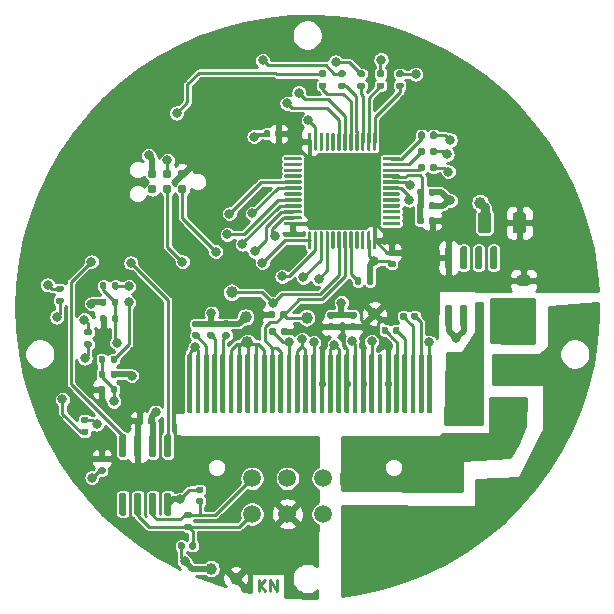
<source format=gbr>
%TF.GenerationSoftware,KiCad,Pcbnew,(5.1.10)-1*%
%TF.CreationDate,2022-01-29T15:25:58-05:00*%
%TF.ProjectId,CAN_Gauge,43414e5f-4761-4756-9765-2e6b69636164,rev?*%
%TF.SameCoordinates,Original*%
%TF.FileFunction,Copper,L1,Top*%
%TF.FilePolarity,Positive*%
%FSLAX46Y46*%
G04 Gerber Fmt 4.6, Leading zero omitted, Abs format (unit mm)*
G04 Created by KiCad (PCBNEW (5.1.10)-1) date 2022-01-29 15:25:58*
%MOMM*%
%LPD*%
G01*
G04 APERTURE LIST*
%TA.AperFunction,NonConductor*%
%ADD10C,0.250000*%
%TD*%
%TA.AperFunction,SMDPad,CuDef*%
%ADD11C,1.000000*%
%TD*%
%TA.AperFunction,ConnectorPad*%
%ADD12C,0.787400*%
%TD*%
%TA.AperFunction,SMDPad,CuDef*%
%ADD13R,1.200000X0.900000*%
%TD*%
%TA.AperFunction,ComponentPad*%
%ADD14C,1.500000*%
%TD*%
%TA.AperFunction,SMDPad,CuDef*%
%ADD15R,2.300000X2.500000*%
%TD*%
%TA.AperFunction,SMDPad,CuDef*%
%ADD16R,2.500000X1.800000*%
%TD*%
%TA.AperFunction,ViaPad*%
%ADD17C,0.800000*%
%TD*%
%TA.AperFunction,ViaPad*%
%ADD18C,1.000000*%
%TD*%
%TA.AperFunction,Conductor*%
%ADD19C,0.500000*%
%TD*%
%TA.AperFunction,Conductor*%
%ADD20C,0.750000*%
%TD*%
%TA.AperFunction,Conductor*%
%ADD21C,0.254000*%
%TD*%
%TA.AperFunction,Conductor*%
%ADD22C,0.250000*%
%TD*%
%TA.AperFunction,Conductor*%
%ADD23C,0.100000*%
%TD*%
G04 APERTURE END LIST*
D10*
X129190885Y-118691780D02*
X129190885Y-117691780D01*
X129762314Y-118691780D02*
X129333742Y-118120352D01*
X129762314Y-117691780D02*
X129190885Y-118263209D01*
X130190885Y-118691780D02*
X130190885Y-117691780D01*
X130762314Y-118691780D01*
X130762314Y-117691780D01*
D11*
%TO.P,TP7,1*%
%TO.N,+3V3*%
X138993600Y-95176200D03*
%TD*%
%TO.P,TP2,1*%
%TO.N,I2C1_SDA*%
X133240500Y-95519100D03*
%TD*%
%TO.P,U1,48*%
%TO.N,+3V3*%
%TA.AperFunction,SMDPad,CuDef*%
G36*
G01*
X139150400Y-88287600D02*
X139150400Y-89612600D01*
G75*
G02*
X139075400Y-89687600I-75000J0D01*
G01*
X138925400Y-89687600D01*
G75*
G02*
X138850400Y-89612600I0J75000D01*
G01*
X138850400Y-88287600D01*
G75*
G02*
X138925400Y-88212600I75000J0D01*
G01*
X139075400Y-88212600D01*
G75*
G02*
X139150400Y-88287600I0J-75000D01*
G01*
G37*
%TD.AperFunction*%
%TO.P,U1,47*%
%TO.N,GND*%
%TA.AperFunction,SMDPad,CuDef*%
G36*
G01*
X138650400Y-88287600D02*
X138650400Y-89612600D01*
G75*
G02*
X138575400Y-89687600I-75000J0D01*
G01*
X138425400Y-89687600D01*
G75*
G02*
X138350400Y-89612600I0J75000D01*
G01*
X138350400Y-88287600D01*
G75*
G02*
X138425400Y-88212600I75000J0D01*
G01*
X138575400Y-88212600D01*
G75*
G02*
X138650400Y-88287600I0J-75000D01*
G01*
G37*
%TD.AperFunction*%
%TO.P,U1,46*%
%TO.N,Net-(U1-Pad46)*%
%TA.AperFunction,SMDPad,CuDef*%
G36*
G01*
X138150400Y-88287600D02*
X138150400Y-89612600D01*
G75*
G02*
X138075400Y-89687600I-75000J0D01*
G01*
X137925400Y-89687600D01*
G75*
G02*
X137850400Y-89612600I0J75000D01*
G01*
X137850400Y-88287600D01*
G75*
G02*
X137925400Y-88212600I75000J0D01*
G01*
X138075400Y-88212600D01*
G75*
G02*
X138150400Y-88287600I0J-75000D01*
G01*
G37*
%TD.AperFunction*%
%TO.P,U1,45*%
%TO.N,Net-(U1-Pad45)*%
%TA.AperFunction,SMDPad,CuDef*%
G36*
G01*
X137650400Y-88287600D02*
X137650400Y-89612600D01*
G75*
G02*
X137575400Y-89687600I-75000J0D01*
G01*
X137425400Y-89687600D01*
G75*
G02*
X137350400Y-89612600I0J75000D01*
G01*
X137350400Y-88287600D01*
G75*
G02*
X137425400Y-88212600I75000J0D01*
G01*
X137575400Y-88212600D01*
G75*
G02*
X137650400Y-88287600I0J-75000D01*
G01*
G37*
%TD.AperFunction*%
%TO.P,U1,44*%
%TO.N,BOOT0*%
%TA.AperFunction,SMDPad,CuDef*%
G36*
G01*
X137150400Y-88287600D02*
X137150400Y-89612600D01*
G75*
G02*
X137075400Y-89687600I-75000J0D01*
G01*
X136925400Y-89687600D01*
G75*
G02*
X136850400Y-89612600I0J75000D01*
G01*
X136850400Y-88287600D01*
G75*
G02*
X136925400Y-88212600I75000J0D01*
G01*
X137075400Y-88212600D01*
G75*
G02*
X137150400Y-88287600I0J-75000D01*
G01*
G37*
%TD.AperFunction*%
%TO.P,U1,43*%
%TO.N,I2C1_SDA*%
%TA.AperFunction,SMDPad,CuDef*%
G36*
G01*
X136650400Y-88287600D02*
X136650400Y-89612600D01*
G75*
G02*
X136575400Y-89687600I-75000J0D01*
G01*
X136425400Y-89687600D01*
G75*
G02*
X136350400Y-89612600I0J75000D01*
G01*
X136350400Y-88287600D01*
G75*
G02*
X136425400Y-88212600I75000J0D01*
G01*
X136575400Y-88212600D01*
G75*
G02*
X136650400Y-88287600I0J-75000D01*
G01*
G37*
%TD.AperFunction*%
%TO.P,U1,42*%
%TO.N,I2C1_SCL*%
%TA.AperFunction,SMDPad,CuDef*%
G36*
G01*
X136150400Y-88287600D02*
X136150400Y-89612600D01*
G75*
G02*
X136075400Y-89687600I-75000J0D01*
G01*
X135925400Y-89687600D01*
G75*
G02*
X135850400Y-89612600I0J75000D01*
G01*
X135850400Y-88287600D01*
G75*
G02*
X135925400Y-88212600I75000J0D01*
G01*
X136075400Y-88212600D01*
G75*
G02*
X136150400Y-88287600I0J-75000D01*
G01*
G37*
%TD.AperFunction*%
%TO.P,U1,41*%
%TO.N,Net-(U1-Pad41)*%
%TA.AperFunction,SMDPad,CuDef*%
G36*
G01*
X135650400Y-88287600D02*
X135650400Y-89612600D01*
G75*
G02*
X135575400Y-89687600I-75000J0D01*
G01*
X135425400Y-89687600D01*
G75*
G02*
X135350400Y-89612600I0J75000D01*
G01*
X135350400Y-88287600D01*
G75*
G02*
X135425400Y-88212600I75000J0D01*
G01*
X135575400Y-88212600D01*
G75*
G02*
X135650400Y-88287600I0J-75000D01*
G01*
G37*
%TD.AperFunction*%
%TO.P,U1,40*%
%TO.N,SPARE_2_IN*%
%TA.AperFunction,SMDPad,CuDef*%
G36*
G01*
X135150400Y-88287600D02*
X135150400Y-89612600D01*
G75*
G02*
X135075400Y-89687600I-75000J0D01*
G01*
X134925400Y-89687600D01*
G75*
G02*
X134850400Y-89612600I0J75000D01*
G01*
X134850400Y-88287600D01*
G75*
G02*
X134925400Y-88212600I75000J0D01*
G01*
X135075400Y-88212600D01*
G75*
G02*
X135150400Y-88287600I0J-75000D01*
G01*
G37*
%TD.AperFunction*%
%TO.P,U1,39*%
%TO.N,SPARE_1_IN*%
%TA.AperFunction,SMDPad,CuDef*%
G36*
G01*
X134650400Y-88287600D02*
X134650400Y-89612600D01*
G75*
G02*
X134575400Y-89687600I-75000J0D01*
G01*
X134425400Y-89687600D01*
G75*
G02*
X134350400Y-89612600I0J75000D01*
G01*
X134350400Y-88287600D01*
G75*
G02*
X134425400Y-88212600I75000J0D01*
G01*
X134575400Y-88212600D01*
G75*
G02*
X134650400Y-88287600I0J-75000D01*
G01*
G37*
%TD.AperFunction*%
%TO.P,U1,38*%
%TO.N,USER_INPUT*%
%TA.AperFunction,SMDPad,CuDef*%
G36*
G01*
X134150400Y-88287600D02*
X134150400Y-89612600D01*
G75*
G02*
X134075400Y-89687600I-75000J0D01*
G01*
X133925400Y-89687600D01*
G75*
G02*
X133850400Y-89612600I0J75000D01*
G01*
X133850400Y-88287600D01*
G75*
G02*
X133925400Y-88212600I75000J0D01*
G01*
X134075400Y-88212600D01*
G75*
G02*
X134150400Y-88287600I0J-75000D01*
G01*
G37*
%TD.AperFunction*%
%TO.P,U1,37*%
%TO.N,SWCLK*%
%TA.AperFunction,SMDPad,CuDef*%
G36*
G01*
X133650400Y-88287600D02*
X133650400Y-89612600D01*
G75*
G02*
X133575400Y-89687600I-75000J0D01*
G01*
X133425400Y-89687600D01*
G75*
G02*
X133350400Y-89612600I0J75000D01*
G01*
X133350400Y-88287600D01*
G75*
G02*
X133425400Y-88212600I75000J0D01*
G01*
X133575400Y-88212600D01*
G75*
G02*
X133650400Y-88287600I0J-75000D01*
G01*
G37*
%TD.AperFunction*%
%TO.P,U1,36*%
%TO.N,+3V3*%
%TA.AperFunction,SMDPad,CuDef*%
G36*
G01*
X132825400Y-87462600D02*
X132825400Y-87612600D01*
G75*
G02*
X132750400Y-87687600I-75000J0D01*
G01*
X131425400Y-87687600D01*
G75*
G02*
X131350400Y-87612600I0J75000D01*
G01*
X131350400Y-87462600D01*
G75*
G02*
X131425400Y-87387600I75000J0D01*
G01*
X132750400Y-87387600D01*
G75*
G02*
X132825400Y-87462600I0J-75000D01*
G01*
G37*
%TD.AperFunction*%
%TO.P,U1,35*%
%TO.N,GND*%
%TA.AperFunction,SMDPad,CuDef*%
G36*
G01*
X132825400Y-86962600D02*
X132825400Y-87112600D01*
G75*
G02*
X132750400Y-87187600I-75000J0D01*
G01*
X131425400Y-87187600D01*
G75*
G02*
X131350400Y-87112600I0J75000D01*
G01*
X131350400Y-86962600D01*
G75*
G02*
X131425400Y-86887600I75000J0D01*
G01*
X132750400Y-86887600D01*
G75*
G02*
X132825400Y-86962600I0J-75000D01*
G01*
G37*
%TD.AperFunction*%
%TO.P,U1,34*%
%TO.N,SWDIO*%
%TA.AperFunction,SMDPad,CuDef*%
G36*
G01*
X132825400Y-86462600D02*
X132825400Y-86612600D01*
G75*
G02*
X132750400Y-86687600I-75000J0D01*
G01*
X131425400Y-86687600D01*
G75*
G02*
X131350400Y-86612600I0J75000D01*
G01*
X131350400Y-86462600D01*
G75*
G02*
X131425400Y-86387600I75000J0D01*
G01*
X132750400Y-86387600D01*
G75*
G02*
X132825400Y-86462600I0J-75000D01*
G01*
G37*
%TD.AperFunction*%
%TO.P,U1,33*%
%TO.N,CAN_TX*%
%TA.AperFunction,SMDPad,CuDef*%
G36*
G01*
X132825400Y-85962600D02*
X132825400Y-86112600D01*
G75*
G02*
X132750400Y-86187600I-75000J0D01*
G01*
X131425400Y-86187600D01*
G75*
G02*
X131350400Y-86112600I0J75000D01*
G01*
X131350400Y-85962600D01*
G75*
G02*
X131425400Y-85887600I75000J0D01*
G01*
X132750400Y-85887600D01*
G75*
G02*
X132825400Y-85962600I0J-75000D01*
G01*
G37*
%TD.AperFunction*%
%TO.P,U1,32*%
%TO.N,CAN_RX*%
%TA.AperFunction,SMDPad,CuDef*%
G36*
G01*
X132825400Y-85462600D02*
X132825400Y-85612600D01*
G75*
G02*
X132750400Y-85687600I-75000J0D01*
G01*
X131425400Y-85687600D01*
G75*
G02*
X131350400Y-85612600I0J75000D01*
G01*
X131350400Y-85462600D01*
G75*
G02*
X131425400Y-85387600I75000J0D01*
G01*
X132750400Y-85387600D01*
G75*
G02*
X132825400Y-85462600I0J-75000D01*
G01*
G37*
%TD.AperFunction*%
%TO.P,U1,31*%
%TO.N,Net-(U1-Pad31)*%
%TA.AperFunction,SMDPad,CuDef*%
G36*
G01*
X132825400Y-84962600D02*
X132825400Y-85112600D01*
G75*
G02*
X132750400Y-85187600I-75000J0D01*
G01*
X131425400Y-85187600D01*
G75*
G02*
X131350400Y-85112600I0J75000D01*
G01*
X131350400Y-84962600D01*
G75*
G02*
X131425400Y-84887600I75000J0D01*
G01*
X132750400Y-84887600D01*
G75*
G02*
X132825400Y-84962600I0J-75000D01*
G01*
G37*
%TD.AperFunction*%
%TO.P,U1,30*%
%TO.N,LED10*%
%TA.AperFunction,SMDPad,CuDef*%
G36*
G01*
X132825400Y-84462600D02*
X132825400Y-84612600D01*
G75*
G02*
X132750400Y-84687600I-75000J0D01*
G01*
X131425400Y-84687600D01*
G75*
G02*
X131350400Y-84612600I0J75000D01*
G01*
X131350400Y-84462600D01*
G75*
G02*
X131425400Y-84387600I75000J0D01*
G01*
X132750400Y-84387600D01*
G75*
G02*
X132825400Y-84462600I0J-75000D01*
G01*
G37*
%TD.AperFunction*%
%TO.P,U1,29*%
%TO.N,LED9*%
%TA.AperFunction,SMDPad,CuDef*%
G36*
G01*
X132825400Y-83962600D02*
X132825400Y-84112600D01*
G75*
G02*
X132750400Y-84187600I-75000J0D01*
G01*
X131425400Y-84187600D01*
G75*
G02*
X131350400Y-84112600I0J75000D01*
G01*
X131350400Y-83962600D01*
G75*
G02*
X131425400Y-83887600I75000J0D01*
G01*
X132750400Y-83887600D01*
G75*
G02*
X132825400Y-83962600I0J-75000D01*
G01*
G37*
%TD.AperFunction*%
%TO.P,U1,28*%
%TO.N,Net-(U1-Pad28)*%
%TA.AperFunction,SMDPad,CuDef*%
G36*
G01*
X132825400Y-83462600D02*
X132825400Y-83612600D01*
G75*
G02*
X132750400Y-83687600I-75000J0D01*
G01*
X131425400Y-83687600D01*
G75*
G02*
X131350400Y-83612600I0J75000D01*
G01*
X131350400Y-83462600D01*
G75*
G02*
X131425400Y-83387600I75000J0D01*
G01*
X132750400Y-83387600D01*
G75*
G02*
X132825400Y-83462600I0J-75000D01*
G01*
G37*
%TD.AperFunction*%
%TO.P,U1,27*%
%TO.N,Net-(U1-Pad27)*%
%TA.AperFunction,SMDPad,CuDef*%
G36*
G01*
X132825400Y-82962600D02*
X132825400Y-83112600D01*
G75*
G02*
X132750400Y-83187600I-75000J0D01*
G01*
X131425400Y-83187600D01*
G75*
G02*
X131350400Y-83112600I0J75000D01*
G01*
X131350400Y-82962600D01*
G75*
G02*
X131425400Y-82887600I75000J0D01*
G01*
X132750400Y-82887600D01*
G75*
G02*
X132825400Y-82962600I0J-75000D01*
G01*
G37*
%TD.AperFunction*%
%TO.P,U1,26*%
%TO.N,Net-(U1-Pad26)*%
%TA.AperFunction,SMDPad,CuDef*%
G36*
G01*
X132825400Y-82462600D02*
X132825400Y-82612600D01*
G75*
G02*
X132750400Y-82687600I-75000J0D01*
G01*
X131425400Y-82687600D01*
G75*
G02*
X131350400Y-82612600I0J75000D01*
G01*
X131350400Y-82462600D01*
G75*
G02*
X131425400Y-82387600I75000J0D01*
G01*
X132750400Y-82387600D01*
G75*
G02*
X132825400Y-82462600I0J-75000D01*
G01*
G37*
%TD.AperFunction*%
%TO.P,U1,25*%
%TO.N,Net-(U1-Pad25)*%
%TA.AperFunction,SMDPad,CuDef*%
G36*
G01*
X132825400Y-81962600D02*
X132825400Y-82112600D01*
G75*
G02*
X132750400Y-82187600I-75000J0D01*
G01*
X131425400Y-82187600D01*
G75*
G02*
X131350400Y-82112600I0J75000D01*
G01*
X131350400Y-81962600D01*
G75*
G02*
X131425400Y-81887600I75000J0D01*
G01*
X132750400Y-81887600D01*
G75*
G02*
X132825400Y-81962600I0J-75000D01*
G01*
G37*
%TD.AperFunction*%
%TO.P,U1,24*%
%TO.N,+3V3*%
%TA.AperFunction,SMDPad,CuDef*%
G36*
G01*
X133650400Y-79962600D02*
X133650400Y-81287600D01*
G75*
G02*
X133575400Y-81362600I-75000J0D01*
G01*
X133425400Y-81362600D01*
G75*
G02*
X133350400Y-81287600I0J75000D01*
G01*
X133350400Y-79962600D01*
G75*
G02*
X133425400Y-79887600I75000J0D01*
G01*
X133575400Y-79887600D01*
G75*
G02*
X133650400Y-79962600I0J-75000D01*
G01*
G37*
%TD.AperFunction*%
%TO.P,U1,23*%
%TO.N,GND*%
%TA.AperFunction,SMDPad,CuDef*%
G36*
G01*
X134150400Y-79962600D02*
X134150400Y-81287600D01*
G75*
G02*
X134075400Y-81362600I-75000J0D01*
G01*
X133925400Y-81362600D01*
G75*
G02*
X133850400Y-81287600I0J75000D01*
G01*
X133850400Y-79962600D01*
G75*
G02*
X133925400Y-79887600I75000J0D01*
G01*
X134075400Y-79887600D01*
G75*
G02*
X134150400Y-79962600I0J-75000D01*
G01*
G37*
%TD.AperFunction*%
%TO.P,U1,22*%
%TO.N,/STM/CONFIG_5*%
%TA.AperFunction,SMDPad,CuDef*%
G36*
G01*
X134650400Y-79962600D02*
X134650400Y-81287600D01*
G75*
G02*
X134575400Y-81362600I-75000J0D01*
G01*
X134425400Y-81362600D01*
G75*
G02*
X134350400Y-81287600I0J75000D01*
G01*
X134350400Y-79962600D01*
G75*
G02*
X134425400Y-79887600I75000J0D01*
G01*
X134575400Y-79887600D01*
G75*
G02*
X134650400Y-79962600I0J-75000D01*
G01*
G37*
%TD.AperFunction*%
%TO.P,U1,21*%
%TO.N,/STM/CONFIG_4*%
%TA.AperFunction,SMDPad,CuDef*%
G36*
G01*
X135150400Y-79962600D02*
X135150400Y-81287600D01*
G75*
G02*
X135075400Y-81362600I-75000J0D01*
G01*
X134925400Y-81362600D01*
G75*
G02*
X134850400Y-81287600I0J75000D01*
G01*
X134850400Y-79962600D01*
G75*
G02*
X134925400Y-79887600I75000J0D01*
G01*
X135075400Y-79887600D01*
G75*
G02*
X135150400Y-79962600I0J-75000D01*
G01*
G37*
%TD.AperFunction*%
%TO.P,U1,20*%
%TO.N,Net-(U1-Pad20)*%
%TA.AperFunction,SMDPad,CuDef*%
G36*
G01*
X135650400Y-79962600D02*
X135650400Y-81287600D01*
G75*
G02*
X135575400Y-81362600I-75000J0D01*
G01*
X135425400Y-81362600D01*
G75*
G02*
X135350400Y-81287600I0J75000D01*
G01*
X135350400Y-79962600D01*
G75*
G02*
X135425400Y-79887600I75000J0D01*
G01*
X135575400Y-79887600D01*
G75*
G02*
X135650400Y-79962600I0J-75000D01*
G01*
G37*
%TD.AperFunction*%
%TO.P,U1,19*%
%TO.N,/STM/CONFIG_2*%
%TA.AperFunction,SMDPad,CuDef*%
G36*
G01*
X136150400Y-79962600D02*
X136150400Y-81287600D01*
G75*
G02*
X136075400Y-81362600I-75000J0D01*
G01*
X135925400Y-81362600D01*
G75*
G02*
X135850400Y-81287600I0J75000D01*
G01*
X135850400Y-79962600D01*
G75*
G02*
X135925400Y-79887600I75000J0D01*
G01*
X136075400Y-79887600D01*
G75*
G02*
X136150400Y-79962600I0J-75000D01*
G01*
G37*
%TD.AperFunction*%
%TO.P,U1,18*%
%TO.N,/STM/CONFIG_1*%
%TA.AperFunction,SMDPad,CuDef*%
G36*
G01*
X136650400Y-79962600D02*
X136650400Y-81287600D01*
G75*
G02*
X136575400Y-81362600I-75000J0D01*
G01*
X136425400Y-81362600D01*
G75*
G02*
X136350400Y-81287600I0J75000D01*
G01*
X136350400Y-79962600D01*
G75*
G02*
X136425400Y-79887600I75000J0D01*
G01*
X136575400Y-79887600D01*
G75*
G02*
X136650400Y-79962600I0J-75000D01*
G01*
G37*
%TD.AperFunction*%
%TO.P,U1,17*%
%TO.N,LED8*%
%TA.AperFunction,SMDPad,CuDef*%
G36*
G01*
X137150400Y-79962600D02*
X137150400Y-81287600D01*
G75*
G02*
X137075400Y-81362600I-75000J0D01*
G01*
X136925400Y-81362600D01*
G75*
G02*
X136850400Y-81287600I0J75000D01*
G01*
X136850400Y-79962600D01*
G75*
G02*
X136925400Y-79887600I75000J0D01*
G01*
X137075400Y-79887600D01*
G75*
G02*
X137150400Y-79962600I0J-75000D01*
G01*
G37*
%TD.AperFunction*%
%TO.P,U1,16*%
%TO.N,LED7*%
%TA.AperFunction,SMDPad,CuDef*%
G36*
G01*
X137650400Y-79962600D02*
X137650400Y-81287600D01*
G75*
G02*
X137575400Y-81362600I-75000J0D01*
G01*
X137425400Y-81362600D01*
G75*
G02*
X137350400Y-81287600I0J75000D01*
G01*
X137350400Y-79962600D01*
G75*
G02*
X137425400Y-79887600I75000J0D01*
G01*
X137575400Y-79887600D01*
G75*
G02*
X137650400Y-79962600I0J-75000D01*
G01*
G37*
%TD.AperFunction*%
%TO.P,U1,15*%
%TO.N,LED6*%
%TA.AperFunction,SMDPad,CuDef*%
G36*
G01*
X138150400Y-79962600D02*
X138150400Y-81287600D01*
G75*
G02*
X138075400Y-81362600I-75000J0D01*
G01*
X137925400Y-81362600D01*
G75*
G02*
X137850400Y-81287600I0J75000D01*
G01*
X137850400Y-79962600D01*
G75*
G02*
X137925400Y-79887600I75000J0D01*
G01*
X138075400Y-79887600D01*
G75*
G02*
X138150400Y-79962600I0J-75000D01*
G01*
G37*
%TD.AperFunction*%
%TO.P,U1,14*%
%TO.N,LED5*%
%TA.AperFunction,SMDPad,CuDef*%
G36*
G01*
X138650400Y-79962600D02*
X138650400Y-81287600D01*
G75*
G02*
X138575400Y-81362600I-75000J0D01*
G01*
X138425400Y-81362600D01*
G75*
G02*
X138350400Y-81287600I0J75000D01*
G01*
X138350400Y-79962600D01*
G75*
G02*
X138425400Y-79887600I75000J0D01*
G01*
X138575400Y-79887600D01*
G75*
G02*
X138650400Y-79962600I0J-75000D01*
G01*
G37*
%TD.AperFunction*%
%TO.P,U1,13*%
%TO.N,LED4*%
%TA.AperFunction,SMDPad,CuDef*%
G36*
G01*
X139150400Y-79962600D02*
X139150400Y-81287600D01*
G75*
G02*
X139075400Y-81362600I-75000J0D01*
G01*
X138925400Y-81362600D01*
G75*
G02*
X138850400Y-81287600I0J75000D01*
G01*
X138850400Y-79962600D01*
G75*
G02*
X138925400Y-79887600I75000J0D01*
G01*
X139075400Y-79887600D01*
G75*
G02*
X139150400Y-79962600I0J-75000D01*
G01*
G37*
%TD.AperFunction*%
%TO.P,U1,12*%
%TO.N,LED3*%
%TA.AperFunction,SMDPad,CuDef*%
G36*
G01*
X141150400Y-81962600D02*
X141150400Y-82112600D01*
G75*
G02*
X141075400Y-82187600I-75000J0D01*
G01*
X139750400Y-82187600D01*
G75*
G02*
X139675400Y-82112600I0J75000D01*
G01*
X139675400Y-81962600D01*
G75*
G02*
X139750400Y-81887600I75000J0D01*
G01*
X141075400Y-81887600D01*
G75*
G02*
X141150400Y-81962600I0J-75000D01*
G01*
G37*
%TD.AperFunction*%
%TO.P,U1,11*%
%TO.N,LED2*%
%TA.AperFunction,SMDPad,CuDef*%
G36*
G01*
X141150400Y-82462600D02*
X141150400Y-82612600D01*
G75*
G02*
X141075400Y-82687600I-75000J0D01*
G01*
X139750400Y-82687600D01*
G75*
G02*
X139675400Y-82612600I0J75000D01*
G01*
X139675400Y-82462600D01*
G75*
G02*
X139750400Y-82387600I75000J0D01*
G01*
X141075400Y-82387600D01*
G75*
G02*
X141150400Y-82462600I0J-75000D01*
G01*
G37*
%TD.AperFunction*%
%TO.P,U1,10*%
%TO.N,LED1*%
%TA.AperFunction,SMDPad,CuDef*%
G36*
G01*
X141150400Y-82962600D02*
X141150400Y-83112600D01*
G75*
G02*
X141075400Y-83187600I-75000J0D01*
G01*
X139750400Y-83187600D01*
G75*
G02*
X139675400Y-83112600I0J75000D01*
G01*
X139675400Y-82962600D01*
G75*
G02*
X139750400Y-82887600I75000J0D01*
G01*
X141075400Y-82887600D01*
G75*
G02*
X141150400Y-82962600I0J-75000D01*
G01*
G37*
%TD.AperFunction*%
%TO.P,U1,9*%
%TO.N,VDDA*%
%TA.AperFunction,SMDPad,CuDef*%
G36*
G01*
X141150400Y-83462600D02*
X141150400Y-83612600D01*
G75*
G02*
X141075400Y-83687600I-75000J0D01*
G01*
X139750400Y-83687600D01*
G75*
G02*
X139675400Y-83612600I0J75000D01*
G01*
X139675400Y-83462600D01*
G75*
G02*
X139750400Y-83387600I75000J0D01*
G01*
X141075400Y-83387600D01*
G75*
G02*
X141150400Y-83462600I0J-75000D01*
G01*
G37*
%TD.AperFunction*%
%TO.P,U1,8*%
%TO.N,GND*%
%TA.AperFunction,SMDPad,CuDef*%
G36*
G01*
X141150400Y-83962600D02*
X141150400Y-84112600D01*
G75*
G02*
X141075400Y-84187600I-75000J0D01*
G01*
X139750400Y-84187600D01*
G75*
G02*
X139675400Y-84112600I0J75000D01*
G01*
X139675400Y-83962600D01*
G75*
G02*
X139750400Y-83887600I75000J0D01*
G01*
X141075400Y-83887600D01*
G75*
G02*
X141150400Y-83962600I0J-75000D01*
G01*
G37*
%TD.AperFunction*%
%TO.P,U1,7*%
%TO.N,NRST*%
%TA.AperFunction,SMDPad,CuDef*%
G36*
G01*
X141150400Y-84462600D02*
X141150400Y-84612600D01*
G75*
G02*
X141075400Y-84687600I-75000J0D01*
G01*
X139750400Y-84687600D01*
G75*
G02*
X139675400Y-84612600I0J75000D01*
G01*
X139675400Y-84462600D01*
G75*
G02*
X139750400Y-84387600I75000J0D01*
G01*
X141075400Y-84387600D01*
G75*
G02*
X141150400Y-84462600I0J-75000D01*
G01*
G37*
%TD.AperFunction*%
%TO.P,U1,6*%
%TO.N,Net-(U1-Pad6)*%
%TA.AperFunction,SMDPad,CuDef*%
G36*
G01*
X141150400Y-84962600D02*
X141150400Y-85112600D01*
G75*
G02*
X141075400Y-85187600I-75000J0D01*
G01*
X139750400Y-85187600D01*
G75*
G02*
X139675400Y-85112600I0J75000D01*
G01*
X139675400Y-84962600D01*
G75*
G02*
X139750400Y-84887600I75000J0D01*
G01*
X141075400Y-84887600D01*
G75*
G02*
X141150400Y-84962600I0J-75000D01*
G01*
G37*
%TD.AperFunction*%
%TO.P,U1,5*%
%TO.N,Net-(U1-Pad5)*%
%TA.AperFunction,SMDPad,CuDef*%
G36*
G01*
X141150400Y-85462600D02*
X141150400Y-85612600D01*
G75*
G02*
X141075400Y-85687600I-75000J0D01*
G01*
X139750400Y-85687600D01*
G75*
G02*
X139675400Y-85612600I0J75000D01*
G01*
X139675400Y-85462600D01*
G75*
G02*
X139750400Y-85387600I75000J0D01*
G01*
X141075400Y-85387600D01*
G75*
G02*
X141150400Y-85462600I0J-75000D01*
G01*
G37*
%TD.AperFunction*%
%TO.P,U1,4*%
%TO.N,OSC_OUT*%
%TA.AperFunction,SMDPad,CuDef*%
G36*
G01*
X141150400Y-85962600D02*
X141150400Y-86112600D01*
G75*
G02*
X141075400Y-86187600I-75000J0D01*
G01*
X139750400Y-86187600D01*
G75*
G02*
X139675400Y-86112600I0J75000D01*
G01*
X139675400Y-85962600D01*
G75*
G02*
X139750400Y-85887600I75000J0D01*
G01*
X141075400Y-85887600D01*
G75*
G02*
X141150400Y-85962600I0J-75000D01*
G01*
G37*
%TD.AperFunction*%
%TO.P,U1,3*%
%TO.N,OSC_IN*%
%TA.AperFunction,SMDPad,CuDef*%
G36*
G01*
X141150400Y-86462600D02*
X141150400Y-86612600D01*
G75*
G02*
X141075400Y-86687600I-75000J0D01*
G01*
X139750400Y-86687600D01*
G75*
G02*
X139675400Y-86612600I0J75000D01*
G01*
X139675400Y-86462600D01*
G75*
G02*
X139750400Y-86387600I75000J0D01*
G01*
X141075400Y-86387600D01*
G75*
G02*
X141150400Y-86462600I0J-75000D01*
G01*
G37*
%TD.AperFunction*%
%TO.P,U1,2*%
%TO.N,Net-(U1-Pad2)*%
%TA.AperFunction,SMDPad,CuDef*%
G36*
G01*
X141150400Y-86962600D02*
X141150400Y-87112600D01*
G75*
G02*
X141075400Y-87187600I-75000J0D01*
G01*
X139750400Y-87187600D01*
G75*
G02*
X139675400Y-87112600I0J75000D01*
G01*
X139675400Y-86962600D01*
G75*
G02*
X139750400Y-86887600I75000J0D01*
G01*
X141075400Y-86887600D01*
G75*
G02*
X141150400Y-86962600I0J-75000D01*
G01*
G37*
%TD.AperFunction*%
%TO.P,U1,1*%
%TO.N,Net-(U1-Pad1)*%
%TA.AperFunction,SMDPad,CuDef*%
G36*
G01*
X141150400Y-87462600D02*
X141150400Y-87612600D01*
G75*
G02*
X141075400Y-87687600I-75000J0D01*
G01*
X139750400Y-87687600D01*
G75*
G02*
X139675400Y-87612600I0J75000D01*
G01*
X139675400Y-87462600D01*
G75*
G02*
X139750400Y-87387600I75000J0D01*
G01*
X141075400Y-87387600D01*
G75*
G02*
X141150400Y-87462600I0J-75000D01*
G01*
G37*
%TD.AperFunction*%
%TD*%
%TO.P,TP8,1*%
%TO.N,GND*%
X128084300Y-95455600D03*
%TD*%
%TO.P,C10,2*%
%TO.N,GND*%
%TA.AperFunction,SMDPad,CuDef*%
G36*
G01*
X148946300Y-100714901D02*
X148946300Y-99314899D01*
G75*
G02*
X149196299Y-99064900I249999J0D01*
G01*
X149746301Y-99064900D01*
G75*
G02*
X149996300Y-99314899I0J-249999D01*
G01*
X149996300Y-100714901D01*
G75*
G02*
X149746301Y-100964900I-249999J0D01*
G01*
X149196299Y-100964900D01*
G75*
G02*
X148946300Y-100714901I0J249999D01*
G01*
G37*
%TD.AperFunction*%
%TO.P,C10,1*%
%TO.N,+12V*%
%TA.AperFunction,SMDPad,CuDef*%
G36*
G01*
X145796300Y-100714901D02*
X145796300Y-99314899D01*
G75*
G02*
X146046299Y-99064900I249999J0D01*
G01*
X146596301Y-99064900D01*
G75*
G02*
X146846300Y-99314899I0J-249999D01*
G01*
X146846300Y-100714901D01*
G75*
G02*
X146596301Y-100964900I-249999J0D01*
G01*
X146046299Y-100964900D01*
G75*
G02*
X145796300Y-100714901I0J249999D01*
G01*
G37*
%TD.AperFunction*%
%TD*%
D12*
%TO.P,J1,6*%
%TO.N,Net-(J1-Pad6)*%
X120197600Y-84635200D03*
%TO.P,J1,5*%
%TO.N,GND*%
X120197600Y-83365200D03*
%TO.P,J1,4*%
%TO.N,SWCLK*%
X121467600Y-84635200D03*
%TO.P,J1,3*%
%TO.N,NRST*%
X121467600Y-83365200D03*
%TO.P,J1,2*%
%TO.N,SWDIO*%
X122737600Y-84635200D03*
%TO.P,J1,1*%
%TO.N,+3V3*%
X122737600Y-83365200D03*
%TD*%
D11*
%TO.P,TP6,1*%
%TO.N,Net-(TP6-Pad1)*%
X128236700Y-97601900D03*
%TD*%
%TO.P,C17,2*%
%TO.N,Net-(C17-Pad2)*%
%TA.AperFunction,SMDPad,CuDef*%
G36*
G01*
X123710600Y-96722400D02*
X124050600Y-96722400D01*
G75*
G02*
X124190600Y-96862400I0J-140000D01*
G01*
X124190600Y-97142400D01*
G75*
G02*
X124050600Y-97282400I-140000J0D01*
G01*
X123710600Y-97282400D01*
G75*
G02*
X123570600Y-97142400I0J140000D01*
G01*
X123570600Y-96862400D01*
G75*
G02*
X123710600Y-96722400I140000J0D01*
G01*
G37*
%TD.AperFunction*%
%TO.P,C17,1*%
%TO.N,GND*%
%TA.AperFunction,SMDPad,CuDef*%
G36*
G01*
X123710600Y-95762400D02*
X124050600Y-95762400D01*
G75*
G02*
X124190600Y-95902400I0J-140000D01*
G01*
X124190600Y-96182400D01*
G75*
G02*
X124050600Y-96322400I-140000J0D01*
G01*
X123710600Y-96322400D01*
G75*
G02*
X123570600Y-96182400I0J140000D01*
G01*
X123570600Y-95902400D01*
G75*
G02*
X123710600Y-95762400I140000J0D01*
G01*
G37*
%TD.AperFunction*%
%TD*%
%TO.P,R24,2*%
%TO.N,+3V3*%
%TA.AperFunction,SMDPad,CuDef*%
G36*
G01*
X131105600Y-96859800D02*
X131105600Y-96489800D01*
G75*
G02*
X131240600Y-96354800I135000J0D01*
G01*
X131510600Y-96354800D01*
G75*
G02*
X131645600Y-96489800I0J-135000D01*
G01*
X131645600Y-96859800D01*
G75*
G02*
X131510600Y-96994800I-135000J0D01*
G01*
X131240600Y-96994800D01*
G75*
G02*
X131105600Y-96859800I0J135000D01*
G01*
G37*
%TD.AperFunction*%
%TO.P,R24,1*%
%TO.N,I2C1_SCL*%
%TA.AperFunction,SMDPad,CuDef*%
G36*
G01*
X130085600Y-96859800D02*
X130085600Y-96489800D01*
G75*
G02*
X130220600Y-96354800I135000J0D01*
G01*
X130490600Y-96354800D01*
G75*
G02*
X130625600Y-96489800I0J-135000D01*
G01*
X130625600Y-96859800D01*
G75*
G02*
X130490600Y-96994800I-135000J0D01*
G01*
X130220600Y-96994800D01*
G75*
G02*
X130085600Y-96859800I0J135000D01*
G01*
G37*
%TD.AperFunction*%
%TD*%
%TO.P,TP1,1*%
%TO.N,I2C1_SCL*%
X126903200Y-93360100D03*
%TD*%
%TO.P,TP5,1*%
%TO.N,GND*%
X125150600Y-116766200D03*
%TD*%
%TO.P,TP4,1*%
%TO.N,+3V3*%
X127233400Y-117604400D03*
%TD*%
%TO.P,TP3,1*%
%TO.N,+12V*%
X147540700Y-97716200D03*
%TD*%
%TO.P,U4,1*%
%TO.N,GND*%
%TA.AperFunction,SMDPad,CuDef*%
G36*
G01*
X143454000Y-103513000D02*
X143454000Y-98713000D01*
G75*
G02*
X143554000Y-98613000I100000J0D01*
G01*
X143754000Y-98613000D01*
G75*
G02*
X143854000Y-98713000I0J-100000D01*
G01*
X143854000Y-103513000D01*
G75*
G02*
X143754000Y-103613000I-100000J0D01*
G01*
X143554000Y-103613000D01*
G75*
G02*
X143454000Y-103513000I0J100000D01*
G01*
G37*
%TD.AperFunction*%
%TO.P,U4,2*%
%TO.N,Net-(C18-Pad2)*%
%TA.AperFunction,SMDPad,CuDef*%
G36*
G01*
X142754000Y-103513000D02*
X142754000Y-98713000D01*
G75*
G02*
X142854000Y-98613000I100000J0D01*
G01*
X143054000Y-98613000D01*
G75*
G02*
X143154000Y-98713000I0J-100000D01*
G01*
X143154000Y-103513000D01*
G75*
G02*
X143054000Y-103613000I-100000J0D01*
G01*
X142854000Y-103613000D01*
G75*
G02*
X142754000Y-103513000I0J100000D01*
G01*
G37*
%TD.AperFunction*%
%TO.P,U4,3*%
%TO.N,Net-(C18-Pad1)*%
%TA.AperFunction,SMDPad,CuDef*%
G36*
G01*
X142054000Y-103513000D02*
X142054000Y-98713000D01*
G75*
G02*
X142154000Y-98613000I100000J0D01*
G01*
X142354000Y-98613000D01*
G75*
G02*
X142454000Y-98713000I0J-100000D01*
G01*
X142454000Y-103513000D01*
G75*
G02*
X142354000Y-103613000I-100000J0D01*
G01*
X142154000Y-103613000D01*
G75*
G02*
X142054000Y-103513000I0J100000D01*
G01*
G37*
%TD.AperFunction*%
%TO.P,U4,4*%
%TO.N,Net-(C16-Pad2)*%
%TA.AperFunction,SMDPad,CuDef*%
G36*
G01*
X141354000Y-103513000D02*
X141354000Y-98713000D01*
G75*
G02*
X141454000Y-98613000I100000J0D01*
G01*
X141654000Y-98613000D01*
G75*
G02*
X141754000Y-98713000I0J-100000D01*
G01*
X141754000Y-103513000D01*
G75*
G02*
X141654000Y-103613000I-100000J0D01*
G01*
X141454000Y-103613000D01*
G75*
G02*
X141354000Y-103513000I0J100000D01*
G01*
G37*
%TD.AperFunction*%
%TO.P,U4,5*%
%TO.N,Net-(C16-Pad1)*%
%TA.AperFunction,SMDPad,CuDef*%
G36*
G01*
X140654000Y-103513000D02*
X140654000Y-98713000D01*
G75*
G02*
X140754000Y-98613000I100000J0D01*
G01*
X140954000Y-98613000D01*
G75*
G02*
X141054000Y-98713000I0J-100000D01*
G01*
X141054000Y-103513000D01*
G75*
G02*
X140954000Y-103613000I-100000J0D01*
G01*
X140754000Y-103613000D01*
G75*
G02*
X140654000Y-103513000I0J100000D01*
G01*
G37*
%TD.AperFunction*%
%TO.P,U4,6*%
%TO.N,+3V3*%
%TA.AperFunction,SMDPad,CuDef*%
G36*
G01*
X139954000Y-103513000D02*
X139954000Y-98713000D01*
G75*
G02*
X140054000Y-98613000I100000J0D01*
G01*
X140254000Y-98613000D01*
G75*
G02*
X140354000Y-98713000I0J-100000D01*
G01*
X140354000Y-103513000D01*
G75*
G02*
X140254000Y-103613000I-100000J0D01*
G01*
X140054000Y-103613000D01*
G75*
G02*
X139954000Y-103513000I0J100000D01*
G01*
G37*
%TD.AperFunction*%
%TO.P,U4,7*%
%TO.N,Net-(U4-Pad7)*%
%TA.AperFunction,SMDPad,CuDef*%
G36*
G01*
X139254000Y-103513000D02*
X139254000Y-98713000D01*
G75*
G02*
X139354000Y-98613000I100000J0D01*
G01*
X139554000Y-98613000D01*
G75*
G02*
X139654000Y-98713000I0J-100000D01*
G01*
X139654000Y-103513000D01*
G75*
G02*
X139554000Y-103613000I-100000J0D01*
G01*
X139354000Y-103613000D01*
G75*
G02*
X139254000Y-103513000I0J100000D01*
G01*
G37*
%TD.AperFunction*%
%TO.P,U4,8*%
%TO.N,GND*%
%TA.AperFunction,SMDPad,CuDef*%
G36*
G01*
X138554000Y-103513000D02*
X138554000Y-98713000D01*
G75*
G02*
X138654000Y-98613000I100000J0D01*
G01*
X138854000Y-98613000D01*
G75*
G02*
X138954000Y-98713000I0J-100000D01*
G01*
X138954000Y-103513000D01*
G75*
G02*
X138854000Y-103613000I-100000J0D01*
G01*
X138654000Y-103613000D01*
G75*
G02*
X138554000Y-103513000I0J100000D01*
G01*
G37*
%TD.AperFunction*%
%TO.P,U4,9*%
%TO.N,+3V3*%
%TA.AperFunction,SMDPad,CuDef*%
G36*
G01*
X137854000Y-103513000D02*
X137854000Y-98713000D01*
G75*
G02*
X137954000Y-98613000I100000J0D01*
G01*
X138154000Y-98613000D01*
G75*
G02*
X138254000Y-98713000I0J-100000D01*
G01*
X138254000Y-103513000D01*
G75*
G02*
X138154000Y-103613000I-100000J0D01*
G01*
X137954000Y-103613000D01*
G75*
G02*
X137854000Y-103513000I0J100000D01*
G01*
G37*
%TD.AperFunction*%
%TO.P,U4,10*%
%TO.N,GND*%
%TA.AperFunction,SMDPad,CuDef*%
G36*
G01*
X137154000Y-103513000D02*
X137154000Y-98713000D01*
G75*
G02*
X137254000Y-98613000I100000J0D01*
G01*
X137454000Y-98613000D01*
G75*
G02*
X137554000Y-98713000I0J-100000D01*
G01*
X137554000Y-103513000D01*
G75*
G02*
X137454000Y-103613000I-100000J0D01*
G01*
X137254000Y-103613000D01*
G75*
G02*
X137154000Y-103513000I0J100000D01*
G01*
G37*
%TD.AperFunction*%
%TO.P,U4,11*%
%TO.N,+3V3*%
%TA.AperFunction,SMDPad,CuDef*%
G36*
G01*
X136454000Y-103513000D02*
X136454000Y-98713000D01*
G75*
G02*
X136554000Y-98613000I100000J0D01*
G01*
X136754000Y-98613000D01*
G75*
G02*
X136854000Y-98713000I0J-100000D01*
G01*
X136854000Y-103513000D01*
G75*
G02*
X136754000Y-103613000I-100000J0D01*
G01*
X136554000Y-103613000D01*
G75*
G02*
X136454000Y-103513000I0J100000D01*
G01*
G37*
%TD.AperFunction*%
%TO.P,U4,12*%
%TO.N,GND*%
%TA.AperFunction,SMDPad,CuDef*%
G36*
G01*
X135754000Y-103513000D02*
X135754000Y-98713000D01*
G75*
G02*
X135854000Y-98613000I100000J0D01*
G01*
X136054000Y-98613000D01*
G75*
G02*
X136154000Y-98713000I0J-100000D01*
G01*
X136154000Y-103513000D01*
G75*
G02*
X136054000Y-103613000I-100000J0D01*
G01*
X135854000Y-103613000D01*
G75*
G02*
X135754000Y-103513000I0J100000D01*
G01*
G37*
%TD.AperFunction*%
%TO.P,U4,13*%
%TA.AperFunction,SMDPad,CuDef*%
G36*
G01*
X135054000Y-103513000D02*
X135054000Y-98713000D01*
G75*
G02*
X135154000Y-98613000I100000J0D01*
G01*
X135354000Y-98613000D01*
G75*
G02*
X135454000Y-98713000I0J-100000D01*
G01*
X135454000Y-103513000D01*
G75*
G02*
X135354000Y-103613000I-100000J0D01*
G01*
X135154000Y-103613000D01*
G75*
G02*
X135054000Y-103513000I0J100000D01*
G01*
G37*
%TD.AperFunction*%
%TO.P,U4,14*%
%TO.N,+3V3*%
%TA.AperFunction,SMDPad,CuDef*%
G36*
G01*
X134354000Y-103513000D02*
X134354000Y-98713000D01*
G75*
G02*
X134454000Y-98613000I100000J0D01*
G01*
X134654000Y-98613000D01*
G75*
G02*
X134754000Y-98713000I0J-100000D01*
G01*
X134754000Y-103513000D01*
G75*
G02*
X134654000Y-103613000I-100000J0D01*
G01*
X134454000Y-103613000D01*
G75*
G02*
X134354000Y-103513000I0J100000D01*
G01*
G37*
%TD.AperFunction*%
%TO.P,U4,15*%
%TO.N,/OLED/SA0*%
%TA.AperFunction,SMDPad,CuDef*%
G36*
G01*
X133654000Y-103513000D02*
X133654000Y-98713000D01*
G75*
G02*
X133754000Y-98613000I100000J0D01*
G01*
X133954000Y-98613000D01*
G75*
G02*
X134054000Y-98713000I0J-100000D01*
G01*
X134054000Y-103513000D01*
G75*
G02*
X133954000Y-103613000I-100000J0D01*
G01*
X133754000Y-103613000D01*
G75*
G02*
X133654000Y-103513000I0J100000D01*
G01*
G37*
%TD.AperFunction*%
%TO.P,U4,16*%
%TO.N,GND*%
%TA.AperFunction,SMDPad,CuDef*%
G36*
G01*
X132954000Y-103513000D02*
X132954000Y-98713000D01*
G75*
G02*
X133054000Y-98613000I100000J0D01*
G01*
X133254000Y-98613000D01*
G75*
G02*
X133354000Y-98713000I0J-100000D01*
G01*
X133354000Y-103513000D01*
G75*
G02*
X133254000Y-103613000I-100000J0D01*
G01*
X133054000Y-103613000D01*
G75*
G02*
X132954000Y-103513000I0J100000D01*
G01*
G37*
%TD.AperFunction*%
%TO.P,U4,17*%
%TA.AperFunction,SMDPad,CuDef*%
G36*
G01*
X132254000Y-103513000D02*
X132254000Y-98713000D01*
G75*
G02*
X132354000Y-98613000I100000J0D01*
G01*
X132554000Y-98613000D01*
G75*
G02*
X132654000Y-98713000I0J-100000D01*
G01*
X132654000Y-103513000D01*
G75*
G02*
X132554000Y-103613000I-100000J0D01*
G01*
X132354000Y-103613000D01*
G75*
G02*
X132254000Y-103513000I0J100000D01*
G01*
G37*
%TD.AperFunction*%
%TO.P,U4,18*%
%TO.N,I2C1_SCL*%
%TA.AperFunction,SMDPad,CuDef*%
G36*
G01*
X131554000Y-103513000D02*
X131554000Y-98713000D01*
G75*
G02*
X131654000Y-98613000I100000J0D01*
G01*
X131854000Y-98613000D01*
G75*
G02*
X131954000Y-98713000I0J-100000D01*
G01*
X131954000Y-103513000D01*
G75*
G02*
X131854000Y-103613000I-100000J0D01*
G01*
X131654000Y-103613000D01*
G75*
G02*
X131554000Y-103513000I0J100000D01*
G01*
G37*
%TD.AperFunction*%
%TO.P,U4,19*%
%TO.N,I2C1_SDA*%
%TA.AperFunction,SMDPad,CuDef*%
G36*
G01*
X130854000Y-103513000D02*
X130854000Y-98713000D01*
G75*
G02*
X130954000Y-98613000I100000J0D01*
G01*
X131154000Y-98613000D01*
G75*
G02*
X131254000Y-98713000I0J-100000D01*
G01*
X131254000Y-103513000D01*
G75*
G02*
X131154000Y-103613000I-100000J0D01*
G01*
X130954000Y-103613000D01*
G75*
G02*
X130854000Y-103513000I0J100000D01*
G01*
G37*
%TD.AperFunction*%
%TO.P,U4,20*%
%TA.AperFunction,SMDPad,CuDef*%
G36*
G01*
X130154000Y-103513000D02*
X130154000Y-98713000D01*
G75*
G02*
X130254000Y-98613000I100000J0D01*
G01*
X130454000Y-98613000D01*
G75*
G02*
X130554000Y-98713000I0J-100000D01*
G01*
X130554000Y-103513000D01*
G75*
G02*
X130454000Y-103613000I-100000J0D01*
G01*
X130254000Y-103613000D01*
G75*
G02*
X130154000Y-103513000I0J100000D01*
G01*
G37*
%TD.AperFunction*%
%TO.P,U4,21*%
%TO.N,Net-(TP6-Pad1)*%
%TA.AperFunction,SMDPad,CuDef*%
G36*
G01*
X129454000Y-103513000D02*
X129454000Y-98713000D01*
G75*
G02*
X129554000Y-98613000I100000J0D01*
G01*
X129754000Y-98613000D01*
G75*
G02*
X129854000Y-98713000I0J-100000D01*
G01*
X129854000Y-103513000D01*
G75*
G02*
X129754000Y-103613000I-100000J0D01*
G01*
X129554000Y-103613000D01*
G75*
G02*
X129454000Y-103513000I0J100000D01*
G01*
G37*
%TD.AperFunction*%
%TO.P,U4,22*%
%TA.AperFunction,SMDPad,CuDef*%
G36*
G01*
X128754000Y-103513000D02*
X128754000Y-98713000D01*
G75*
G02*
X128854000Y-98613000I100000J0D01*
G01*
X129054000Y-98613000D01*
G75*
G02*
X129154000Y-98713000I0J-100000D01*
G01*
X129154000Y-103513000D01*
G75*
G02*
X129054000Y-103613000I-100000J0D01*
G01*
X128854000Y-103613000D01*
G75*
G02*
X128754000Y-103513000I0J100000D01*
G01*
G37*
%TD.AperFunction*%
%TO.P,U4,23*%
%TA.AperFunction,SMDPad,CuDef*%
G36*
G01*
X128054000Y-103513000D02*
X128054000Y-98713000D01*
G75*
G02*
X128154000Y-98613000I100000J0D01*
G01*
X128354000Y-98613000D01*
G75*
G02*
X128454000Y-98713000I0J-100000D01*
G01*
X128454000Y-103513000D01*
G75*
G02*
X128354000Y-103613000I-100000J0D01*
G01*
X128154000Y-103613000D01*
G75*
G02*
X128054000Y-103513000I0J100000D01*
G01*
G37*
%TD.AperFunction*%
%TO.P,U4,24*%
%TA.AperFunction,SMDPad,CuDef*%
G36*
G01*
X127354000Y-103513000D02*
X127354000Y-98713000D01*
G75*
G02*
X127454000Y-98613000I100000J0D01*
G01*
X127654000Y-98613000D01*
G75*
G02*
X127754000Y-98713000I0J-100000D01*
G01*
X127754000Y-103513000D01*
G75*
G02*
X127654000Y-103613000I-100000J0D01*
G01*
X127454000Y-103613000D01*
G75*
G02*
X127354000Y-103513000I0J100000D01*
G01*
G37*
%TD.AperFunction*%
%TO.P,U4,25*%
%TA.AperFunction,SMDPad,CuDef*%
G36*
G01*
X126654000Y-103513000D02*
X126654000Y-98713000D01*
G75*
G02*
X126754000Y-98613000I100000J0D01*
G01*
X126954000Y-98613000D01*
G75*
G02*
X127054000Y-98713000I0J-100000D01*
G01*
X127054000Y-103513000D01*
G75*
G02*
X126954000Y-103613000I-100000J0D01*
G01*
X126754000Y-103613000D01*
G75*
G02*
X126654000Y-103513000I0J100000D01*
G01*
G37*
%TD.AperFunction*%
%TO.P,U4,26*%
%TO.N,Net-(R26-Pad2)*%
%TA.AperFunction,SMDPad,CuDef*%
G36*
G01*
X125954000Y-103513000D02*
X125954000Y-98713000D01*
G75*
G02*
X126054000Y-98613000I100000J0D01*
G01*
X126254000Y-98613000D01*
G75*
G02*
X126354000Y-98713000I0J-100000D01*
G01*
X126354000Y-103513000D01*
G75*
G02*
X126254000Y-103613000I-100000J0D01*
G01*
X126054000Y-103613000D01*
G75*
G02*
X125954000Y-103513000I0J100000D01*
G01*
G37*
%TD.AperFunction*%
%TO.P,U4,27*%
%TO.N,Net-(C15-Pad2)*%
%TA.AperFunction,SMDPad,CuDef*%
G36*
G01*
X125254000Y-103513000D02*
X125254000Y-98713000D01*
G75*
G02*
X125354000Y-98613000I100000J0D01*
G01*
X125554000Y-98613000D01*
G75*
G02*
X125654000Y-98713000I0J-100000D01*
G01*
X125654000Y-103513000D01*
G75*
G02*
X125554000Y-103613000I-100000J0D01*
G01*
X125354000Y-103613000D01*
G75*
G02*
X125254000Y-103513000I0J100000D01*
G01*
G37*
%TD.AperFunction*%
%TO.P,U4,28*%
%TO.N,Net-(C17-Pad2)*%
%TA.AperFunction,SMDPad,CuDef*%
G36*
G01*
X124554000Y-103513000D02*
X124554000Y-98713000D01*
G75*
G02*
X124654000Y-98613000I100000J0D01*
G01*
X124854000Y-98613000D01*
G75*
G02*
X124954000Y-98713000I0J-100000D01*
G01*
X124954000Y-103513000D01*
G75*
G02*
X124854000Y-103613000I-100000J0D01*
G01*
X124654000Y-103613000D01*
G75*
G02*
X124554000Y-103513000I0J100000D01*
G01*
G37*
%TD.AperFunction*%
%TO.P,U4,29*%
%TO.N,GND*%
%TA.AperFunction,SMDPad,CuDef*%
G36*
G01*
X123854000Y-103513000D02*
X123854000Y-98713000D01*
G75*
G02*
X123954000Y-98613000I100000J0D01*
G01*
X124154000Y-98613000D01*
G75*
G02*
X124254000Y-98713000I0J-100000D01*
G01*
X124254000Y-103513000D01*
G75*
G02*
X124154000Y-103613000I-100000J0D01*
G01*
X123954000Y-103613000D01*
G75*
G02*
X123854000Y-103513000I0J100000D01*
G01*
G37*
%TD.AperFunction*%
%TO.P,U4,30*%
%TA.AperFunction,SMDPad,CuDef*%
G36*
G01*
X123154000Y-103513000D02*
X123154000Y-98713000D01*
G75*
G02*
X123254000Y-98613000I100000J0D01*
G01*
X123454000Y-98613000D01*
G75*
G02*
X123554000Y-98713000I0J-100000D01*
G01*
X123554000Y-103513000D01*
G75*
G02*
X123454000Y-103613000I-100000J0D01*
G01*
X123254000Y-103613000D01*
G75*
G02*
X123154000Y-103513000I0J100000D01*
G01*
G37*
%TD.AperFunction*%
%TD*%
%TO.P,R20,2*%
%TO.N,CANL*%
%TA.AperFunction,SMDPad,CuDef*%
G36*
G01*
X123035200Y-112967600D02*
X123405200Y-112967600D01*
G75*
G02*
X123540200Y-113102600I0J-135000D01*
G01*
X123540200Y-113372600D01*
G75*
G02*
X123405200Y-113507600I-135000J0D01*
G01*
X123035200Y-113507600D01*
G75*
G02*
X122900200Y-113372600I0J135000D01*
G01*
X122900200Y-113102600D01*
G75*
G02*
X123035200Y-112967600I135000J0D01*
G01*
G37*
%TD.AperFunction*%
%TO.P,R20,1*%
%TO.N,CANH*%
%TA.AperFunction,SMDPad,CuDef*%
G36*
G01*
X123035200Y-111947600D02*
X123405200Y-111947600D01*
G75*
G02*
X123540200Y-112082600I0J-135000D01*
G01*
X123540200Y-112352600D01*
G75*
G02*
X123405200Y-112487600I-135000J0D01*
G01*
X123035200Y-112487600D01*
G75*
G02*
X122900200Y-112352600I0J135000D01*
G01*
X122900200Y-112082600D01*
G75*
G02*
X123035200Y-111947600I135000J0D01*
G01*
G37*
%TD.AperFunction*%
%TD*%
%TO.P,L1,2*%
%TO.N,+3V3*%
%TA.AperFunction,SMDPad,CuDef*%
G36*
G01*
X151998650Y-92798600D02*
X151236150Y-92798600D01*
G75*
G02*
X151017400Y-92579850I0J218750D01*
G01*
X151017400Y-92142350D01*
G75*
G02*
X151236150Y-91923600I218750J0D01*
G01*
X151998650Y-91923600D01*
G75*
G02*
X152217400Y-92142350I0J-218750D01*
G01*
X152217400Y-92579850D01*
G75*
G02*
X151998650Y-92798600I-218750J0D01*
G01*
G37*
%TD.AperFunction*%
%TO.P,L1,1*%
%TO.N,Net-(D12-Pad1)*%
%TA.AperFunction,SMDPad,CuDef*%
G36*
G01*
X151998650Y-94923600D02*
X151236150Y-94923600D01*
G75*
G02*
X151017400Y-94704850I0J218750D01*
G01*
X151017400Y-94267350D01*
G75*
G02*
X151236150Y-94048600I218750J0D01*
G01*
X151998650Y-94048600D01*
G75*
G02*
X152217400Y-94267350I0J-218750D01*
G01*
X152217400Y-94704850D01*
G75*
G02*
X151998650Y-94923600I-218750J0D01*
G01*
G37*
%TD.AperFunction*%
%TD*%
%TO.P,C11,2*%
%TO.N,GND*%
%TA.AperFunction,SMDPad,CuDef*%
G36*
G01*
X148888600Y-86829999D02*
X148888600Y-88130001D01*
G75*
G02*
X148638601Y-88380000I-249999J0D01*
G01*
X147988599Y-88380000D01*
G75*
G02*
X147738600Y-88130001I0J249999D01*
G01*
X147738600Y-86829999D01*
G75*
G02*
X147988599Y-86580000I249999J0D01*
G01*
X148638601Y-86580000D01*
G75*
G02*
X148888600Y-86829999I0J-249999D01*
G01*
G37*
%TD.AperFunction*%
%TO.P,C11,1*%
%TO.N,+3V3*%
%TA.AperFunction,SMDPad,CuDef*%
G36*
G01*
X151838600Y-86829999D02*
X151838600Y-88130001D01*
G75*
G02*
X151588601Y-88380000I-249999J0D01*
G01*
X150938599Y-88380000D01*
G75*
G02*
X150688600Y-88130001I0J249999D01*
G01*
X150688600Y-86829999D01*
G75*
G02*
X150938599Y-86580000I249999J0D01*
G01*
X151588601Y-86580000D01*
G75*
G02*
X151838600Y-86829999I0J-249999D01*
G01*
G37*
%TD.AperFunction*%
%TD*%
D13*
%TO.P,D12,2*%
%TO.N,GND*%
X151439600Y-100458400D03*
%TO.P,D12,1*%
%TO.N,Net-(D12-Pad1)*%
X151439600Y-97158400D03*
%TD*%
%TO.P,U3,8*%
%TO.N,Net-(D12-Pad1)*%
%TA.AperFunction,SMDPad,CuDef*%
G36*
G01*
X148927400Y-94415600D02*
X149227400Y-94415600D01*
G75*
G02*
X149377400Y-94565600I0J-150000D01*
G01*
X149377400Y-96215600D01*
G75*
G02*
X149227400Y-96365600I-150000J0D01*
G01*
X148927400Y-96365600D01*
G75*
G02*
X148777400Y-96215600I0J150000D01*
G01*
X148777400Y-94565600D01*
G75*
G02*
X148927400Y-94415600I150000J0D01*
G01*
G37*
%TD.AperFunction*%
%TO.P,U3,7*%
%TO.N,+12V*%
%TA.AperFunction,SMDPad,CuDef*%
G36*
G01*
X147657400Y-94415600D02*
X147957400Y-94415600D01*
G75*
G02*
X148107400Y-94565600I0J-150000D01*
G01*
X148107400Y-96215600D01*
G75*
G02*
X147957400Y-96365600I-150000J0D01*
G01*
X147657400Y-96365600D01*
G75*
G02*
X147507400Y-96215600I0J150000D01*
G01*
X147507400Y-94565600D01*
G75*
G02*
X147657400Y-94415600I150000J0D01*
G01*
G37*
%TD.AperFunction*%
%TO.P,U3,6*%
%TO.N,GND*%
%TA.AperFunction,SMDPad,CuDef*%
G36*
G01*
X146387400Y-94415600D02*
X146687400Y-94415600D01*
G75*
G02*
X146837400Y-94565600I0J-150000D01*
G01*
X146837400Y-96215600D01*
G75*
G02*
X146687400Y-96365600I-150000J0D01*
G01*
X146387400Y-96365600D01*
G75*
G02*
X146237400Y-96215600I0J150000D01*
G01*
X146237400Y-94565600D01*
G75*
G02*
X146387400Y-94415600I150000J0D01*
G01*
G37*
%TD.AperFunction*%
%TO.P,U3,5*%
%TA.AperFunction,SMDPad,CuDef*%
G36*
G01*
X145117400Y-94415600D02*
X145417400Y-94415600D01*
G75*
G02*
X145567400Y-94565600I0J-150000D01*
G01*
X145567400Y-96215600D01*
G75*
G02*
X145417400Y-96365600I-150000J0D01*
G01*
X145117400Y-96365600D01*
G75*
G02*
X144967400Y-96215600I0J150000D01*
G01*
X144967400Y-94565600D01*
G75*
G02*
X145117400Y-94415600I150000J0D01*
G01*
G37*
%TD.AperFunction*%
%TO.P,U3,4*%
%TO.N,+3V3*%
%TA.AperFunction,SMDPad,CuDef*%
G36*
G01*
X145117400Y-89465600D02*
X145417400Y-89465600D01*
G75*
G02*
X145567400Y-89615600I0J-150000D01*
G01*
X145567400Y-91265600D01*
G75*
G02*
X145417400Y-91415600I-150000J0D01*
G01*
X145117400Y-91415600D01*
G75*
G02*
X144967400Y-91265600I0J150000D01*
G01*
X144967400Y-89615600D01*
G75*
G02*
X145117400Y-89465600I150000J0D01*
G01*
G37*
%TD.AperFunction*%
%TO.P,U3,3*%
%TO.N,N/C*%
%TA.AperFunction,SMDPad,CuDef*%
G36*
G01*
X146387400Y-89465600D02*
X146687400Y-89465600D01*
G75*
G02*
X146837400Y-89615600I0J-150000D01*
G01*
X146837400Y-91265600D01*
G75*
G02*
X146687400Y-91415600I-150000J0D01*
G01*
X146387400Y-91415600D01*
G75*
G02*
X146237400Y-91265600I0J150000D01*
G01*
X146237400Y-89615600D01*
G75*
G02*
X146387400Y-89465600I150000J0D01*
G01*
G37*
%TD.AperFunction*%
%TO.P,U3,2*%
%TA.AperFunction,SMDPad,CuDef*%
G36*
G01*
X147657400Y-89465600D02*
X147957400Y-89465600D01*
G75*
G02*
X148107400Y-89615600I0J-150000D01*
G01*
X148107400Y-91265600D01*
G75*
G02*
X147957400Y-91415600I-150000J0D01*
G01*
X147657400Y-91415600D01*
G75*
G02*
X147507400Y-91265600I0J150000D01*
G01*
X147507400Y-89615600D01*
G75*
G02*
X147657400Y-89465600I150000J0D01*
G01*
G37*
%TD.AperFunction*%
%TO.P,U3,1*%
%TA.AperFunction,SMDPad,CuDef*%
G36*
G01*
X148927400Y-89465600D02*
X149227400Y-89465600D01*
G75*
G02*
X149377400Y-89615600I0J-150000D01*
G01*
X149377400Y-91265600D01*
G75*
G02*
X149227400Y-91415600I-150000J0D01*
G01*
X148927400Y-91415600D01*
G75*
G02*
X148777400Y-91265600I0J150000D01*
G01*
X148777400Y-89615600D01*
G75*
G02*
X148927400Y-89465600I150000J0D01*
G01*
G37*
%TD.AperFunction*%
%TD*%
%TO.P,L2,2*%
%TO.N,VDDA*%
%TA.AperFunction,SMDPad,CuDef*%
G36*
G01*
X143195800Y-87129700D02*
X143195800Y-87474700D01*
G75*
G02*
X143048300Y-87622200I-147500J0D01*
G01*
X142753300Y-87622200D01*
G75*
G02*
X142605800Y-87474700I0J147500D01*
G01*
X142605800Y-87129700D01*
G75*
G02*
X142753300Y-86982200I147500J0D01*
G01*
X143048300Y-86982200D01*
G75*
G02*
X143195800Y-87129700I0J-147500D01*
G01*
G37*
%TD.AperFunction*%
%TO.P,L2,1*%
%TO.N,+3V3*%
%TA.AperFunction,SMDPad,CuDef*%
G36*
G01*
X144165800Y-87129700D02*
X144165800Y-87474700D01*
G75*
G02*
X144018300Y-87622200I-147500J0D01*
G01*
X143723300Y-87622200D01*
G75*
G02*
X143575800Y-87474700I0J147500D01*
G01*
X143575800Y-87129700D01*
G75*
G02*
X143723300Y-86982200I147500J0D01*
G01*
X144018300Y-86982200D01*
G75*
G02*
X144165800Y-87129700I0J-147500D01*
G01*
G37*
%TD.AperFunction*%
%TD*%
D14*
%TO.P,J2,8*%
%TO.N,CANH*%
X128622000Y-109118000D03*
%TO.P,J2,7*%
%TO.N,BTN_IN*%
X131622000Y-109118000D03*
%TO.P,J2,6*%
%TO.N,SPARE_1*%
X134622000Y-109118000D03*
%TO.P,J2,5*%
%TO.N,12V_IN*%
X137622000Y-109118000D03*
%TO.P,J2,4*%
%TO.N,CANL*%
X128622000Y-112118000D03*
%TO.P,J2,3*%
%TO.N,+3V3*%
X131622000Y-112118000D03*
%TO.P,J2,2*%
%TO.N,SPARE_2*%
X134622000Y-112118000D03*
%TO.P,J2,1*%
%TO.N,GND*%
%TA.AperFunction,ComponentPad*%
G36*
G01*
X138372000Y-111618000D02*
X138372000Y-112618000D01*
G75*
G02*
X138122000Y-112868000I-250000J0D01*
G01*
X137122000Y-112868000D01*
G75*
G02*
X136872000Y-112618000I0J250000D01*
G01*
X136872000Y-111618000D01*
G75*
G02*
X137122000Y-111368000I250000J0D01*
G01*
X138122000Y-111368000D01*
G75*
G02*
X138372000Y-111618000I0J-250000D01*
G01*
G37*
%TD.AperFunction*%
%TD*%
%TO.P,R30,2*%
%TO.N,LED10*%
%TA.AperFunction,SMDPad,CuDef*%
G36*
G01*
X114642200Y-104435800D02*
X114272200Y-104435800D01*
G75*
G02*
X114137200Y-104300800I0J135000D01*
G01*
X114137200Y-104030800D01*
G75*
G02*
X114272200Y-103895800I135000J0D01*
G01*
X114642200Y-103895800D01*
G75*
G02*
X114777200Y-104030800I0J-135000D01*
G01*
X114777200Y-104300800D01*
G75*
G02*
X114642200Y-104435800I-135000J0D01*
G01*
G37*
%TD.AperFunction*%
%TO.P,R30,1*%
%TO.N,Net-(D11-Pad2)*%
%TA.AperFunction,SMDPad,CuDef*%
G36*
G01*
X114642200Y-105455800D02*
X114272200Y-105455800D01*
G75*
G02*
X114137200Y-105320800I0J135000D01*
G01*
X114137200Y-105050800D01*
G75*
G02*
X114272200Y-104915800I135000J0D01*
G01*
X114642200Y-104915800D01*
G75*
G02*
X114777200Y-105050800I0J-135000D01*
G01*
X114777200Y-105320800D01*
G75*
G02*
X114642200Y-105455800I-135000J0D01*
G01*
G37*
%TD.AperFunction*%
%TD*%
%TO.P,R29,2*%
%TO.N,LED9*%
%TA.AperFunction,SMDPad,CuDef*%
G36*
G01*
X112164000Y-93816000D02*
X112534000Y-93816000D01*
G75*
G02*
X112669000Y-93951000I0J-135000D01*
G01*
X112669000Y-94221000D01*
G75*
G02*
X112534000Y-94356000I-135000J0D01*
G01*
X112164000Y-94356000D01*
G75*
G02*
X112029000Y-94221000I0J135000D01*
G01*
X112029000Y-93951000D01*
G75*
G02*
X112164000Y-93816000I135000J0D01*
G01*
G37*
%TD.AperFunction*%
%TO.P,R29,1*%
%TO.N,Net-(D9-Pad2)*%
%TA.AperFunction,SMDPad,CuDef*%
G36*
G01*
X112164000Y-92796000D02*
X112534000Y-92796000D01*
G75*
G02*
X112669000Y-92931000I0J-135000D01*
G01*
X112669000Y-93201000D01*
G75*
G02*
X112534000Y-93336000I-135000J0D01*
G01*
X112164000Y-93336000D01*
G75*
G02*
X112029000Y-93201000I0J135000D01*
G01*
X112029000Y-92931000D01*
G75*
G02*
X112164000Y-92796000I135000J0D01*
G01*
G37*
%TD.AperFunction*%
%TD*%
%TO.P,R21,2*%
%TO.N,LED8*%
%TA.AperFunction,SMDPad,CuDef*%
G36*
G01*
X134401700Y-75604200D02*
X134771700Y-75604200D01*
G75*
G02*
X134906700Y-75739200I0J-135000D01*
G01*
X134906700Y-76009200D01*
G75*
G02*
X134771700Y-76144200I-135000J0D01*
G01*
X134401700Y-76144200D01*
G75*
G02*
X134266700Y-76009200I0J135000D01*
G01*
X134266700Y-75739200D01*
G75*
G02*
X134401700Y-75604200I135000J0D01*
G01*
G37*
%TD.AperFunction*%
%TO.P,R21,1*%
%TO.N,Net-(D8-Pad2)*%
%TA.AperFunction,SMDPad,CuDef*%
G36*
G01*
X134401700Y-74584200D02*
X134771700Y-74584200D01*
G75*
G02*
X134906700Y-74719200I0J-135000D01*
G01*
X134906700Y-74989200D01*
G75*
G02*
X134771700Y-75124200I-135000J0D01*
G01*
X134401700Y-75124200D01*
G75*
G02*
X134266700Y-74989200I0J135000D01*
G01*
X134266700Y-74719200D01*
G75*
G02*
X134401700Y-74584200I135000J0D01*
G01*
G37*
%TD.AperFunction*%
%TD*%
D15*
%TO.P,D22,2*%
%TO.N,GND*%
X144734000Y-113125000D03*
%TO.P,D22,1*%
%TO.N,12V_IN*%
X144734000Y-108825000D03*
%TD*%
%TO.P,C9,2*%
%TO.N,GND*%
%TA.AperFunction,SMDPad,CuDef*%
G36*
G01*
X148097999Y-109408800D02*
X149498001Y-109408800D01*
G75*
G02*
X149748000Y-109658799I0J-249999D01*
G01*
X149748000Y-110208801D01*
G75*
G02*
X149498001Y-110458800I-249999J0D01*
G01*
X148097999Y-110458800D01*
G75*
G02*
X147848000Y-110208801I0J249999D01*
G01*
X147848000Y-109658799D01*
G75*
G02*
X148097999Y-109408800I249999J0D01*
G01*
G37*
%TD.AperFunction*%
%TO.P,C9,1*%
%TO.N,12V_IN*%
%TA.AperFunction,SMDPad,CuDef*%
G36*
G01*
X148097999Y-106258800D02*
X149498001Y-106258800D01*
G75*
G02*
X149748000Y-106508799I0J-249999D01*
G01*
X149748000Y-107058801D01*
G75*
G02*
X149498001Y-107308800I-249999J0D01*
G01*
X148097999Y-107308800D01*
G75*
G02*
X147848000Y-107058801I0J249999D01*
G01*
X147848000Y-106508799D01*
G75*
G02*
X148097999Y-106258800I249999J0D01*
G01*
G37*
%TD.AperFunction*%
%TD*%
%TO.P,R26,2*%
%TO.N,Net-(R26-Pad2)*%
%TA.AperFunction,SMDPad,CuDef*%
G36*
G01*
X126235600Y-96762400D02*
X126605600Y-96762400D01*
G75*
G02*
X126740600Y-96897400I0J-135000D01*
G01*
X126740600Y-97167400D01*
G75*
G02*
X126605600Y-97302400I-135000J0D01*
G01*
X126235600Y-97302400D01*
G75*
G02*
X126100600Y-97167400I0J135000D01*
G01*
X126100600Y-96897400D01*
G75*
G02*
X126235600Y-96762400I135000J0D01*
G01*
G37*
%TD.AperFunction*%
%TO.P,R26,1*%
%TO.N,GND*%
%TA.AperFunction,SMDPad,CuDef*%
G36*
G01*
X126235600Y-95742400D02*
X126605600Y-95742400D01*
G75*
G02*
X126740600Y-95877400I0J-135000D01*
G01*
X126740600Y-96147400D01*
G75*
G02*
X126605600Y-96282400I-135000J0D01*
G01*
X126235600Y-96282400D01*
G75*
G02*
X126100600Y-96147400I0J135000D01*
G01*
X126100600Y-95877400D01*
G75*
G02*
X126235600Y-95742400I135000J0D01*
G01*
G37*
%TD.AperFunction*%
%TD*%
%TO.P,R25,2*%
%TO.N,+3V3*%
%TA.AperFunction,SMDPad,CuDef*%
G36*
G01*
X130549400Y-95067400D02*
X130549400Y-95437400D01*
G75*
G02*
X130414400Y-95572400I-135000J0D01*
G01*
X130144400Y-95572400D01*
G75*
G02*
X130009400Y-95437400I0J135000D01*
G01*
X130009400Y-95067400D01*
G75*
G02*
X130144400Y-94932400I135000J0D01*
G01*
X130414400Y-94932400D01*
G75*
G02*
X130549400Y-95067400I0J-135000D01*
G01*
G37*
%TD.AperFunction*%
%TO.P,R25,1*%
%TO.N,I2C1_SDA*%
%TA.AperFunction,SMDPad,CuDef*%
G36*
G01*
X131569400Y-95067400D02*
X131569400Y-95437400D01*
G75*
G02*
X131434400Y-95572400I-135000J0D01*
G01*
X131164400Y-95572400D01*
G75*
G02*
X131029400Y-95437400I0J135000D01*
G01*
X131029400Y-95067400D01*
G75*
G02*
X131164400Y-94932400I135000J0D01*
G01*
X131434400Y-94932400D01*
G75*
G02*
X131569400Y-95067400I0J-135000D01*
G01*
G37*
%TD.AperFunction*%
%TD*%
%TO.P,C18,2*%
%TO.N,Net-(C18-Pad2)*%
%TA.AperFunction,SMDPad,CuDef*%
G36*
G01*
X142114600Y-95562100D02*
X142114600Y-95222100D01*
G75*
G02*
X142254600Y-95082100I140000J0D01*
G01*
X142534600Y-95082100D01*
G75*
G02*
X142674600Y-95222100I0J-140000D01*
G01*
X142674600Y-95562100D01*
G75*
G02*
X142534600Y-95702100I-140000J0D01*
G01*
X142254600Y-95702100D01*
G75*
G02*
X142114600Y-95562100I0J140000D01*
G01*
G37*
%TD.AperFunction*%
%TO.P,C18,1*%
%TO.N,Net-(C18-Pad1)*%
%TA.AperFunction,SMDPad,CuDef*%
G36*
G01*
X141154600Y-95562100D02*
X141154600Y-95222100D01*
G75*
G02*
X141294600Y-95082100I140000J0D01*
G01*
X141574600Y-95082100D01*
G75*
G02*
X141714600Y-95222100I0J-140000D01*
G01*
X141714600Y-95562100D01*
G75*
G02*
X141574600Y-95702100I-140000J0D01*
G01*
X141294600Y-95702100D01*
G75*
G02*
X141154600Y-95562100I0J140000D01*
G01*
G37*
%TD.AperFunction*%
%TD*%
%TO.P,C16,2*%
%TO.N,Net-(C16-Pad2)*%
%TA.AperFunction,SMDPad,CuDef*%
G36*
G01*
X140552500Y-96743200D02*
X140552500Y-96403200D01*
G75*
G02*
X140692500Y-96263200I140000J0D01*
G01*
X140972500Y-96263200D01*
G75*
G02*
X141112500Y-96403200I0J-140000D01*
G01*
X141112500Y-96743200D01*
G75*
G02*
X140972500Y-96883200I-140000J0D01*
G01*
X140692500Y-96883200D01*
G75*
G02*
X140552500Y-96743200I0J140000D01*
G01*
G37*
%TD.AperFunction*%
%TO.P,C16,1*%
%TO.N,Net-(C16-Pad1)*%
%TA.AperFunction,SMDPad,CuDef*%
G36*
G01*
X139592500Y-96743200D02*
X139592500Y-96403200D01*
G75*
G02*
X139732500Y-96263200I140000J0D01*
G01*
X140012500Y-96263200D01*
G75*
G02*
X140152500Y-96403200I0J-140000D01*
G01*
X140152500Y-96743200D01*
G75*
G02*
X140012500Y-96883200I-140000J0D01*
G01*
X139732500Y-96883200D01*
G75*
G02*
X139592500Y-96743200I0J140000D01*
G01*
G37*
%TD.AperFunction*%
%TD*%
%TO.P,C15,2*%
%TO.N,Net-(C15-Pad2)*%
%TA.AperFunction,SMDPad,CuDef*%
G36*
G01*
X124975600Y-96722400D02*
X125315600Y-96722400D01*
G75*
G02*
X125455600Y-96862400I0J-140000D01*
G01*
X125455600Y-97142400D01*
G75*
G02*
X125315600Y-97282400I-140000J0D01*
G01*
X124975600Y-97282400D01*
G75*
G02*
X124835600Y-97142400I0J140000D01*
G01*
X124835600Y-96862400D01*
G75*
G02*
X124975600Y-96722400I140000J0D01*
G01*
G37*
%TD.AperFunction*%
%TO.P,C15,1*%
%TO.N,GND*%
%TA.AperFunction,SMDPad,CuDef*%
G36*
G01*
X124975600Y-95762400D02*
X125315600Y-95762400D01*
G75*
G02*
X125455600Y-95902400I0J-140000D01*
G01*
X125455600Y-96182400D01*
G75*
G02*
X125315600Y-96322400I-140000J0D01*
G01*
X124975600Y-96322400D01*
G75*
G02*
X124835600Y-96182400I0J140000D01*
G01*
X124835600Y-95902400D01*
G75*
G02*
X124975600Y-95762400I140000J0D01*
G01*
G37*
%TD.AperFunction*%
%TD*%
%TO.P,C14,2*%
%TO.N,+3V3*%
%TA.AperFunction,SMDPad,CuDef*%
G36*
G01*
X135140600Y-95985800D02*
X135480600Y-95985800D01*
G75*
G02*
X135620600Y-96125800I0J-140000D01*
G01*
X135620600Y-96405800D01*
G75*
G02*
X135480600Y-96545800I-140000J0D01*
G01*
X135140600Y-96545800D01*
G75*
G02*
X135000600Y-96405800I0J140000D01*
G01*
X135000600Y-96125800D01*
G75*
G02*
X135140600Y-95985800I140000J0D01*
G01*
G37*
%TD.AperFunction*%
%TO.P,C14,1*%
%TO.N,GND*%
%TA.AperFunction,SMDPad,CuDef*%
G36*
G01*
X135140600Y-95025800D02*
X135480600Y-95025800D01*
G75*
G02*
X135620600Y-95165800I0J-140000D01*
G01*
X135620600Y-95445800D01*
G75*
G02*
X135480600Y-95585800I-140000J0D01*
G01*
X135140600Y-95585800D01*
G75*
G02*
X135000600Y-95445800I0J140000D01*
G01*
X135000600Y-95165800D01*
G75*
G02*
X135140600Y-95025800I140000J0D01*
G01*
G37*
%TD.AperFunction*%
%TD*%
%TO.P,C13,2*%
%TO.N,+3V3*%
%TA.AperFunction,SMDPad,CuDef*%
G36*
G01*
X137007500Y-95985800D02*
X137347500Y-95985800D01*
G75*
G02*
X137487500Y-96125800I0J-140000D01*
G01*
X137487500Y-96405800D01*
G75*
G02*
X137347500Y-96545800I-140000J0D01*
G01*
X137007500Y-96545800D01*
G75*
G02*
X136867500Y-96405800I0J140000D01*
G01*
X136867500Y-96125800D01*
G75*
G02*
X137007500Y-95985800I140000J0D01*
G01*
G37*
%TD.AperFunction*%
%TO.P,C13,1*%
%TO.N,GND*%
%TA.AperFunction,SMDPad,CuDef*%
G36*
G01*
X137007500Y-95025800D02*
X137347500Y-95025800D01*
G75*
G02*
X137487500Y-95165800I0J-140000D01*
G01*
X137487500Y-95445800D01*
G75*
G02*
X137347500Y-95585800I-140000J0D01*
G01*
X137007500Y-95585800D01*
G75*
G02*
X136867500Y-95445800I0J140000D01*
G01*
X136867500Y-95165800D01*
G75*
G02*
X137007500Y-95025800I140000J0D01*
G01*
G37*
%TD.AperFunction*%
%TD*%
%TO.P,C8,2*%
%TO.N,GND*%
%TA.AperFunction,SMDPad,CuDef*%
G36*
G01*
X122918600Y-114665800D02*
X122918600Y-115005800D01*
G75*
G02*
X122778600Y-115145800I-140000J0D01*
G01*
X122498600Y-115145800D01*
G75*
G02*
X122358600Y-115005800I0J140000D01*
G01*
X122358600Y-114665800D01*
G75*
G02*
X122498600Y-114525800I140000J0D01*
G01*
X122778600Y-114525800D01*
G75*
G02*
X122918600Y-114665800I0J-140000D01*
G01*
G37*
%TD.AperFunction*%
%TO.P,C8,1*%
%TO.N,CANL*%
%TA.AperFunction,SMDPad,CuDef*%
G36*
G01*
X123878600Y-114665800D02*
X123878600Y-115005800D01*
G75*
G02*
X123738600Y-115145800I-140000J0D01*
G01*
X123458600Y-115145800D01*
G75*
G02*
X123318600Y-115005800I0J140000D01*
G01*
X123318600Y-114665800D01*
G75*
G02*
X123458600Y-114525800I140000J0D01*
G01*
X123738600Y-114525800D01*
G75*
G02*
X123878600Y-114665800I0J-140000D01*
G01*
G37*
%TD.AperFunction*%
%TD*%
%TO.P,C7,2*%
%TO.N,CANH*%
%TA.AperFunction,SMDPad,CuDef*%
G36*
G01*
X124015400Y-110768600D02*
X124355400Y-110768600D01*
G75*
G02*
X124495400Y-110908600I0J-140000D01*
G01*
X124495400Y-111188600D01*
G75*
G02*
X124355400Y-111328600I-140000J0D01*
G01*
X124015400Y-111328600D01*
G75*
G02*
X123875400Y-111188600I0J140000D01*
G01*
X123875400Y-110908600D01*
G75*
G02*
X124015400Y-110768600I140000J0D01*
G01*
G37*
%TD.AperFunction*%
%TO.P,C7,1*%
%TO.N,GND*%
%TA.AperFunction,SMDPad,CuDef*%
G36*
G01*
X124015400Y-109808600D02*
X124355400Y-109808600D01*
G75*
G02*
X124495400Y-109948600I0J-140000D01*
G01*
X124495400Y-110228600D01*
G75*
G02*
X124355400Y-110368600I-140000J0D01*
G01*
X124015400Y-110368600D01*
G75*
G02*
X123875400Y-110228600I0J140000D01*
G01*
X123875400Y-109948600D01*
G75*
G02*
X124015400Y-109808600I140000J0D01*
G01*
G37*
%TD.AperFunction*%
%TD*%
%TO.P,C5,2*%
%TO.N,GND*%
%TA.AperFunction,SMDPad,CuDef*%
G36*
G01*
X119788000Y-104414000D02*
X119788000Y-104074000D01*
G75*
G02*
X119928000Y-103934000I140000J0D01*
G01*
X120208000Y-103934000D01*
G75*
G02*
X120348000Y-104074000I0J-140000D01*
G01*
X120348000Y-104414000D01*
G75*
G02*
X120208000Y-104554000I-140000J0D01*
G01*
X119928000Y-104554000D01*
G75*
G02*
X119788000Y-104414000I0J140000D01*
G01*
G37*
%TD.AperFunction*%
%TO.P,C5,1*%
%TO.N,+3V3*%
%TA.AperFunction,SMDPad,CuDef*%
G36*
G01*
X118828000Y-104414000D02*
X118828000Y-104074000D01*
G75*
G02*
X118968000Y-103934000I140000J0D01*
G01*
X119248000Y-103934000D01*
G75*
G02*
X119388000Y-104074000I0J-140000D01*
G01*
X119388000Y-104414000D01*
G75*
G02*
X119248000Y-104554000I-140000J0D01*
G01*
X118968000Y-104554000D01*
G75*
G02*
X118828000Y-104414000I0J140000D01*
G01*
G37*
%TD.AperFunction*%
%TD*%
%TO.P,C4,2*%
%TO.N,GND*%
%TA.AperFunction,SMDPad,CuDef*%
G36*
G01*
X143587800Y-85059200D02*
X143587800Y-84719200D01*
G75*
G02*
X143727800Y-84579200I140000J0D01*
G01*
X144007800Y-84579200D01*
G75*
G02*
X144147800Y-84719200I0J-140000D01*
G01*
X144147800Y-85059200D01*
G75*
G02*
X144007800Y-85199200I-140000J0D01*
G01*
X143727800Y-85199200D01*
G75*
G02*
X143587800Y-85059200I0J140000D01*
G01*
G37*
%TD.AperFunction*%
%TO.P,C4,1*%
%TO.N,VDDA*%
%TA.AperFunction,SMDPad,CuDef*%
G36*
G01*
X142627800Y-85059200D02*
X142627800Y-84719200D01*
G75*
G02*
X142767800Y-84579200I140000J0D01*
G01*
X143047800Y-84579200D01*
G75*
G02*
X143187800Y-84719200I0J-140000D01*
G01*
X143187800Y-85059200D01*
G75*
G02*
X143047800Y-85199200I-140000J0D01*
G01*
X142767800Y-85199200D01*
G75*
G02*
X142627800Y-85059200I0J140000D01*
G01*
G37*
%TD.AperFunction*%
%TD*%
%TO.P,C3,2*%
%TO.N,GND*%
%TA.AperFunction,SMDPad,CuDef*%
G36*
G01*
X143587800Y-86202200D02*
X143587800Y-85862200D01*
G75*
G02*
X143727800Y-85722200I140000J0D01*
G01*
X144007800Y-85722200D01*
G75*
G02*
X144147800Y-85862200I0J-140000D01*
G01*
X144147800Y-86202200D01*
G75*
G02*
X144007800Y-86342200I-140000J0D01*
G01*
X143727800Y-86342200D01*
G75*
G02*
X143587800Y-86202200I0J140000D01*
G01*
G37*
%TD.AperFunction*%
%TO.P,C3,1*%
%TO.N,VDDA*%
%TA.AperFunction,SMDPad,CuDef*%
G36*
G01*
X142627800Y-86202200D02*
X142627800Y-85862200D01*
G75*
G02*
X142767800Y-85722200I140000J0D01*
G01*
X143047800Y-85722200D01*
G75*
G02*
X143187800Y-85862200I0J-140000D01*
G01*
X143187800Y-86202200D01*
G75*
G02*
X143047800Y-86342200I-140000J0D01*
G01*
X142767800Y-86342200D01*
G75*
G02*
X142627800Y-86202200I0J140000D01*
G01*
G37*
%TD.AperFunction*%
%TD*%
%TO.P,C2,2*%
%TO.N,GND*%
%TA.AperFunction,SMDPad,CuDef*%
G36*
G01*
X140296800Y-90677200D02*
X140636800Y-90677200D01*
G75*
G02*
X140776800Y-90817200I0J-140000D01*
G01*
X140776800Y-91097200D01*
G75*
G02*
X140636800Y-91237200I-140000J0D01*
G01*
X140296800Y-91237200D01*
G75*
G02*
X140156800Y-91097200I0J140000D01*
G01*
X140156800Y-90817200D01*
G75*
G02*
X140296800Y-90677200I140000J0D01*
G01*
G37*
%TD.AperFunction*%
%TO.P,C2,1*%
%TO.N,+3V3*%
%TA.AperFunction,SMDPad,CuDef*%
G36*
G01*
X140296800Y-89717200D02*
X140636800Y-89717200D01*
G75*
G02*
X140776800Y-89857200I0J-140000D01*
G01*
X140776800Y-90137200D01*
G75*
G02*
X140636800Y-90277200I-140000J0D01*
G01*
X140296800Y-90277200D01*
G75*
G02*
X140156800Y-90137200I0J140000D01*
G01*
X140156800Y-89857200D01*
G75*
G02*
X140296800Y-89717200I140000J0D01*
G01*
G37*
%TD.AperFunction*%
%TD*%
%TO.P,C1,2*%
%TO.N,GND*%
%TA.AperFunction,SMDPad,CuDef*%
G36*
G01*
X130183000Y-79766200D02*
X130183000Y-80106200D01*
G75*
G02*
X130043000Y-80246200I-140000J0D01*
G01*
X129763000Y-80246200D01*
G75*
G02*
X129623000Y-80106200I0J140000D01*
G01*
X129623000Y-79766200D01*
G75*
G02*
X129763000Y-79626200I140000J0D01*
G01*
X130043000Y-79626200D01*
G75*
G02*
X130183000Y-79766200I0J-140000D01*
G01*
G37*
%TD.AperFunction*%
%TO.P,C1,1*%
%TO.N,+3V3*%
%TA.AperFunction,SMDPad,CuDef*%
G36*
G01*
X131143000Y-79766200D02*
X131143000Y-80106200D01*
G75*
G02*
X131003000Y-80246200I-140000J0D01*
G01*
X130723000Y-80246200D01*
G75*
G02*
X130583000Y-80106200I0J140000D01*
G01*
X130583000Y-79766200D01*
G75*
G02*
X130723000Y-79626200I140000J0D01*
G01*
X131003000Y-79626200D01*
G75*
G02*
X131143000Y-79766200I0J-140000D01*
G01*
G37*
%TD.AperFunction*%
%TD*%
%TO.P,R19,2*%
%TO.N,LED7*%
%TA.AperFunction,SMDPad,CuDef*%
G36*
G01*
X136040000Y-75604200D02*
X136410000Y-75604200D01*
G75*
G02*
X136545000Y-75739200I0J-135000D01*
G01*
X136545000Y-76009200D01*
G75*
G02*
X136410000Y-76144200I-135000J0D01*
G01*
X136040000Y-76144200D01*
G75*
G02*
X135905000Y-76009200I0J135000D01*
G01*
X135905000Y-75739200D01*
G75*
G02*
X136040000Y-75604200I135000J0D01*
G01*
G37*
%TD.AperFunction*%
%TO.P,R19,1*%
%TO.N,Net-(D7-Pad2)*%
%TA.AperFunction,SMDPad,CuDef*%
G36*
G01*
X136040000Y-74584200D02*
X136410000Y-74584200D01*
G75*
G02*
X136545000Y-74719200I0J-135000D01*
G01*
X136545000Y-74989200D01*
G75*
G02*
X136410000Y-75124200I-135000J0D01*
G01*
X136040000Y-75124200D01*
G75*
G02*
X135905000Y-74989200I0J135000D01*
G01*
X135905000Y-74719200D01*
G75*
G02*
X136040000Y-74584200I135000J0D01*
G01*
G37*
%TD.AperFunction*%
%TD*%
%TO.P,R18,1*%
%TO.N,Net-(D6-Pad2)*%
%TA.AperFunction,SMDPad,CuDef*%
G36*
G01*
X137678300Y-74584200D02*
X138048300Y-74584200D01*
G75*
G02*
X138183300Y-74719200I0J-135000D01*
G01*
X138183300Y-74989200D01*
G75*
G02*
X138048300Y-75124200I-135000J0D01*
G01*
X137678300Y-75124200D01*
G75*
G02*
X137543300Y-74989200I0J135000D01*
G01*
X137543300Y-74719200D01*
G75*
G02*
X137678300Y-74584200I135000J0D01*
G01*
G37*
%TD.AperFunction*%
%TO.P,R18,2*%
%TO.N,LED6*%
%TA.AperFunction,SMDPad,CuDef*%
G36*
G01*
X137678300Y-75604200D02*
X138048300Y-75604200D01*
G75*
G02*
X138183300Y-75739200I0J-135000D01*
G01*
X138183300Y-76009200D01*
G75*
G02*
X138048300Y-76144200I-135000J0D01*
G01*
X137678300Y-76144200D01*
G75*
G02*
X137543300Y-76009200I0J135000D01*
G01*
X137543300Y-75739200D01*
G75*
G02*
X137678300Y-75604200I135000J0D01*
G01*
G37*
%TD.AperFunction*%
%TD*%
%TO.P,R17,2*%
%TO.N,LED4*%
%TA.AperFunction,SMDPad,CuDef*%
G36*
G01*
X140954900Y-75604200D02*
X141324900Y-75604200D01*
G75*
G02*
X141459900Y-75739200I0J-135000D01*
G01*
X141459900Y-76009200D01*
G75*
G02*
X141324900Y-76144200I-135000J0D01*
G01*
X140954900Y-76144200D01*
G75*
G02*
X140819900Y-76009200I0J135000D01*
G01*
X140819900Y-75739200D01*
G75*
G02*
X140954900Y-75604200I135000J0D01*
G01*
G37*
%TD.AperFunction*%
%TO.P,R17,1*%
%TO.N,Net-(D4-Pad2)*%
%TA.AperFunction,SMDPad,CuDef*%
G36*
G01*
X140954900Y-74584200D02*
X141324900Y-74584200D01*
G75*
G02*
X141459900Y-74719200I0J-135000D01*
G01*
X141459900Y-74989200D01*
G75*
G02*
X141324900Y-75124200I-135000J0D01*
G01*
X140954900Y-75124200D01*
G75*
G02*
X140819900Y-74989200I0J135000D01*
G01*
X140819900Y-74719200D01*
G75*
G02*
X140954900Y-74584200I135000J0D01*
G01*
G37*
%TD.AperFunction*%
%TD*%
%TO.P,R16,2*%
%TO.N,LED5*%
%TA.AperFunction,SMDPad,CuDef*%
G36*
G01*
X139316600Y-75604200D02*
X139686600Y-75604200D01*
G75*
G02*
X139821600Y-75739200I0J-135000D01*
G01*
X139821600Y-76009200D01*
G75*
G02*
X139686600Y-76144200I-135000J0D01*
G01*
X139316600Y-76144200D01*
G75*
G02*
X139181600Y-76009200I0J135000D01*
G01*
X139181600Y-75739200D01*
G75*
G02*
X139316600Y-75604200I135000J0D01*
G01*
G37*
%TD.AperFunction*%
%TO.P,R16,1*%
%TO.N,Net-(D5-Pad2)*%
%TA.AperFunction,SMDPad,CuDef*%
G36*
G01*
X139316600Y-74584200D02*
X139686600Y-74584200D01*
G75*
G02*
X139821600Y-74719200I0J-135000D01*
G01*
X139821600Y-74989200D01*
G75*
G02*
X139686600Y-75124200I-135000J0D01*
G01*
X139316600Y-75124200D01*
G75*
G02*
X139181600Y-74989200I0J135000D01*
G01*
X139181600Y-74719200D01*
G75*
G02*
X139316600Y-74584200I135000J0D01*
G01*
G37*
%TD.AperFunction*%
%TD*%
%TO.P,R15,2*%
%TO.N,+3V3*%
%TA.AperFunction,SMDPad,CuDef*%
G36*
G01*
X116173000Y-101392000D02*
X116173000Y-101762000D01*
G75*
G02*
X116038000Y-101897000I-135000J0D01*
G01*
X115768000Y-101897000D01*
G75*
G02*
X115633000Y-101762000I0J135000D01*
G01*
X115633000Y-101392000D01*
G75*
G02*
X115768000Y-101257000I135000J0D01*
G01*
X116038000Y-101257000D01*
G75*
G02*
X116173000Y-101392000I0J-135000D01*
G01*
G37*
%TD.AperFunction*%
%TO.P,R15,1*%
%TO.N,SPARE_2*%
%TA.AperFunction,SMDPad,CuDef*%
G36*
G01*
X117193000Y-101392000D02*
X117193000Y-101762000D01*
G75*
G02*
X117058000Y-101897000I-135000J0D01*
G01*
X116788000Y-101897000D01*
G75*
G02*
X116653000Y-101762000I0J135000D01*
G01*
X116653000Y-101392000D01*
G75*
G02*
X116788000Y-101257000I135000J0D01*
G01*
X117058000Y-101257000D01*
G75*
G02*
X117193000Y-101392000I0J-135000D01*
G01*
G37*
%TD.AperFunction*%
%TD*%
%TO.P,R14,2*%
%TO.N,SPARE_2*%
%TA.AperFunction,SMDPad,CuDef*%
G36*
G01*
X116173000Y-100122000D02*
X116173000Y-100492000D01*
G75*
G02*
X116038000Y-100627000I-135000J0D01*
G01*
X115768000Y-100627000D01*
G75*
G02*
X115633000Y-100492000I0J135000D01*
G01*
X115633000Y-100122000D01*
G75*
G02*
X115768000Y-99987000I135000J0D01*
G01*
X116038000Y-99987000D01*
G75*
G02*
X116173000Y-100122000I0J-135000D01*
G01*
G37*
%TD.AperFunction*%
%TO.P,R14,1*%
%TO.N,GND*%
%TA.AperFunction,SMDPad,CuDef*%
G36*
G01*
X117193000Y-100122000D02*
X117193000Y-100492000D01*
G75*
G02*
X117058000Y-100627000I-135000J0D01*
G01*
X116788000Y-100627000D01*
G75*
G02*
X116653000Y-100492000I0J135000D01*
G01*
X116653000Y-100122000D01*
G75*
G02*
X116788000Y-99987000I135000J0D01*
G01*
X117058000Y-99987000D01*
G75*
G02*
X117193000Y-100122000I0J-135000D01*
G01*
G37*
%TD.AperFunction*%
%TD*%
%TO.P,R13,2*%
%TO.N,+3V3*%
%TA.AperFunction,SMDPad,CuDef*%
G36*
G01*
X116300000Y-95423000D02*
X116300000Y-95793000D01*
G75*
G02*
X116165000Y-95928000I-135000J0D01*
G01*
X115895000Y-95928000D01*
G75*
G02*
X115760000Y-95793000I0J135000D01*
G01*
X115760000Y-95423000D01*
G75*
G02*
X115895000Y-95288000I135000J0D01*
G01*
X116165000Y-95288000D01*
G75*
G02*
X116300000Y-95423000I0J-135000D01*
G01*
G37*
%TD.AperFunction*%
%TO.P,R13,1*%
%TO.N,SPARE_1*%
%TA.AperFunction,SMDPad,CuDef*%
G36*
G01*
X117320000Y-95423000D02*
X117320000Y-95793000D01*
G75*
G02*
X117185000Y-95928000I-135000J0D01*
G01*
X116915000Y-95928000D01*
G75*
G02*
X116780000Y-95793000I0J135000D01*
G01*
X116780000Y-95423000D01*
G75*
G02*
X116915000Y-95288000I135000J0D01*
G01*
X117185000Y-95288000D01*
G75*
G02*
X117320000Y-95423000I0J-135000D01*
G01*
G37*
%TD.AperFunction*%
%TD*%
%TO.P,R12,2*%
%TO.N,SPARE_1*%
%TA.AperFunction,SMDPad,CuDef*%
G36*
G01*
X116780000Y-94396000D02*
X116780000Y-94026000D01*
G75*
G02*
X116915000Y-93891000I135000J0D01*
G01*
X117185000Y-93891000D01*
G75*
G02*
X117320000Y-94026000I0J-135000D01*
G01*
X117320000Y-94396000D01*
G75*
G02*
X117185000Y-94531000I-135000J0D01*
G01*
X116915000Y-94531000D01*
G75*
G02*
X116780000Y-94396000I0J135000D01*
G01*
G37*
%TD.AperFunction*%
%TO.P,R12,1*%
%TO.N,GND*%
%TA.AperFunction,SMDPad,CuDef*%
G36*
G01*
X115760000Y-94396000D02*
X115760000Y-94026000D01*
G75*
G02*
X115895000Y-93891000I135000J0D01*
G01*
X116165000Y-93891000D01*
G75*
G02*
X116300000Y-94026000I0J-135000D01*
G01*
X116300000Y-94396000D01*
G75*
G02*
X116165000Y-94531000I-135000J0D01*
G01*
X115895000Y-94531000D01*
G75*
G02*
X115760000Y-94396000I0J135000D01*
G01*
G37*
%TD.AperFunction*%
%TD*%
%TO.P,R11,2*%
%TO.N,SPARE_1*%
%TA.AperFunction,SMDPad,CuDef*%
G36*
G01*
X116300000Y-92629000D02*
X116300000Y-92999000D01*
G75*
G02*
X116165000Y-93134000I-135000J0D01*
G01*
X115895000Y-93134000D01*
G75*
G02*
X115760000Y-92999000I0J135000D01*
G01*
X115760000Y-92629000D01*
G75*
G02*
X115895000Y-92494000I135000J0D01*
G01*
X116165000Y-92494000D01*
G75*
G02*
X116300000Y-92629000I0J-135000D01*
G01*
G37*
%TD.AperFunction*%
%TO.P,R11,1*%
%TO.N,SPARE_1_IN*%
%TA.AperFunction,SMDPad,CuDef*%
G36*
G01*
X117320000Y-92629000D02*
X117320000Y-92999000D01*
G75*
G02*
X117185000Y-93134000I-135000J0D01*
G01*
X116915000Y-93134000D01*
G75*
G02*
X116780000Y-92999000I0J135000D01*
G01*
X116780000Y-92629000D01*
G75*
G02*
X116915000Y-92494000I135000J0D01*
G01*
X117185000Y-92494000D01*
G75*
G02*
X117320000Y-92629000I0J-135000D01*
G01*
G37*
%TD.AperFunction*%
%TD*%
%TO.P,R10,2*%
%TO.N,SPARE_2*%
%TA.AperFunction,SMDPad,CuDef*%
G36*
G01*
X116173000Y-98852000D02*
X116173000Y-99222000D01*
G75*
G02*
X116038000Y-99357000I-135000J0D01*
G01*
X115768000Y-99357000D01*
G75*
G02*
X115633000Y-99222000I0J135000D01*
G01*
X115633000Y-98852000D01*
G75*
G02*
X115768000Y-98717000I135000J0D01*
G01*
X116038000Y-98717000D01*
G75*
G02*
X116173000Y-98852000I0J-135000D01*
G01*
G37*
%TD.AperFunction*%
%TO.P,R10,1*%
%TO.N,SPARE_2_IN*%
%TA.AperFunction,SMDPad,CuDef*%
G36*
G01*
X117193000Y-98852000D02*
X117193000Y-99222000D01*
G75*
G02*
X117058000Y-99357000I-135000J0D01*
G01*
X116788000Y-99357000D01*
G75*
G02*
X116653000Y-99222000I0J135000D01*
G01*
X116653000Y-98852000D01*
G75*
G02*
X116788000Y-98717000I135000J0D01*
G01*
X117058000Y-98717000D01*
G75*
G02*
X117193000Y-98852000I0J-135000D01*
G01*
G37*
%TD.AperFunction*%
%TD*%
%TO.P,R1,2*%
%TO.N,GND*%
%TA.AperFunction,SMDPad,CuDef*%
G36*
G01*
X138344600Y-92592600D02*
X138344600Y-92222600D01*
G75*
G02*
X138479600Y-92087600I135000J0D01*
G01*
X138749600Y-92087600D01*
G75*
G02*
X138884600Y-92222600I0J-135000D01*
G01*
X138884600Y-92592600D01*
G75*
G02*
X138749600Y-92727600I-135000J0D01*
G01*
X138479600Y-92727600D01*
G75*
G02*
X138344600Y-92592600I0J135000D01*
G01*
G37*
%TD.AperFunction*%
%TO.P,R1,1*%
%TO.N,BOOT0*%
%TA.AperFunction,SMDPad,CuDef*%
G36*
G01*
X137324600Y-92592600D02*
X137324600Y-92222600D01*
G75*
G02*
X137459600Y-92087600I135000J0D01*
G01*
X137729600Y-92087600D01*
G75*
G02*
X137864600Y-92222600I0J-135000D01*
G01*
X137864600Y-92592600D01*
G75*
G02*
X137729600Y-92727600I-135000J0D01*
G01*
X137459600Y-92727600D01*
G75*
G02*
X137324600Y-92592600I0J135000D01*
G01*
G37*
%TD.AperFunction*%
%TD*%
D16*
%TO.P,D21,2*%
%TO.N,12V_IN*%
X150391600Y-103329600D03*
%TO.P,D21,1*%
%TO.N,+12V*%
X146391600Y-103329600D03*
%TD*%
%TO.P,R9,2*%
%TO.N,Net-(D10-Pad2)*%
%TA.AperFunction,SMDPad,CuDef*%
G36*
G01*
X115720000Y-108194400D02*
X116090000Y-108194400D01*
G75*
G02*
X116225000Y-108329400I0J-135000D01*
G01*
X116225000Y-108599400D01*
G75*
G02*
X116090000Y-108734400I-135000J0D01*
G01*
X115720000Y-108734400D01*
G75*
G02*
X115585000Y-108599400I0J135000D01*
G01*
X115585000Y-108329400D01*
G75*
G02*
X115720000Y-108194400I135000J0D01*
G01*
G37*
%TD.AperFunction*%
%TO.P,R9,1*%
%TO.N,+3V3*%
%TA.AperFunction,SMDPad,CuDef*%
G36*
G01*
X115720000Y-107174400D02*
X116090000Y-107174400D01*
G75*
G02*
X116225000Y-107309400I0J-135000D01*
G01*
X116225000Y-107579400D01*
G75*
G02*
X116090000Y-107714400I-135000J0D01*
G01*
X115720000Y-107714400D01*
G75*
G02*
X115585000Y-107579400I0J135000D01*
G01*
X115585000Y-107309400D01*
G75*
G02*
X115720000Y-107174400I135000J0D01*
G01*
G37*
%TD.AperFunction*%
%TD*%
%TO.P,R8,2*%
%TO.N,LED2*%
%TA.AperFunction,SMDPad,CuDef*%
G36*
G01*
X143249400Y-81249800D02*
X143249400Y-81619800D01*
G75*
G02*
X143114400Y-81754800I-135000J0D01*
G01*
X142844400Y-81754800D01*
G75*
G02*
X142709400Y-81619800I0J135000D01*
G01*
X142709400Y-81249800D01*
G75*
G02*
X142844400Y-81114800I135000J0D01*
G01*
X143114400Y-81114800D01*
G75*
G02*
X143249400Y-81249800I0J-135000D01*
G01*
G37*
%TD.AperFunction*%
%TO.P,R8,1*%
%TO.N,Net-(D2-Pad2)*%
%TA.AperFunction,SMDPad,CuDef*%
G36*
G01*
X144269400Y-81249800D02*
X144269400Y-81619800D01*
G75*
G02*
X144134400Y-81754800I-135000J0D01*
G01*
X143864400Y-81754800D01*
G75*
G02*
X143729400Y-81619800I0J135000D01*
G01*
X143729400Y-81249800D01*
G75*
G02*
X143864400Y-81114800I135000J0D01*
G01*
X144134400Y-81114800D01*
G75*
G02*
X144269400Y-81249800I0J-135000D01*
G01*
G37*
%TD.AperFunction*%
%TD*%
%TO.P,R7,2*%
%TO.N,LED3*%
%TA.AperFunction,SMDPad,CuDef*%
G36*
G01*
X143249400Y-79878200D02*
X143249400Y-80248200D01*
G75*
G02*
X143114400Y-80383200I-135000J0D01*
G01*
X142844400Y-80383200D01*
G75*
G02*
X142709400Y-80248200I0J135000D01*
G01*
X142709400Y-79878200D01*
G75*
G02*
X142844400Y-79743200I135000J0D01*
G01*
X143114400Y-79743200D01*
G75*
G02*
X143249400Y-79878200I0J-135000D01*
G01*
G37*
%TD.AperFunction*%
%TO.P,R7,1*%
%TO.N,Net-(D3-Pad2)*%
%TA.AperFunction,SMDPad,CuDef*%
G36*
G01*
X144269400Y-79878200D02*
X144269400Y-80248200D01*
G75*
G02*
X144134400Y-80383200I-135000J0D01*
G01*
X143864400Y-80383200D01*
G75*
G02*
X143729400Y-80248200I0J135000D01*
G01*
X143729400Y-79878200D01*
G75*
G02*
X143864400Y-79743200I135000J0D01*
G01*
X144134400Y-79743200D01*
G75*
G02*
X144269400Y-79878200I0J-135000D01*
G01*
G37*
%TD.AperFunction*%
%TD*%
%TO.P,R3,2*%
%TO.N,USER_INPUT*%
%TA.AperFunction,SMDPad,CuDef*%
G36*
G01*
X114921600Y-97019000D02*
X114551600Y-97019000D01*
G75*
G02*
X114416600Y-96884000I0J135000D01*
G01*
X114416600Y-96614000D01*
G75*
G02*
X114551600Y-96479000I135000J0D01*
G01*
X114921600Y-96479000D01*
G75*
G02*
X115056600Y-96614000I0J-135000D01*
G01*
X115056600Y-96884000D01*
G75*
G02*
X114921600Y-97019000I-135000J0D01*
G01*
G37*
%TD.AperFunction*%
%TO.P,R3,1*%
%TO.N,BTN_IN*%
%TA.AperFunction,SMDPad,CuDef*%
G36*
G01*
X114921600Y-98039000D02*
X114551600Y-98039000D01*
G75*
G02*
X114416600Y-97904000I0J135000D01*
G01*
X114416600Y-97634000D01*
G75*
G02*
X114551600Y-97499000I135000J0D01*
G01*
X114921600Y-97499000D01*
G75*
G02*
X115056600Y-97634000I0J-135000D01*
G01*
X115056600Y-97904000D01*
G75*
G02*
X114921600Y-98039000I-135000J0D01*
G01*
G37*
%TD.AperFunction*%
%TD*%
%TO.P,R2,2*%
%TO.N,LED1*%
%TA.AperFunction,SMDPad,CuDef*%
G36*
G01*
X143249400Y-82621400D02*
X143249400Y-82991400D01*
G75*
G02*
X143114400Y-83126400I-135000J0D01*
G01*
X142844400Y-83126400D01*
G75*
G02*
X142709400Y-82991400I0J135000D01*
G01*
X142709400Y-82621400D01*
G75*
G02*
X142844400Y-82486400I135000J0D01*
G01*
X143114400Y-82486400D01*
G75*
G02*
X143249400Y-82621400I0J-135000D01*
G01*
G37*
%TD.AperFunction*%
%TO.P,R2,1*%
%TO.N,Net-(D1-Pad2)*%
%TA.AperFunction,SMDPad,CuDef*%
G36*
G01*
X144269400Y-82621400D02*
X144269400Y-82991400D01*
G75*
G02*
X144134400Y-83126400I-135000J0D01*
G01*
X143864400Y-83126400D01*
G75*
G02*
X143729400Y-82991400I0J135000D01*
G01*
X143729400Y-82621400D01*
G75*
G02*
X143864400Y-82486400I135000J0D01*
G01*
X144134400Y-82486400D01*
G75*
G02*
X144269400Y-82621400I0J-135000D01*
G01*
G37*
%TD.AperFunction*%
%TD*%
%TO.P,U2,8*%
%TO.N,GND*%
%TA.AperFunction,SMDPad,CuDef*%
G36*
G01*
X121343000Y-110316000D02*
X121643000Y-110316000D01*
G75*
G02*
X121793000Y-110466000I0J-150000D01*
G01*
X121793000Y-112116000D01*
G75*
G02*
X121643000Y-112266000I-150000J0D01*
G01*
X121343000Y-112266000D01*
G75*
G02*
X121193000Y-112116000I0J150000D01*
G01*
X121193000Y-110466000D01*
G75*
G02*
X121343000Y-110316000I150000J0D01*
G01*
G37*
%TD.AperFunction*%
%TO.P,U2,7*%
%TO.N,CANH*%
%TA.AperFunction,SMDPad,CuDef*%
G36*
G01*
X120073000Y-110316000D02*
X120373000Y-110316000D01*
G75*
G02*
X120523000Y-110466000I0J-150000D01*
G01*
X120523000Y-112116000D01*
G75*
G02*
X120373000Y-112266000I-150000J0D01*
G01*
X120073000Y-112266000D01*
G75*
G02*
X119923000Y-112116000I0J150000D01*
G01*
X119923000Y-110466000D01*
G75*
G02*
X120073000Y-110316000I150000J0D01*
G01*
G37*
%TD.AperFunction*%
%TO.P,U2,6*%
%TO.N,CANL*%
%TA.AperFunction,SMDPad,CuDef*%
G36*
G01*
X118803000Y-110316000D02*
X119103000Y-110316000D01*
G75*
G02*
X119253000Y-110466000I0J-150000D01*
G01*
X119253000Y-112116000D01*
G75*
G02*
X119103000Y-112266000I-150000J0D01*
G01*
X118803000Y-112266000D01*
G75*
G02*
X118653000Y-112116000I0J150000D01*
G01*
X118653000Y-110466000D01*
G75*
G02*
X118803000Y-110316000I150000J0D01*
G01*
G37*
%TD.AperFunction*%
%TO.P,U2,5*%
%TO.N,Net-(U2-Pad5)*%
%TA.AperFunction,SMDPad,CuDef*%
G36*
G01*
X117533000Y-110316000D02*
X117833000Y-110316000D01*
G75*
G02*
X117983000Y-110466000I0J-150000D01*
G01*
X117983000Y-112116000D01*
G75*
G02*
X117833000Y-112266000I-150000J0D01*
G01*
X117533000Y-112266000D01*
G75*
G02*
X117383000Y-112116000I0J150000D01*
G01*
X117383000Y-110466000D01*
G75*
G02*
X117533000Y-110316000I150000J0D01*
G01*
G37*
%TD.AperFunction*%
%TO.P,U2,4*%
%TO.N,CAN_RX*%
%TA.AperFunction,SMDPad,CuDef*%
G36*
G01*
X117533000Y-105366000D02*
X117833000Y-105366000D01*
G75*
G02*
X117983000Y-105516000I0J-150000D01*
G01*
X117983000Y-107166000D01*
G75*
G02*
X117833000Y-107316000I-150000J0D01*
G01*
X117533000Y-107316000D01*
G75*
G02*
X117383000Y-107166000I0J150000D01*
G01*
X117383000Y-105516000D01*
G75*
G02*
X117533000Y-105366000I150000J0D01*
G01*
G37*
%TD.AperFunction*%
%TO.P,U2,3*%
%TO.N,+3V3*%
%TA.AperFunction,SMDPad,CuDef*%
G36*
G01*
X118803000Y-105366000D02*
X119103000Y-105366000D01*
G75*
G02*
X119253000Y-105516000I0J-150000D01*
G01*
X119253000Y-107166000D01*
G75*
G02*
X119103000Y-107316000I-150000J0D01*
G01*
X118803000Y-107316000D01*
G75*
G02*
X118653000Y-107166000I0J150000D01*
G01*
X118653000Y-105516000D01*
G75*
G02*
X118803000Y-105366000I150000J0D01*
G01*
G37*
%TD.AperFunction*%
%TO.P,U2,2*%
%TO.N,GND*%
%TA.AperFunction,SMDPad,CuDef*%
G36*
G01*
X120073000Y-105366000D02*
X120373000Y-105366000D01*
G75*
G02*
X120523000Y-105516000I0J-150000D01*
G01*
X120523000Y-107166000D01*
G75*
G02*
X120373000Y-107316000I-150000J0D01*
G01*
X120073000Y-107316000D01*
G75*
G02*
X119923000Y-107166000I0J150000D01*
G01*
X119923000Y-105516000D01*
G75*
G02*
X120073000Y-105366000I150000J0D01*
G01*
G37*
%TD.AperFunction*%
%TO.P,U2,1*%
%TO.N,CAN_TX*%
%TA.AperFunction,SMDPad,CuDef*%
G36*
G01*
X121343000Y-105366000D02*
X121643000Y-105366000D01*
G75*
G02*
X121793000Y-105516000I0J-150000D01*
G01*
X121793000Y-107166000D01*
G75*
G02*
X121643000Y-107316000I-150000J0D01*
G01*
X121343000Y-107316000D01*
G75*
G02*
X121193000Y-107166000I0J150000D01*
G01*
X121193000Y-105516000D01*
G75*
G02*
X121343000Y-105366000I150000J0D01*
G01*
G37*
%TD.AperFunction*%
%TD*%
D17*
%TO.N,GND*%
X142028900Y-84279600D03*
X157383200Y-96166800D03*
X122915400Y-116131200D03*
X136199600Y-94249100D03*
X125176000Y-95125400D03*
X154284400Y-95481000D03*
X120477000Y-103507400D03*
X118445000Y-100434000D03*
X115016000Y-94338000D03*
X145419800Y-85575000D03*
X122540740Y-110879740D03*
X145902400Y-97233600D03*
X138384000Y-118188600D03*
X142778200Y-116791600D03*
X148823400Y-112422800D03*
X153166800Y-107698400D03*
X153255700Y-99646600D03*
X153928800Y-101754800D03*
D18*
X147934400Y-85778200D03*
D17*
X119867400Y-81765000D03*
X123785350Y-98027350D03*
X143648150Y-97582850D03*
X135602700Y-97792400D03*
X132872200Y-97335200D03*
X137101300Y-97462200D03*
X138754000Y-97527402D03*
X138955496Y-90743900D03*
X130598900Y-88597600D03*
X128797126Y-80175667D03*
X133405600Y-78805900D03*
%TO.N,Net-(D2-Pad2)*%
X145140400Y-81688800D03*
%TO.N,Net-(D4-Pad2)*%
X142486100Y-74894300D03*
%TO.N,Net-(D6-Pad2)*%
X135717000Y-73865600D03*
%TO.N,Net-(D7-Pad2)*%
X129532100Y-73725900D03*
%TO.N,Net-(D3-Pad2)*%
X145394400Y-80469600D03*
%TO.N,Net-(D5-Pad2)*%
X139552400Y-73675100D03*
%TO.N,Net-(D10-Pad2)*%
X115066800Y-109044600D03*
%TO.N,Net-(D1-Pad2)*%
X145242000Y-83162000D03*
%TO.N,Net-(D8-Pad2)*%
X122255000Y-78183600D03*
%TO.N,Net-(D9-Pad2)*%
X111333000Y-92737800D03*
%TO.N,Net-(D11-Pad2)*%
X112577600Y-102415200D03*
%TO.N,/OLED/SA0*%
X133853991Y-97598009D03*
%TO.N,SWCLK*%
X129494000Y-90845500D03*
X122737600Y-90782000D03*
%TO.N,NRST*%
X121467600Y-82196802D03*
X141927300Y-85549600D03*
%TO.N,SWDIO*%
X128859613Y-89893789D03*
X125557000Y-89919510D03*
%TO.N,BTN_IN*%
X114482600Y-98935400D03*
%TO.N,SPARE_1*%
X117175000Y-97640000D03*
%TO.N,SPARE_2*%
X116923000Y-102591000D03*
%TO.N,USER_INPUT*%
X114431800Y-95684200D03*
X131170400Y-92013900D03*
%TO.N,SPARE_2_IN*%
X118191000Y-94211000D03*
X134269200Y-92229800D03*
%TO.N,SPARE_1_IN*%
X118191000Y-92867011D03*
X132961100Y-92090100D03*
%TO.N,I2C1_SCL*%
X131754000Y-97588600D03*
X130383000Y-94301010D03*
%TO.N,LED9*%
X126700000Y-86718000D03*
X112107700Y-95455600D03*
%TO.N,LED10*%
X115473200Y-104523400D03*
X128663905Y-86683610D03*
%TO.N,CAN_TX*%
X118367376Y-90869790D03*
X127808308Y-89293868D03*
%TO.N,CAN_RX*%
X115016000Y-90782000D03*
X126522200Y-88457900D03*
%TO.N,/STM/CONFIG_1*%
X132592800Y-76469100D03*
%TO.N,/STM/CONFIG_2*%
X131589498Y-77358100D03*
%TD*%
D19*
%TO.N,GND*%
X116923000Y-100307000D02*
X118318000Y-100307000D01*
X118318000Y-100307000D02*
X118445000Y-100434000D01*
X118445000Y-100434000D02*
X118445000Y-100434000D01*
X115143000Y-94211000D02*
X115016000Y-94338000D01*
X116030000Y-94211000D02*
X115143000Y-94211000D01*
X144657800Y-84889200D02*
X145292800Y-85524200D01*
X143867800Y-84889200D02*
X144657800Y-84889200D01*
X144784800Y-86032200D02*
X145292800Y-85524200D01*
X143867800Y-86032200D02*
X144784800Y-86032200D01*
X120223000Y-104399000D02*
X120223000Y-106031000D01*
X120068000Y-104244000D02*
X120223000Y-104399000D01*
X121493000Y-111291000D02*
X121904260Y-110879740D01*
X121904260Y-110879740D02*
X122540740Y-110879740D01*
X145267400Y-96598600D02*
X145902400Y-97233600D01*
X145267400Y-95390600D02*
X145267400Y-96598600D01*
X146537400Y-96598600D02*
X145902400Y-97233600D01*
X146537400Y-95390600D02*
X146537400Y-96598600D01*
X149255200Y-100281600D02*
X149458400Y-100484800D01*
X149484800Y-100458400D02*
X149458400Y-100484800D01*
X151439600Y-100458400D02*
X149510200Y-100458400D01*
X149510200Y-100458400D02*
X149484800Y-100458400D01*
X149255200Y-100281600D02*
X149255200Y-100281600D01*
D20*
X148313600Y-87480000D02*
X148313600Y-86157400D01*
X148313600Y-86157400D02*
X147934400Y-85778200D01*
D19*
X120121400Y-103863000D02*
X120477000Y-103507400D01*
X120121400Y-104393800D02*
X120121400Y-103863000D01*
X125175600Y-96012400D02*
X125145600Y-96042400D01*
X126420600Y-96012400D02*
X125175600Y-96012400D01*
X123880600Y-96042400D02*
X125145600Y-96042400D01*
X125145600Y-96042400D02*
X125145600Y-95272800D01*
X136176800Y-95305800D02*
X136176800Y-94315200D01*
X136176800Y-95305800D02*
X135488400Y-95305800D01*
X120197600Y-83365200D02*
X120197600Y-82095200D01*
X120197600Y-82095200D02*
X119867400Y-81765000D01*
X119867400Y-81765000D02*
X119842000Y-81739600D01*
D21*
X123331880Y-110088600D02*
X122540740Y-110879740D01*
X124185400Y-110088600D02*
X123331880Y-110088600D01*
X122638600Y-115854400D02*
X122915400Y-116131200D01*
X122638600Y-114835800D02*
X122638600Y-115854400D01*
D19*
X123550400Y-116766200D02*
X122915400Y-116131200D01*
X125150600Y-116766200D02*
X123550400Y-116766200D01*
X137202900Y-95305800D02*
X136176800Y-95305800D01*
X137241000Y-95343900D02*
X137202900Y-95305800D01*
D21*
X143654000Y-101113000D02*
X143654000Y-97588700D01*
X143654000Y-97588700D02*
X143648150Y-97582850D01*
X124054000Y-101113000D02*
X124054000Y-98283300D01*
X124054000Y-98283300D02*
X123791700Y-98021000D01*
X123354000Y-98458700D02*
X123785350Y-98027350D01*
X123354000Y-101113000D02*
X123354000Y-98458700D01*
X138754000Y-97895700D02*
X138754000Y-97895700D01*
X123785350Y-98027350D02*
X123791700Y-98021000D01*
X143648150Y-97582850D02*
X143540200Y-97474900D01*
X135954000Y-101113000D02*
X135954000Y-98143700D01*
X135954000Y-98143700D02*
X135602700Y-97792400D01*
X135254000Y-98141100D02*
X135602700Y-97792400D01*
X135254000Y-101113000D02*
X135254000Y-98141100D01*
X133154000Y-101113000D02*
X133154000Y-98226600D01*
X133154000Y-98226600D02*
X132872200Y-97944800D01*
X132454000Y-98363000D02*
X132454000Y-101113000D01*
X132872200Y-97944800D02*
X132454000Y-98363000D01*
X132872200Y-97944800D02*
X132872200Y-97335200D01*
X132872200Y-97335200D02*
X132872200Y-97335200D01*
X137101300Y-97487600D02*
X137101300Y-97462200D01*
X137354000Y-97740300D02*
X137101300Y-97487600D01*
X137354000Y-97791100D02*
X137354000Y-97740300D01*
X137354000Y-101113000D02*
X137354000Y-97740300D01*
X138754000Y-101113000D02*
X138754000Y-97527402D01*
D19*
X127527500Y-96012400D02*
X128084300Y-95455600D01*
X126420600Y-96012400D02*
X127527500Y-96012400D01*
X138625300Y-92478400D02*
X138625300Y-91074096D01*
X138625300Y-91074096D02*
X138955496Y-90743900D01*
D21*
X140793890Y-84060590D02*
X141898790Y-84060590D01*
X140770900Y-84037600D02*
X140793890Y-84060590D01*
X140412900Y-84037600D02*
X140770900Y-84037600D01*
X141898790Y-84060590D02*
X142028900Y-84190700D01*
X140253500Y-90743900D02*
X140466800Y-90957200D01*
X138955496Y-90743900D02*
X140253500Y-90743900D01*
X138500400Y-90288804D02*
X138955496Y-90743900D01*
X138500400Y-88950100D02*
X138500400Y-90288804D01*
X130598900Y-88597600D02*
X130497300Y-88699200D01*
X130751300Y-88445200D02*
X130598900Y-88597600D01*
X130294100Y-88445200D02*
X130751300Y-88445200D01*
X130294100Y-88025372D02*
X130294100Y-88445200D01*
X131281872Y-87037600D02*
X130294100Y-88025372D01*
X132087900Y-87037600D02*
X131281872Y-87037600D01*
X140389910Y-84060590D02*
X140412900Y-84037600D01*
X129903000Y-79936200D02*
X129036593Y-79936200D01*
X128957283Y-80015510D02*
X128797126Y-80175667D01*
X129813236Y-80015510D02*
X128957283Y-80015510D01*
X129036593Y-79936200D02*
X128797126Y-80175667D01*
X134000400Y-80625100D02*
X134000400Y-79400700D01*
X134000400Y-79400700D02*
X133405600Y-78805900D01*
X133405600Y-78805900D02*
X133405600Y-78805900D01*
%TO.N,+3V3*%
X133672300Y-82315972D02*
X132372028Y-81015700D01*
D19*
X118953000Y-104399000D02*
X119108000Y-104244000D01*
X118953000Y-106341000D02*
X118953000Y-104399000D01*
D21*
X136654000Y-98201633D02*
X136654000Y-101113000D01*
X136329701Y-97877334D02*
X136654000Y-98201633D01*
X136329701Y-96481199D02*
X136329701Y-97877334D01*
X136545100Y-96265800D02*
X136329701Y-96481199D01*
X137177500Y-96265800D02*
X136545100Y-96265800D01*
D22*
X131324800Y-96674800D02*
X131399000Y-96674800D01*
D21*
X140154000Y-98791000D02*
X140154000Y-101113000D01*
X138054000Y-98757800D02*
X138054000Y-101113000D01*
X134561300Y-101105700D02*
X134554000Y-101113000D01*
X134561300Y-99341800D02*
X134561300Y-101105700D01*
X140047500Y-89997200D02*
X139000400Y-88950100D01*
X140466800Y-89997200D02*
X140047500Y-89997200D01*
D19*
X138993600Y-95176200D02*
X139565100Y-95747700D01*
X139565100Y-95747700D02*
X140060400Y-95747700D01*
D22*
X137876000Y-95701906D02*
X137876000Y-95366700D01*
X138493294Y-96319200D02*
X137876000Y-95701906D01*
D21*
X139565100Y-95747700D02*
X139265490Y-96047310D01*
X139265490Y-96047310D02*
X139265490Y-96209756D01*
X139196800Y-87627528D02*
X139811272Y-88242000D01*
X139196800Y-87302200D02*
X139196800Y-87627528D01*
D19*
%TO.N,VDDA*%
X142875800Y-86064200D02*
X142907800Y-86032200D01*
X142875800Y-87302200D02*
X142875800Y-86064200D01*
X142907800Y-86032200D02*
X142907800Y-84889200D01*
X142838000Y-85962400D02*
X142907800Y-86032200D01*
D21*
X143057600Y-84063700D02*
X143044900Y-84076400D01*
X143057600Y-83695400D02*
X143057600Y-84063700D01*
X141743439Y-83463699D02*
X142825899Y-83463699D01*
X141646548Y-83560590D02*
X141743439Y-83463699D01*
X143044900Y-84752100D02*
X142907800Y-84889200D01*
X143044900Y-84076400D02*
X143044900Y-84752100D01*
X140484390Y-83560590D02*
X141646548Y-83560590D01*
X142825899Y-83463699D02*
X143057600Y-83695400D01*
X140461400Y-83537600D02*
X140484390Y-83560590D01*
X140412900Y-83537600D02*
X140461400Y-83537600D01*
D22*
%TO.N,Net-(D2-Pad2)*%
X143999400Y-81434800D02*
X144886400Y-81434800D01*
X144886400Y-81434800D02*
X145140400Y-81688800D01*
X145140400Y-81688800D02*
X145140400Y-81688800D01*
D21*
%TO.N,Net-(D4-Pad2)*%
X141180000Y-74894300D02*
X141139900Y-74854200D01*
X142486100Y-74894300D02*
X141180000Y-74894300D01*
%TO.N,Net-(D6-Pad2)*%
X136466300Y-73865600D02*
X135717000Y-73865600D01*
X136874700Y-73865600D02*
X136466300Y-73865600D01*
X137863300Y-74854200D02*
X136874700Y-73865600D01*
%TO.N,Net-(D7-Pad2)*%
X129963900Y-74157700D02*
X129532100Y-73725900D01*
X134863582Y-74157700D02*
X129963900Y-74157700D01*
X135560082Y-74854200D02*
X134863582Y-74157700D01*
X136225000Y-74854200D02*
X135560082Y-74854200D01*
D22*
%TO.N,Net-(R26-Pad2)*%
X126154000Y-97299000D02*
X126154000Y-101113000D01*
X126420600Y-97032400D02*
X126154000Y-97299000D01*
%TO.N,Net-(C15-Pad2)*%
X125454000Y-97310800D02*
X125454000Y-101113000D01*
X125145600Y-97002400D02*
X125454000Y-97310800D01*
%TO.N,Net-(C16-Pad2)*%
X141559000Y-101108000D02*
X141554000Y-101113000D01*
X141559000Y-97299700D02*
X141559000Y-101108000D01*
X140832500Y-96573200D02*
X141559000Y-97299700D01*
%TO.N,Net-(C16-Pad1)*%
X140873200Y-101093800D02*
X140854000Y-101113000D01*
X140873200Y-97573900D02*
X140873200Y-101093800D01*
X140507510Y-97208210D02*
X140873200Y-97573900D01*
X140499884Y-97208210D02*
X140507510Y-97208210D01*
X140227490Y-96935816D02*
X140499884Y-97208210D01*
X140227490Y-96928190D02*
X140227490Y-96935816D01*
X139872500Y-96573200D02*
X140227490Y-96928190D01*
%TO.N,Net-(C17-Pad2)*%
X124754000Y-97875800D02*
X124754000Y-101113000D01*
X123880600Y-97002400D02*
X124754000Y-97875800D01*
%TO.N,Net-(C18-Pad2)*%
X142902600Y-101061600D02*
X142954000Y-101113000D01*
X142902600Y-95900100D02*
X142902600Y-101061600D01*
X142394600Y-95392100D02*
X142902600Y-95900100D01*
%TO.N,Net-(C18-Pad1)*%
X142263010Y-101103990D02*
X142254000Y-101113000D01*
X142069610Y-96027110D02*
X142263010Y-96220510D01*
X142061984Y-96027110D02*
X142069610Y-96027110D01*
X141789590Y-95754716D02*
X142061984Y-96027110D01*
X142263010Y-96220510D02*
X142263010Y-101103990D01*
X141789590Y-95747090D02*
X141789590Y-95754716D01*
X141434600Y-95392100D02*
X141789590Y-95747090D01*
%TO.N,Net-(D3-Pad2)*%
X143999400Y-80063200D02*
X144988000Y-80063200D01*
X144988000Y-80063200D02*
X145394400Y-80469600D01*
X145394400Y-80469600D02*
X145394400Y-80469600D01*
D21*
%TO.N,Net-(D5-Pad2)*%
X139501600Y-73725900D02*
X139552400Y-73675100D01*
X139501600Y-74854200D02*
X139501600Y-73725900D01*
D22*
%TO.N,Net-(D10-Pad2)*%
X115905000Y-108464400D02*
X115647000Y-108464400D01*
X115647000Y-108464400D02*
X115066800Y-109044600D01*
X115066800Y-109044600D02*
X115066800Y-109044600D01*
%TO.N,Net-(D1-Pad2)*%
X143999400Y-82806400D02*
X144886400Y-82806400D01*
X144886400Y-82806400D02*
X145242000Y-83162000D01*
X145242000Y-83162000D02*
X145242000Y-83162000D01*
%TO.N,Net-(D8-Pad2)*%
X123146000Y-77292600D02*
X122255000Y-78183600D01*
X122255000Y-78183600D02*
X122255000Y-78183600D01*
D21*
X124160000Y-74754600D02*
X123146000Y-75768600D01*
X134586700Y-74854200D02*
X134521289Y-74919611D01*
X123146000Y-75768600D02*
X123146000Y-77292600D01*
X134521289Y-74919611D02*
X130740511Y-74919611D01*
X130740511Y-74919611D02*
X130575500Y-74754600D01*
X130575500Y-74754600D02*
X124160000Y-74754600D01*
%TO.N,Net-(D9-Pad2)*%
X111661200Y-93066000D02*
X111333000Y-92737800D01*
X112349000Y-93066000D02*
X111661200Y-93066000D01*
D22*
%TO.N,Net-(D11-Pad2)*%
X114457200Y-105185800D02*
X114137200Y-105185800D01*
X114137200Y-105185800D02*
X112577600Y-103626200D01*
X112577600Y-103626200D02*
X112577600Y-102415200D01*
%TO.N,/OLED/SA0*%
X133854000Y-101113000D02*
X133854000Y-97598018D01*
X133854000Y-97598018D02*
X133853991Y-97598009D01*
%TO.N,CANH*%
X125530500Y-112209500D02*
X128622000Y-109118000D01*
X124350500Y-112209500D02*
X125530500Y-112209500D01*
X124308116Y-112209500D02*
X123448800Y-112209501D01*
X122535502Y-112599498D02*
X122925499Y-112209501D01*
X120556498Y-112599498D02*
X122535502Y-112599498D01*
X120223000Y-111291000D02*
X120223000Y-112266000D01*
X120223000Y-112266000D02*
X120556498Y-112599498D01*
X124185400Y-112086784D02*
X124308116Y-112209500D01*
X124185400Y-111048600D02*
X124185400Y-112086784D01*
D21*
%TO.N,CANL*%
X123598600Y-113616000D02*
X123220200Y-113237600D01*
X123598600Y-114835800D02*
X123598600Y-113616000D01*
D22*
X127542500Y-113197500D02*
X128622000Y-112118000D01*
X123260300Y-113197500D02*
X127542500Y-113197500D01*
X123220200Y-113237600D02*
X123260300Y-113197500D01*
X119924600Y-113237600D02*
X123220200Y-113237600D01*
X118953000Y-112266000D02*
X119924600Y-113237600D01*
X118953000Y-111291000D02*
X118953000Y-112266000D01*
%TO.N,SWCLK*%
X129568500Y-90655000D02*
X129367000Y-90655000D01*
X129367000Y-90655000D02*
X129367000Y-90655000D01*
X121467600Y-84635200D02*
X121467600Y-89512000D01*
X121467600Y-89512000D02*
X122737600Y-90782000D01*
D21*
X131389400Y-88950100D02*
X129494000Y-90845500D01*
X133500400Y-88950100D02*
X131389400Y-88950100D01*
D22*
%TO.N,NRST*%
X121467600Y-83365200D02*
X121467600Y-82196802D01*
D21*
X141218928Y-84537600D02*
X141927300Y-85245972D01*
X140412900Y-84537600D02*
X141218928Y-84537600D01*
X141927300Y-85245972D02*
X141927300Y-85549600D01*
X141927300Y-85549600D02*
X141927300Y-85549600D01*
D22*
%TO.N,SWDIO*%
X128859000Y-89893000D02*
X128859000Y-89893000D01*
X122737600Y-87100110D02*
X125557000Y-89919510D01*
X122737600Y-84635200D02*
X122737600Y-87100110D01*
D21*
X129786100Y-88967302D02*
X128859613Y-89893789D01*
X129786100Y-87873700D02*
X129786100Y-88967302D01*
X131122200Y-86537600D02*
X129786100Y-87873700D01*
X132087900Y-86537600D02*
X131122200Y-86537600D01*
D22*
%TO.N,BTN_IN*%
X114736600Y-97769000D02*
X114736600Y-98681400D01*
X114736600Y-98681400D02*
X114482600Y-98935400D01*
X114482600Y-98935400D02*
X114482600Y-98935400D01*
%TO.N,SPARE_1*%
X116030000Y-93191000D02*
X117050000Y-94211000D01*
X116030000Y-92814000D02*
X116030000Y-93191000D01*
X117050000Y-94211000D02*
X117050000Y-95608000D01*
X117050000Y-95608000D02*
X117050000Y-95987000D01*
X117050000Y-95987000D02*
X117050000Y-97515000D01*
X117050000Y-97515000D02*
X117175000Y-97640000D01*
X117175000Y-97640000D02*
X117175000Y-97640000D01*
%TO.N,SPARE_2*%
X115903000Y-99037000D02*
X115903000Y-100307000D01*
X115903000Y-100557000D02*
X116923000Y-101577000D01*
X115903000Y-100307000D02*
X115903000Y-100557000D01*
X116923000Y-101577000D02*
X116923000Y-102591000D01*
X116923000Y-102591000D02*
X116923000Y-102591000D01*
%TO.N,BOOT0*%
X137640800Y-92361400D02*
X137594600Y-92407600D01*
D21*
X137000400Y-91813400D02*
X137594600Y-92407600D01*
X137000400Y-88950100D02*
X137000400Y-91813400D01*
%TO.N,LED1*%
X141178312Y-83009688D02*
X141150400Y-83037600D01*
X142979400Y-82806400D02*
X142776112Y-83009688D01*
X142776112Y-83009688D02*
X141178312Y-83009688D01*
X141150400Y-83037600D02*
X140412900Y-83037600D01*
D22*
%TO.N,USER_INPUT*%
X114736600Y-96749000D02*
X114736600Y-95989000D01*
X114736600Y-95989000D02*
X114431800Y-95684200D01*
X114431800Y-95684200D02*
X114431800Y-95684200D01*
D21*
X134000400Y-89756128D02*
X131742628Y-92013900D01*
X134000400Y-88950100D02*
X134000400Y-89756128D01*
X131742628Y-92013900D02*
X131170400Y-92013900D01*
X131170400Y-92013900D02*
X131170400Y-92013900D01*
D22*
%TO.N,LED3*%
X142979400Y-80246400D02*
X142979400Y-80063200D01*
D21*
X140412900Y-82037600D02*
X141261000Y-82037600D01*
X142979400Y-80319200D02*
X142979400Y-80063200D01*
X141261000Y-82037600D02*
X142979400Y-80319200D01*
%TO.N,LED2*%
X141876600Y-82537600D02*
X142979400Y-81434800D01*
X140412900Y-82537600D02*
X141876600Y-82537600D01*
D22*
%TO.N,SPARE_2_IN*%
X118191000Y-97769000D02*
X118191000Y-94211000D01*
X116923000Y-99037000D02*
X118191000Y-97769000D01*
D21*
X135000400Y-91498600D02*
X134269200Y-92229800D01*
X135000400Y-88950100D02*
X135000400Y-91498600D01*
D22*
%TO.N,SPARE_1_IN*%
X118137989Y-92814000D02*
X118191000Y-92867011D01*
X117050000Y-92814000D02*
X118137989Y-92814000D01*
D21*
X134454410Y-90596790D02*
X132961100Y-92090100D01*
X134454410Y-89809390D02*
X134454410Y-90596790D01*
X134500400Y-89763400D02*
X134454410Y-89809390D01*
X134500400Y-88950100D02*
X134500400Y-89763400D01*
%TO.N,LED5*%
X138500400Y-80492900D02*
X138477410Y-80469910D01*
X138500400Y-80625100D02*
X138500400Y-80492900D01*
X139501600Y-75874200D02*
X138500400Y-76875400D01*
X138500400Y-76875400D02*
X138500400Y-80625100D01*
%TO.N,LED4*%
X139000400Y-78557800D02*
X139000400Y-80625100D01*
X141139900Y-76418300D02*
X139000400Y-78557800D01*
X141139900Y-75874200D02*
X141139900Y-76418300D01*
%TO.N,LED6*%
X138028400Y-76715533D02*
X138028400Y-79450953D01*
X137863300Y-76550433D02*
X138028400Y-76715533D01*
X137863300Y-75874200D02*
X137863300Y-76550433D01*
X137977410Y-80602110D02*
X138000400Y-80625100D01*
X138000400Y-79478953D02*
X138028400Y-79450953D01*
X138000400Y-80625100D02*
X138000400Y-79478953D01*
%TO.N,LED7*%
X136545000Y-75874200D02*
X137454410Y-76783610D01*
X136225000Y-75874200D02*
X136545000Y-75874200D01*
X137500400Y-79713000D02*
X137454410Y-79667010D01*
X137500400Y-80625100D02*
X137500400Y-79713000D01*
X137454410Y-79667010D02*
X137454410Y-79821900D01*
X137454410Y-76783610D02*
X137454410Y-79667010D01*
%TO.N,LED8*%
X137000400Y-77193700D02*
X137000400Y-80625100D01*
X136352000Y-76545300D02*
X137000400Y-77193700D01*
X135005800Y-76545300D02*
X136352000Y-76545300D01*
X134586700Y-76126200D02*
X135005800Y-76545300D01*
X134586700Y-75874200D02*
X134586700Y-76126200D01*
D22*
%TO.N,I2C1_SCL*%
X131754000Y-98711942D02*
X131754000Y-101113000D01*
D21*
X131754000Y-97588600D02*
X131754000Y-101113000D01*
X131269400Y-97588600D02*
X130355600Y-96674800D01*
X131754000Y-97588600D02*
X131269400Y-97588600D01*
X129442090Y-93360100D02*
X130383000Y-94301010D01*
X126903200Y-93360100D02*
X129442090Y-93360100D01*
X136000400Y-88950100D02*
X136000400Y-91875834D01*
X131168320Y-93515690D02*
X130383000Y-94301010D01*
X134360544Y-93515690D02*
X131168320Y-93515690D01*
X136000400Y-91875834D02*
X134360544Y-93515690D01*
D22*
%TO.N,I2C1_SDA*%
X130354000Y-101113000D02*
X130354000Y-98089532D01*
X130111636Y-95897410D02*
X130654390Y-95897410D01*
X129709790Y-96299256D02*
X130111636Y-95897410D01*
X129709790Y-97423990D02*
X129709790Y-96299256D01*
X130354000Y-98068200D02*
X129709790Y-97423990D01*
X130654390Y-95897410D02*
X131299400Y-95252400D01*
X130354000Y-98089532D02*
X130354000Y-98068200D01*
X131054000Y-98387200D02*
X131054000Y-101113000D01*
X130756332Y-98089532D02*
X131054000Y-98387200D01*
X130354000Y-98089532D02*
X130756332Y-98089532D01*
X131399000Y-95152800D02*
X131299400Y-95252400D01*
D21*
X131566100Y-95519100D02*
X131299400Y-95252400D01*
X133240500Y-95519100D02*
X131566100Y-95519100D01*
X132582100Y-93969700D02*
X131299400Y-95252400D01*
X134548600Y-93969700D02*
X132582100Y-93969700D01*
X136500400Y-92017900D02*
X134548600Y-93969700D01*
X136500400Y-88950100D02*
X136500400Y-92017900D01*
D22*
%TO.N,LED9*%
X126827000Y-86591000D02*
X126700000Y-86718000D01*
D21*
X112349000Y-94086000D02*
X112349000Y-95214300D01*
X112349000Y-95214300D02*
X112107700Y-95455600D01*
X112107700Y-95455600D02*
X112107700Y-95455600D01*
X129380400Y-84037600D02*
X126700000Y-86718000D01*
X132087900Y-84037600D02*
X129380400Y-84037600D01*
D22*
%TO.N,LED10*%
X114457200Y-104165800D02*
X115115600Y-104165800D01*
X115115600Y-104165800D02*
X115473200Y-104523400D01*
D21*
X130809915Y-84537600D02*
X128663905Y-86683610D01*
X132087900Y-84537600D02*
X130809915Y-84537600D01*
D22*
%TO.N,CAN_TX*%
X121493000Y-106341000D02*
X121493000Y-93995414D01*
X121493000Y-93995414D02*
X118367376Y-90869790D01*
D21*
X132087900Y-86037600D02*
X130980132Y-86037600D01*
X127808308Y-89209424D02*
X127808308Y-89293868D01*
X130980132Y-86037600D02*
X127808308Y-89209424D01*
D22*
X127982000Y-88992000D02*
X127808308Y-89165692D01*
X127808308Y-89165692D02*
X127808308Y-89293868D01*
%TO.N,CAN_RX*%
X117683000Y-105514000D02*
X117683000Y-106341000D01*
X113314200Y-92483800D02*
X113314200Y-101145200D01*
X113314200Y-101145200D02*
X117683000Y-105514000D01*
X115016000Y-90782000D02*
X113314200Y-92483800D01*
D21*
X130838064Y-85537600D02*
X127917764Y-88457900D01*
X132087900Y-85537600D02*
X130838064Y-85537600D01*
X127917764Y-88457900D02*
X126522200Y-88457900D01*
%TO.N,/STM/CONFIG_1*%
X133123010Y-76999310D02*
X132592800Y-76469100D01*
X135028010Y-76999310D02*
X133123010Y-76999310D01*
X136500400Y-78471700D02*
X135028010Y-76999310D01*
X136500400Y-80625100D02*
X136500400Y-78471700D01*
%TO.N,/STM/CONFIG_2*%
X136000400Y-78809900D02*
X136000400Y-80625100D01*
X134948599Y-77758099D02*
X136000400Y-78809900D01*
X131989497Y-77758099D02*
X134948599Y-77758099D01*
X131589498Y-77358100D02*
X131989497Y-77758099D01*
D22*
%TO.N,Net-(TP6-Pad1)*%
X129654000Y-98231800D02*
X129654000Y-101113000D01*
X129138400Y-97716200D02*
X129654000Y-98231800D01*
X128954000Y-97900600D02*
X129138400Y-97716200D01*
X128954000Y-101113000D02*
X128954000Y-97900600D01*
X127554000Y-97903600D02*
X127741400Y-97716200D01*
X127554000Y-101113000D02*
X127554000Y-97903600D01*
X128254000Y-97822400D02*
X128147800Y-97716200D01*
X128254000Y-101113000D02*
X128254000Y-97822400D01*
X128147800Y-97716200D02*
X127741400Y-97716200D01*
X127385800Y-97716200D02*
X127741400Y-97716200D01*
X126854000Y-98248000D02*
X127385800Y-97716200D01*
X126854000Y-101113000D02*
X126854000Y-98248000D01*
X129138400Y-97716200D02*
X128325600Y-97716200D01*
X128325600Y-97716200D02*
X128147800Y-97716200D01*
D21*
X127385800Y-97716200D02*
X127792200Y-97716200D01*
%TD*%
%TO.N,12V_IN*%
X151824670Y-102340461D02*
X151754706Y-104670104D01*
X151121943Y-106144472D01*
X150472820Y-107346552D01*
X146505618Y-107546160D01*
X146480996Y-107549843D01*
X146457565Y-107558258D01*
X146436225Y-107571082D01*
X146417798Y-107587824D01*
X146402991Y-107607838D01*
X146392373Y-107630357D01*
X146386353Y-107654514D01*
X146385000Y-107673000D01*
X146385000Y-110161813D01*
X136222139Y-110130828D01*
X136199620Y-109145599D01*
X136213607Y-108096548D01*
X139795000Y-108096548D01*
X139795000Y-108259452D01*
X139826782Y-108419227D01*
X139889123Y-108569731D01*
X139979628Y-108705181D01*
X140094819Y-108820372D01*
X140230269Y-108910877D01*
X140380773Y-108973218D01*
X140540548Y-109005000D01*
X140703452Y-109005000D01*
X140863227Y-108973218D01*
X141013731Y-108910877D01*
X141149181Y-108820372D01*
X141264372Y-108705181D01*
X141354877Y-108569731D01*
X141417218Y-108419227D01*
X141449000Y-108259452D01*
X141449000Y-108096548D01*
X141417218Y-107936773D01*
X141354877Y-107786269D01*
X141264372Y-107650819D01*
X141149181Y-107535628D01*
X141013731Y-107445123D01*
X140863227Y-107382782D01*
X140703452Y-107351000D01*
X140540548Y-107351000D01*
X140380773Y-107382782D01*
X140230269Y-107445123D01*
X140094819Y-107535628D01*
X139979628Y-107650819D01*
X139889123Y-107786269D01*
X139826782Y-107936773D01*
X139795000Y-108096548D01*
X136213607Y-108096548D01*
X136246401Y-105637000D01*
X144334481Y-105637000D01*
X144353000Y-105638824D01*
X144371519Y-105637000D01*
X144426905Y-105631545D01*
X144497970Y-105609988D01*
X144563463Y-105574981D01*
X144620869Y-105527869D01*
X144667981Y-105470463D01*
X144702988Y-105404970D01*
X144723041Y-105338864D01*
X148669451Y-105386991D01*
X148694256Y-105384853D01*
X148718166Y-105377917D01*
X148740265Y-105366449D01*
X148759701Y-105350891D01*
X148775728Y-105331840D01*
X148787731Y-105310028D01*
X148795248Y-105286294D01*
X148797998Y-105260727D01*
X148814737Y-102337536D01*
X151824670Y-102340461D01*
%TA.AperFunction,Conductor*%
D23*
G36*
X151824670Y-102340461D02*
G01*
X151754706Y-104670104D01*
X151121943Y-106144472D01*
X150472820Y-107346552D01*
X146505618Y-107546160D01*
X146480996Y-107549843D01*
X146457565Y-107558258D01*
X146436225Y-107571082D01*
X146417798Y-107587824D01*
X146402991Y-107607838D01*
X146392373Y-107630357D01*
X146386353Y-107654514D01*
X146385000Y-107673000D01*
X146385000Y-110161813D01*
X136222139Y-110130828D01*
X136199620Y-109145599D01*
X136213607Y-108096548D01*
X139795000Y-108096548D01*
X139795000Y-108259452D01*
X139826782Y-108419227D01*
X139889123Y-108569731D01*
X139979628Y-108705181D01*
X140094819Y-108820372D01*
X140230269Y-108910877D01*
X140380773Y-108973218D01*
X140540548Y-109005000D01*
X140703452Y-109005000D01*
X140863227Y-108973218D01*
X141013731Y-108910877D01*
X141149181Y-108820372D01*
X141264372Y-108705181D01*
X141354877Y-108569731D01*
X141417218Y-108419227D01*
X141449000Y-108259452D01*
X141449000Y-108096548D01*
X141417218Y-107936773D01*
X141354877Y-107786269D01*
X141264372Y-107650819D01*
X141149181Y-107535628D01*
X141013731Y-107445123D01*
X140863227Y-107382782D01*
X140703452Y-107351000D01*
X140540548Y-107351000D01*
X140380773Y-107382782D01*
X140230269Y-107445123D01*
X140094819Y-107535628D01*
X139979628Y-107650819D01*
X139889123Y-107786269D01*
X139826782Y-107936773D01*
X139795000Y-108096548D01*
X136213607Y-108096548D01*
X136246401Y-105637000D01*
X144334481Y-105637000D01*
X144353000Y-105638824D01*
X144371519Y-105637000D01*
X144426905Y-105631545D01*
X144497970Y-105609988D01*
X144563463Y-105574981D01*
X144620869Y-105527869D01*
X144667981Y-105470463D01*
X144702988Y-105404970D01*
X144723041Y-105338864D01*
X148669451Y-105386991D01*
X148694256Y-105384853D01*
X148718166Y-105377917D01*
X148740265Y-105366449D01*
X148759701Y-105350891D01*
X148775728Y-105331840D01*
X148787731Y-105310028D01*
X148795248Y-105286294D01*
X148797998Y-105260727D01*
X148814737Y-102337536D01*
X151824670Y-102340461D01*
G37*
%TD.AperFunction*%
%TD*%
D21*
%TO.N,+12V*%
X148112200Y-96569465D02*
X148061619Y-97429342D01*
X148061400Y-97436800D01*
X148061400Y-104472600D01*
X144965762Y-104472600D01*
X145112027Y-98524493D01*
X146364300Y-98478113D01*
X146388970Y-98474757D01*
X146412510Y-98466654D01*
X146434017Y-98454113D01*
X146452665Y-98437617D01*
X146466940Y-98419076D01*
X147559140Y-96691876D01*
X147570319Y-96669631D01*
X147576944Y-96645633D01*
X147578793Y-96622704D01*
X147554702Y-94261800D01*
X148112200Y-94261800D01*
X148112200Y-96569465D01*
%TA.AperFunction,Conductor*%
D23*
G36*
X148112200Y-96569465D02*
G01*
X148061619Y-97429342D01*
X148061400Y-97436800D01*
X148061400Y-104472600D01*
X144965762Y-104472600D01*
X145112027Y-98524493D01*
X146364300Y-98478113D01*
X146388970Y-98474757D01*
X146412510Y-98466654D01*
X146434017Y-98454113D01*
X146452665Y-98437617D01*
X146466940Y-98419076D01*
X147559140Y-96691876D01*
X147570319Y-96669631D01*
X147576944Y-96645633D01*
X147578793Y-96622704D01*
X147554702Y-94261800D01*
X148112200Y-94261800D01*
X148112200Y-96569465D01*
G37*
%TD.AperFunction*%
%TD*%
D21*
%TO.N,Net-(D12-Pad1)*%
X152543684Y-97614600D02*
X150576900Y-97614600D01*
X148872594Y-97590929D01*
X148825049Y-93906200D01*
X152519912Y-93906200D01*
X152543684Y-97614600D01*
%TA.AperFunction,Conductor*%
D23*
G36*
X152543684Y-97614600D02*
G01*
X150576900Y-97614600D01*
X148872594Y-97590929D01*
X148825049Y-93906200D01*
X152519912Y-93906200D01*
X152543684Y-97614600D01*
G37*
%TD.AperFunction*%
%TD*%
D21*
%TO.N,GND*%
X157932513Y-95571919D02*
X157776804Y-97525560D01*
X157466369Y-99460655D01*
X157003173Y-101364969D01*
X156390142Y-103226462D01*
X155631154Y-105033365D01*
X154731006Y-106774254D01*
X153695390Y-108438123D01*
X152530853Y-110014453D01*
X151244757Y-111493276D01*
X149845234Y-112865245D01*
X148341132Y-114121684D01*
X146741961Y-115254650D01*
X145057830Y-116256981D01*
X143299388Y-117122338D01*
X141477752Y-117845251D01*
X139604439Y-118421150D01*
X137691292Y-118846393D01*
X136221675Y-119052272D01*
X136212455Y-111445684D01*
X147457370Y-111514748D01*
X147482161Y-111512460D01*
X147506029Y-111505379D01*
X147528058Y-111493778D01*
X147547399Y-111478102D01*
X147563311Y-111458955D01*
X147575182Y-111437071D01*
X147582555Y-111413291D01*
X147585149Y-111387390D01*
X147579143Y-109267357D01*
X151242360Y-109095260D01*
X151266995Y-109091660D01*
X151290453Y-109083323D01*
X151311835Y-109070569D01*
X151330318Y-109053889D01*
X151350139Y-109024902D01*
X153305939Y-105087902D01*
X153314776Y-105064627D01*
X153319194Y-105032674D01*
X153357294Y-101235374D01*
X153355102Y-101210574D01*
X153348114Y-101186679D01*
X153336599Y-101164606D01*
X153320999Y-101145203D01*
X153301913Y-101129217D01*
X153280076Y-101117261D01*
X153256325Y-101109795D01*
X153229549Y-101107102D01*
X149063511Y-101131753D01*
X149040500Y-98669516D01*
X152911994Y-98694097D01*
X152936785Y-98691815D01*
X152960655Y-98684739D01*
X152992136Y-98666270D01*
X153255961Y-98455210D01*
X154627578Y-98455210D01*
X154627578Y-98716606D01*
X154678574Y-98972980D01*
X154778606Y-99214478D01*
X154923830Y-99431821D01*
X155108665Y-99616656D01*
X155326008Y-99761880D01*
X155567506Y-99861912D01*
X155823880Y-99912908D01*
X156085276Y-99912908D01*
X156341650Y-99861912D01*
X156583148Y-99761880D01*
X156800491Y-99616656D01*
X156985326Y-99431821D01*
X157130550Y-99214478D01*
X157230582Y-98972980D01*
X157281578Y-98716606D01*
X157281578Y-98455210D01*
X157230582Y-98198836D01*
X157130550Y-97957338D01*
X156985326Y-97739995D01*
X156800491Y-97555160D01*
X156583148Y-97409936D01*
X156341650Y-97309904D01*
X156085276Y-97258908D01*
X155823880Y-97258908D01*
X155567506Y-97309904D01*
X155326008Y-97409936D01*
X155108665Y-97555160D01*
X154923830Y-97739995D01*
X154778606Y-97957338D01*
X154678574Y-98198836D01*
X154627578Y-98455210D01*
X153255961Y-98455210D01*
X153690636Y-98107470D01*
X153708459Y-98090087D01*
X153722548Y-98069561D01*
X153732362Y-98046680D01*
X153738280Y-98010576D01*
X153799695Y-94583606D01*
X157932513Y-94295664D01*
X157932513Y-95571919D01*
%TA.AperFunction,Conductor*%
D23*
G36*
X157932513Y-95571919D02*
G01*
X157776804Y-97525560D01*
X157466369Y-99460655D01*
X157003173Y-101364969D01*
X156390142Y-103226462D01*
X155631154Y-105033365D01*
X154731006Y-106774254D01*
X153695390Y-108438123D01*
X152530853Y-110014453D01*
X151244757Y-111493276D01*
X149845234Y-112865245D01*
X148341132Y-114121684D01*
X146741961Y-115254650D01*
X145057830Y-116256981D01*
X143299388Y-117122338D01*
X141477752Y-117845251D01*
X139604439Y-118421150D01*
X137691292Y-118846393D01*
X136221675Y-119052272D01*
X136212455Y-111445684D01*
X147457370Y-111514748D01*
X147482161Y-111512460D01*
X147506029Y-111505379D01*
X147528058Y-111493778D01*
X147547399Y-111478102D01*
X147563311Y-111458955D01*
X147575182Y-111437071D01*
X147582555Y-111413291D01*
X147585149Y-111387390D01*
X147579143Y-109267357D01*
X151242360Y-109095260D01*
X151266995Y-109091660D01*
X151290453Y-109083323D01*
X151311835Y-109070569D01*
X151330318Y-109053889D01*
X151350139Y-109024902D01*
X153305939Y-105087902D01*
X153314776Y-105064627D01*
X153319194Y-105032674D01*
X153357294Y-101235374D01*
X153355102Y-101210574D01*
X153348114Y-101186679D01*
X153336599Y-101164606D01*
X153320999Y-101145203D01*
X153301913Y-101129217D01*
X153280076Y-101117261D01*
X153256325Y-101109795D01*
X153229549Y-101107102D01*
X149063511Y-101131753D01*
X149040500Y-98669516D01*
X152911994Y-98694097D01*
X152936785Y-98691815D01*
X152960655Y-98684739D01*
X152992136Y-98666270D01*
X153255961Y-98455210D01*
X154627578Y-98455210D01*
X154627578Y-98716606D01*
X154678574Y-98972980D01*
X154778606Y-99214478D01*
X154923830Y-99431821D01*
X155108665Y-99616656D01*
X155326008Y-99761880D01*
X155567506Y-99861912D01*
X155823880Y-99912908D01*
X156085276Y-99912908D01*
X156341650Y-99861912D01*
X156583148Y-99761880D01*
X156800491Y-99616656D01*
X156985326Y-99431821D01*
X157130550Y-99214478D01*
X157230582Y-98972980D01*
X157281578Y-98716606D01*
X157281578Y-98455210D01*
X157230582Y-98198836D01*
X157130550Y-97957338D01*
X156985326Y-97739995D01*
X156800491Y-97555160D01*
X156583148Y-97409936D01*
X156341650Y-97309904D01*
X156085276Y-97258908D01*
X155823880Y-97258908D01*
X155567506Y-97309904D01*
X155326008Y-97409936D01*
X155108665Y-97555160D01*
X154923830Y-97739995D01*
X154778606Y-97957338D01*
X154678574Y-98198836D01*
X154627578Y-98455210D01*
X153255961Y-98455210D01*
X153690636Y-98107470D01*
X153708459Y-98090087D01*
X153722548Y-98069561D01*
X153732362Y-98046680D01*
X153738280Y-98010576D01*
X153799695Y-94583606D01*
X157932513Y-94295664D01*
X157932513Y-95571919D01*
G37*
%TD.AperFunction*%
%TD*%
D21*
%TO.N,+3V3*%
X135750408Y-70065708D02*
X137691292Y-70337607D01*
X139604439Y-70762850D01*
X141477752Y-71338749D01*
X143299388Y-72061662D01*
X145057830Y-72927019D01*
X146741961Y-73929350D01*
X148341132Y-75062316D01*
X149845234Y-76318755D01*
X151244757Y-77690724D01*
X152530853Y-79169547D01*
X153695390Y-80745877D01*
X154731006Y-82409746D01*
X155631154Y-84150635D01*
X156390142Y-85957538D01*
X157003173Y-87819031D01*
X157466369Y-89723345D01*
X157776804Y-91658440D01*
X157903308Y-93245655D01*
X152684086Y-93230897D01*
X152747937Y-93153094D01*
X152806902Y-93042780D01*
X152843212Y-92923082D01*
X152855472Y-92798600D01*
X152852400Y-92646850D01*
X152693650Y-92488100D01*
X151744400Y-92488100D01*
X151744400Y-92508100D01*
X151490400Y-92508100D01*
X151490400Y-92488100D01*
X150541150Y-92488100D01*
X150382400Y-92646850D01*
X150379328Y-92798600D01*
X150391588Y-92923082D01*
X150427898Y-93042780D01*
X150486863Y-93153094D01*
X150545752Y-93224851D01*
X144480359Y-93207701D01*
X144455576Y-93210071D01*
X144431731Y-93217230D01*
X144409741Y-93228904D01*
X144390452Y-93244644D01*
X144374603Y-93263844D01*
X144362805Y-93285768D01*
X144355511Y-93309571D01*
X144353012Y-93332958D01*
X144299219Y-97254928D01*
X144292409Y-97238486D01*
X144212848Y-97119414D01*
X144111586Y-97018152D01*
X143992514Y-96938591D01*
X143860208Y-96883788D01*
X143719753Y-96855850D01*
X143576547Y-96855850D01*
X143436092Y-96883788D01*
X143354600Y-96917543D01*
X143354600Y-95922302D01*
X143356787Y-95900099D01*
X143352685Y-95858452D01*
X143348060Y-95811493D01*
X143322214Y-95726290D01*
X143280243Y-95647767D01*
X143223759Y-95578941D01*
X143206511Y-95564786D01*
X143003182Y-95361458D01*
X143003182Y-95222100D01*
X142994178Y-95130684D01*
X142967513Y-95042781D01*
X142924212Y-94961770D01*
X142865938Y-94890762D01*
X142794930Y-94832488D01*
X142713919Y-94789187D01*
X142626016Y-94762522D01*
X142534600Y-94753518D01*
X142254600Y-94753518D01*
X142163184Y-94762522D01*
X142075281Y-94789187D01*
X141994270Y-94832488D01*
X141923262Y-94890762D01*
X141914600Y-94901317D01*
X141905938Y-94890762D01*
X141834930Y-94832488D01*
X141753919Y-94789187D01*
X141666016Y-94762522D01*
X141574600Y-94753518D01*
X141294600Y-94753518D01*
X141203184Y-94762522D01*
X141115281Y-94789187D01*
X141034270Y-94832488D01*
X140963262Y-94890762D01*
X140904988Y-94961770D01*
X140861687Y-95042781D01*
X140835022Y-95130684D01*
X140826018Y-95222100D01*
X140826018Y-95562100D01*
X140835022Y-95653516D01*
X140861687Y-95741419D01*
X140904988Y-95822430D01*
X140963262Y-95893438D01*
X141019024Y-95939200D01*
X140972500Y-95934618D01*
X140692500Y-95934618D01*
X140601084Y-95943622D01*
X140513181Y-95970287D01*
X140432170Y-96013588D01*
X140361162Y-96071862D01*
X140352500Y-96082417D01*
X140343838Y-96071862D01*
X140272830Y-96013588D01*
X140191819Y-95970287D01*
X140103916Y-95943622D01*
X140012500Y-95934618D01*
X139847212Y-95934618D01*
X139889419Y-95892411D01*
X139771769Y-95774761D01*
X139985188Y-95739650D01*
X140076058Y-95535374D01*
X140125331Y-95317295D01*
X140131111Y-95093794D01*
X140093177Y-94873460D01*
X140012987Y-94664760D01*
X139985188Y-94612750D01*
X139771766Y-94577639D01*
X139173205Y-95176200D01*
X139187348Y-95190343D01*
X139007743Y-95369948D01*
X138993600Y-95355805D01*
X138395039Y-95954366D01*
X138430150Y-96167788D01*
X138634426Y-96258658D01*
X138852505Y-96307931D01*
X139076006Y-96313711D01*
X139283156Y-96278047D01*
X139272922Y-96311784D01*
X139263918Y-96403200D01*
X139263918Y-96743200D01*
X139272922Y-96834616D01*
X139299587Y-96922519D01*
X139342888Y-97003530D01*
X139401162Y-97074538D01*
X139472170Y-97132812D01*
X139553181Y-97176113D01*
X139641084Y-97202778D01*
X139732500Y-97211782D01*
X139869242Y-97211782D01*
X139906331Y-97256975D01*
X139923589Y-97271138D01*
X140164565Y-97512115D01*
X140178725Y-97529369D01*
X140238510Y-97578434D01*
X140421200Y-97761124D01*
X140421200Y-97981646D01*
X140385750Y-97978000D01*
X140227000Y-98136750D01*
X140227000Y-100986000D01*
X140301000Y-100986000D01*
X140301000Y-101240000D01*
X140227000Y-101240000D01*
X140227000Y-101260000D01*
X140081000Y-101260000D01*
X140081000Y-101240000D01*
X140007000Y-101240000D01*
X140007000Y-100986000D01*
X140081000Y-100986000D01*
X140081000Y-98136750D01*
X139922250Y-97978000D01*
X139825994Y-97987900D01*
X139706503Y-98024883D01*
X139596523Y-98084468D01*
X139500280Y-98164364D01*
X139421474Y-98261501D01*
X139409390Y-98284418D01*
X139354000Y-98284418D01*
X139270388Y-98292653D01*
X139208000Y-98311578D01*
X139208000Y-98098405D01*
X139217436Y-98092100D01*
X139318698Y-97990838D01*
X139398259Y-97871766D01*
X139453062Y-97739460D01*
X139481000Y-97599005D01*
X139481000Y-97455799D01*
X139453062Y-97315344D01*
X139398259Y-97183038D01*
X139318698Y-97063966D01*
X139217436Y-96962704D01*
X139098364Y-96883143D01*
X138966058Y-96828340D01*
X138825603Y-96800402D01*
X138682397Y-96800402D01*
X138541942Y-96828340D01*
X138409636Y-96883143D01*
X138290564Y-96962704D01*
X138189302Y-97063966D01*
X138109741Y-97183038D01*
X138054938Y-97315344D01*
X138027000Y-97455799D01*
X138027000Y-97599005D01*
X138054938Y-97739460D01*
X138109741Y-97871766D01*
X138189302Y-97990838D01*
X138231107Y-98032643D01*
X138127000Y-98136750D01*
X138127000Y-100986000D01*
X138201000Y-100986000D01*
X138201000Y-101240000D01*
X138127000Y-101240000D01*
X138127000Y-101260000D01*
X137981000Y-101260000D01*
X137981000Y-101240000D01*
X137907000Y-101240000D01*
X137907000Y-100986000D01*
X137981000Y-100986000D01*
X137981000Y-98136750D01*
X137822250Y-97978000D01*
X137808000Y-97979466D01*
X137808000Y-97762588D01*
X137810195Y-97740300D01*
X137808000Y-97718012D01*
X137808000Y-97718005D01*
X137802589Y-97663064D01*
X137828300Y-97533803D01*
X137828300Y-97390597D01*
X137800362Y-97250142D01*
X137748893Y-97125885D01*
X137839559Y-97077956D01*
X137936613Y-96999047D01*
X138016408Y-96902721D01*
X138075877Y-96792678D01*
X138112735Y-96673148D01*
X138122500Y-96551550D01*
X137963750Y-96392800D01*
X137304500Y-96392800D01*
X137304500Y-96412800D01*
X137050500Y-96412800D01*
X137050500Y-96392800D01*
X136391250Y-96392800D01*
X136244050Y-96540000D01*
X136096850Y-96392800D01*
X135437600Y-96392800D01*
X135437600Y-96412800D01*
X135183600Y-96412800D01*
X135183600Y-96392800D01*
X134524350Y-96392800D01*
X134365600Y-96551550D01*
X134375365Y-96673148D01*
X134412223Y-96792678D01*
X134471692Y-96902721D01*
X134551487Y-96999047D01*
X134648541Y-97077956D01*
X134759124Y-97136414D01*
X134878987Y-97172175D01*
X135003523Y-97183865D01*
X135024850Y-97180800D01*
X135183598Y-97022052D01*
X135183598Y-97180800D01*
X135209458Y-97180800D01*
X135139264Y-97227702D01*
X135038002Y-97328964D01*
X134958441Y-97448036D01*
X134903638Y-97580342D01*
X134875700Y-97720797D01*
X134875700Y-97864003D01*
X134879289Y-97882045D01*
X134874688Y-97887651D01*
X134854462Y-97925491D01*
X134832530Y-97966522D01*
X134827738Y-97982319D01*
X134785750Y-97978000D01*
X134627000Y-98136750D01*
X134627000Y-100986000D01*
X134701000Y-100986000D01*
X134701000Y-101240000D01*
X134627000Y-101240000D01*
X134627000Y-101260000D01*
X134481000Y-101260000D01*
X134481000Y-101240000D01*
X134407000Y-101240000D01*
X134407000Y-100986000D01*
X134481000Y-100986000D01*
X134481000Y-98136750D01*
X134412192Y-98067942D01*
X134418689Y-98061445D01*
X134498250Y-97942373D01*
X134553053Y-97810067D01*
X134580991Y-97669612D01*
X134580991Y-97526406D01*
X134553053Y-97385951D01*
X134498250Y-97253645D01*
X134418689Y-97134573D01*
X134317427Y-97033311D01*
X134198355Y-96953750D01*
X134066049Y-96898947D01*
X133925594Y-96871009D01*
X133782388Y-96871009D01*
X133641933Y-96898947D01*
X133509627Y-96953750D01*
X133497219Y-96962041D01*
X133436898Y-96871764D01*
X133335636Y-96770502D01*
X133216564Y-96690941D01*
X133084258Y-96636138D01*
X132943803Y-96608200D01*
X132800597Y-96608200D01*
X132660142Y-96636138D01*
X132527836Y-96690941D01*
X132408764Y-96770502D01*
X132307502Y-96871764D01*
X132261164Y-96941114D01*
X132121850Y-96801800D01*
X131502600Y-96801800D01*
X131502600Y-96821800D01*
X131248600Y-96821800D01*
X131248600Y-96801800D01*
X131228600Y-96801800D01*
X131228600Y-96547800D01*
X131248600Y-96547800D01*
X131248600Y-96527800D01*
X131502600Y-96527800D01*
X131502600Y-96547800D01*
X132121850Y-96547800D01*
X132280600Y-96389050D01*
X132283623Y-96362681D01*
X132272901Y-96238058D01*
X132238073Y-96117921D01*
X132180476Y-96006886D01*
X132153440Y-95973100D01*
X132549230Y-95973100D01*
X132598128Y-96046281D01*
X132713319Y-96161472D01*
X132848769Y-96251977D01*
X132999273Y-96314318D01*
X133159048Y-96346100D01*
X133321952Y-96346100D01*
X133481727Y-96314318D01*
X133632231Y-96251977D01*
X133767681Y-96161472D01*
X133882872Y-96046281D01*
X133927126Y-95980050D01*
X134365600Y-95980050D01*
X134524350Y-96138800D01*
X135183600Y-96138800D01*
X135183600Y-96118800D01*
X135437600Y-96118800D01*
X135437600Y-96138800D01*
X136096850Y-96138800D01*
X136244050Y-95991600D01*
X136391250Y-96138800D01*
X137050500Y-96138800D01*
X137050500Y-96118800D01*
X137304500Y-96118800D01*
X137304500Y-96138800D01*
X137963750Y-96138800D01*
X138122500Y-95980050D01*
X138112735Y-95858452D01*
X138080061Y-95752490D01*
X138215434Y-95774761D01*
X138813995Y-95176200D01*
X138215434Y-94577639D01*
X138002012Y-94612750D01*
X137911142Y-94817026D01*
X137861869Y-95035105D01*
X137856089Y-95258606D01*
X137894023Y-95478940D01*
X137904632Y-95506551D01*
X137839559Y-95453644D01*
X137816082Y-95441233D01*
X137816082Y-95391713D01*
X137820791Y-95343900D01*
X137816082Y-95296087D01*
X137816082Y-95165800D01*
X137807078Y-95074384D01*
X137780413Y-94986481D01*
X137737112Y-94905470D01*
X137678838Y-94834462D01*
X137607830Y-94776188D01*
X137526819Y-94732887D01*
X137438916Y-94706222D01*
X137347500Y-94697218D01*
X137007500Y-94697218D01*
X136916084Y-94706222D01*
X136841654Y-94728800D01*
X136753800Y-94728800D01*
X136753800Y-94723034D01*
X136764298Y-94712536D01*
X136843859Y-94593464D01*
X136898662Y-94461158D01*
X136911218Y-94398034D01*
X138395039Y-94398034D01*
X138993600Y-94996595D01*
X139592161Y-94398034D01*
X139557050Y-94184612D01*
X139352774Y-94093742D01*
X139134695Y-94044469D01*
X138911194Y-94038689D01*
X138690860Y-94076623D01*
X138482160Y-94156813D01*
X138430150Y-94184612D01*
X138395039Y-94398034D01*
X136911218Y-94398034D01*
X136926600Y-94320703D01*
X136926600Y-94177497D01*
X136898662Y-94037042D01*
X136843859Y-93904736D01*
X136764298Y-93785664D01*
X136663036Y-93684402D01*
X136543964Y-93604841D01*
X136411658Y-93550038D01*
X136271203Y-93522100D01*
X136127997Y-93522100D01*
X135987542Y-93550038D01*
X135855236Y-93604841D01*
X135736164Y-93684402D01*
X135634902Y-93785664D01*
X135555341Y-93904736D01*
X135500538Y-94037042D01*
X135472600Y-94177497D01*
X135472600Y-94320703D01*
X135500538Y-94461158D01*
X135555341Y-94593464D01*
X135599801Y-94660003D01*
X135599801Y-94714650D01*
X135572016Y-94706222D01*
X135480600Y-94697218D01*
X135140600Y-94697218D01*
X135049184Y-94706222D01*
X134961281Y-94732887D01*
X134880270Y-94776188D01*
X134809262Y-94834462D01*
X134750988Y-94905470D01*
X134707687Y-94986481D01*
X134681022Y-95074384D01*
X134672018Y-95165800D01*
X134672018Y-95441233D01*
X134648541Y-95453644D01*
X134551487Y-95532553D01*
X134471692Y-95628879D01*
X134412223Y-95738922D01*
X134375365Y-95858452D01*
X134365600Y-95980050D01*
X133927126Y-95980050D01*
X133973377Y-95910831D01*
X134035718Y-95760327D01*
X134067500Y-95600552D01*
X134067500Y-95437648D01*
X134035718Y-95277873D01*
X133973377Y-95127369D01*
X133882872Y-94991919D01*
X133767681Y-94876728D01*
X133632231Y-94786223D01*
X133481727Y-94723882D01*
X133321952Y-94692100D01*
X133159048Y-94692100D01*
X132999273Y-94723882D01*
X132848769Y-94786223D01*
X132713319Y-94876728D01*
X132598128Y-94991919D01*
X132549230Y-95065100D01*
X132128752Y-95065100D01*
X132770153Y-94423700D01*
X134526312Y-94423700D01*
X134548600Y-94425895D01*
X134570888Y-94423700D01*
X134570895Y-94423700D01*
X134637599Y-94417130D01*
X134723179Y-94391170D01*
X134802049Y-94349013D01*
X134871179Y-94292279D01*
X134885394Y-94274958D01*
X136805663Y-92354690D01*
X136822979Y-92340479D01*
X136840772Y-92318799D01*
X136851128Y-92306180D01*
X136996018Y-92451071D01*
X136996018Y-92592600D01*
X137004926Y-92683040D01*
X137031306Y-92770005D01*
X137074146Y-92850152D01*
X137131798Y-92920402D01*
X137202048Y-92978054D01*
X137282195Y-93020894D01*
X137369160Y-93047274D01*
X137459600Y-93056182D01*
X137729600Y-93056182D01*
X137820040Y-93047274D01*
X137907005Y-93020894D01*
X137987152Y-92978054D01*
X138057402Y-92920402D01*
X138104600Y-92862890D01*
X138151798Y-92920402D01*
X138222048Y-92978054D01*
X138302195Y-93020894D01*
X138389160Y-93047274D01*
X138479600Y-93056182D01*
X138604903Y-93056182D01*
X138625300Y-93058191D01*
X138645697Y-93056182D01*
X138749600Y-93056182D01*
X138840040Y-93047274D01*
X138927005Y-93020894D01*
X139007152Y-92978054D01*
X139077402Y-92920402D01*
X139135054Y-92850152D01*
X139177894Y-92770005D01*
X139204274Y-92683040D01*
X139213182Y-92592600D01*
X139213182Y-92222600D01*
X139204274Y-92132160D01*
X139202300Y-92125652D01*
X139202300Y-91428570D01*
X139299860Y-91388159D01*
X139418932Y-91308598D01*
X139520194Y-91207336D01*
X139526499Y-91197900D01*
X139840038Y-91197900D01*
X139863887Y-91276519D01*
X139907188Y-91357530D01*
X139965462Y-91428538D01*
X140036470Y-91486812D01*
X140117481Y-91530113D01*
X140205384Y-91556778D01*
X140296800Y-91565782D01*
X140636800Y-91565782D01*
X140728216Y-91556778D01*
X140816119Y-91530113D01*
X140897130Y-91486812D01*
X140968138Y-91428538D01*
X140978755Y-91415600D01*
X144329328Y-91415600D01*
X144341588Y-91540082D01*
X144377898Y-91659780D01*
X144436863Y-91770094D01*
X144516215Y-91866785D01*
X144612906Y-91946137D01*
X144723220Y-92005102D01*
X144842918Y-92041412D01*
X144967400Y-92053672D01*
X144981650Y-92050600D01*
X145140400Y-91891850D01*
X145140400Y-90567600D01*
X144491150Y-90567600D01*
X144332400Y-90726350D01*
X144329328Y-91415600D01*
X140978755Y-91415600D01*
X141026412Y-91357530D01*
X141069713Y-91276519D01*
X141096378Y-91188616D01*
X141105382Y-91097200D01*
X141105382Y-90821767D01*
X141128859Y-90809356D01*
X141225913Y-90730447D01*
X141305708Y-90634121D01*
X141365177Y-90524078D01*
X141402035Y-90404548D01*
X141411800Y-90282950D01*
X141253050Y-90124200D01*
X140593800Y-90124200D01*
X140593800Y-90144200D01*
X140339800Y-90144200D01*
X140339800Y-90124200D01*
X140319800Y-90124200D01*
X140319800Y-89870200D01*
X140339800Y-89870200D01*
X140339800Y-89240950D01*
X140593800Y-89240950D01*
X140593800Y-89870200D01*
X141253050Y-89870200D01*
X141411800Y-89711450D01*
X141402035Y-89589852D01*
X141365177Y-89470322D01*
X141362626Y-89465600D01*
X144329328Y-89465600D01*
X144332400Y-90154850D01*
X144491150Y-90313600D01*
X145140400Y-90313600D01*
X145140400Y-88989350D01*
X145394400Y-88989350D01*
X145394400Y-90313600D01*
X145414400Y-90313600D01*
X145414400Y-90567600D01*
X145394400Y-90567600D01*
X145394400Y-91891850D01*
X145553150Y-92050600D01*
X145567400Y-92053672D01*
X145691882Y-92041412D01*
X145811580Y-92005102D01*
X145921894Y-91946137D01*
X145949355Y-91923600D01*
X150379328Y-91923600D01*
X150382400Y-92075350D01*
X150541150Y-92234100D01*
X151490400Y-92234100D01*
X151490400Y-91447350D01*
X151744400Y-91447350D01*
X151744400Y-92234100D01*
X152693650Y-92234100D01*
X152852400Y-92075350D01*
X152855472Y-91923600D01*
X152843212Y-91799118D01*
X152806902Y-91679420D01*
X152747937Y-91569106D01*
X152668585Y-91472415D01*
X152571894Y-91393063D01*
X152461580Y-91334098D01*
X152341882Y-91297788D01*
X152217400Y-91285528D01*
X151903150Y-91288600D01*
X151744400Y-91447350D01*
X151490400Y-91447350D01*
X151331650Y-91288600D01*
X151017400Y-91285528D01*
X150892918Y-91297788D01*
X150773220Y-91334098D01*
X150662906Y-91393063D01*
X150566215Y-91472415D01*
X150486863Y-91569106D01*
X150427898Y-91679420D01*
X150391588Y-91799118D01*
X150379328Y-91923600D01*
X145949355Y-91923600D01*
X146018585Y-91866785D01*
X146097937Y-91770094D01*
X146147481Y-91677406D01*
X146204255Y-91707752D01*
X146294033Y-91734986D01*
X146387400Y-91744182D01*
X146687400Y-91744182D01*
X146780767Y-91734986D01*
X146870545Y-91707752D01*
X146953286Y-91663526D01*
X147025809Y-91604009D01*
X147085326Y-91531486D01*
X147129552Y-91448745D01*
X147156786Y-91358967D01*
X147165982Y-91265600D01*
X147165982Y-89615600D01*
X147178818Y-89615600D01*
X147178818Y-91265600D01*
X147188014Y-91358967D01*
X147215248Y-91448745D01*
X147259474Y-91531486D01*
X147318991Y-91604009D01*
X147391514Y-91663526D01*
X147474255Y-91707752D01*
X147564033Y-91734986D01*
X147657400Y-91744182D01*
X147957400Y-91744182D01*
X148050767Y-91734986D01*
X148140545Y-91707752D01*
X148223286Y-91663526D01*
X148295809Y-91604009D01*
X148355326Y-91531486D01*
X148399552Y-91448745D01*
X148426786Y-91358967D01*
X148435982Y-91265600D01*
X148435982Y-89615600D01*
X148448818Y-89615600D01*
X148448818Y-91265600D01*
X148458014Y-91358967D01*
X148485248Y-91448745D01*
X148529474Y-91531486D01*
X148588991Y-91604009D01*
X148661514Y-91663526D01*
X148744255Y-91707752D01*
X148834033Y-91734986D01*
X148927400Y-91744182D01*
X149227400Y-91744182D01*
X149320767Y-91734986D01*
X149410545Y-91707752D01*
X149493286Y-91663526D01*
X149565809Y-91604009D01*
X149625326Y-91531486D01*
X149669552Y-91448745D01*
X149696786Y-91358967D01*
X149705982Y-91265600D01*
X149705982Y-89615600D01*
X149696786Y-89522233D01*
X149669552Y-89432455D01*
X149625326Y-89349714D01*
X149565809Y-89277191D01*
X149493286Y-89217674D01*
X149410545Y-89173448D01*
X149320767Y-89146214D01*
X149227400Y-89137018D01*
X148927400Y-89137018D01*
X148834033Y-89146214D01*
X148744255Y-89173448D01*
X148661514Y-89217674D01*
X148588991Y-89277191D01*
X148529474Y-89349714D01*
X148485248Y-89432455D01*
X148458014Y-89522233D01*
X148448818Y-89615600D01*
X148435982Y-89615600D01*
X148426786Y-89522233D01*
X148399552Y-89432455D01*
X148355326Y-89349714D01*
X148295809Y-89277191D01*
X148223286Y-89217674D01*
X148140545Y-89173448D01*
X148050767Y-89146214D01*
X147957400Y-89137018D01*
X147657400Y-89137018D01*
X147564033Y-89146214D01*
X147474255Y-89173448D01*
X147391514Y-89217674D01*
X147318991Y-89277191D01*
X147259474Y-89349714D01*
X147215248Y-89432455D01*
X147188014Y-89522233D01*
X147178818Y-89615600D01*
X147165982Y-89615600D01*
X147156786Y-89522233D01*
X147129552Y-89432455D01*
X147085326Y-89349714D01*
X147025809Y-89277191D01*
X146953286Y-89217674D01*
X146870545Y-89173448D01*
X146780767Y-89146214D01*
X146687400Y-89137018D01*
X146387400Y-89137018D01*
X146294033Y-89146214D01*
X146204255Y-89173448D01*
X146147481Y-89203794D01*
X146097937Y-89111106D01*
X146018585Y-89014415D01*
X145921894Y-88935063D01*
X145811580Y-88876098D01*
X145691882Y-88839788D01*
X145567400Y-88827528D01*
X145553150Y-88830600D01*
X145394400Y-88989350D01*
X145140400Y-88989350D01*
X144981650Y-88830600D01*
X144967400Y-88827528D01*
X144842918Y-88839788D01*
X144723220Y-88876098D01*
X144612906Y-88935063D01*
X144516215Y-89014415D01*
X144436863Y-89111106D01*
X144377898Y-89221420D01*
X144341588Y-89341118D01*
X144329328Y-89465600D01*
X141362626Y-89465600D01*
X141305708Y-89360279D01*
X141225913Y-89263953D01*
X141128859Y-89185044D01*
X141018276Y-89126586D01*
X140898413Y-89090825D01*
X140773877Y-89079135D01*
X140752550Y-89082200D01*
X140593800Y-89240950D01*
X140339800Y-89240950D01*
X140181050Y-89082200D01*
X140159723Y-89079135D01*
X140035187Y-89090825D01*
X139915324Y-89126586D01*
X139804741Y-89185044D01*
X139766051Y-89216501D01*
X139626650Y-89077100D01*
X139023400Y-89077100D01*
X139023400Y-89097100D01*
X138978982Y-89097100D01*
X138978982Y-88287600D01*
X138977400Y-88271538D01*
X138977400Y-87736350D01*
X139023400Y-87736350D01*
X139023400Y-88823100D01*
X139626650Y-88823100D01*
X139785400Y-88664350D01*
X139788400Y-88222200D01*
X139778014Y-88097548D01*
X139754663Y-88016182D01*
X141075400Y-88016182D01*
X141154135Y-88008427D01*
X141229844Y-87985461D01*
X141299618Y-87948166D01*
X141360776Y-87897976D01*
X141410966Y-87836818D01*
X141448261Y-87767044D01*
X141471227Y-87691335D01*
X141478982Y-87612600D01*
X141478982Y-87462600D01*
X141471227Y-87383865D01*
X141448261Y-87308156D01*
X141437274Y-87287600D01*
X141448261Y-87267044D01*
X141471227Y-87191335D01*
X141478982Y-87112600D01*
X141478982Y-86962600D01*
X141471227Y-86883865D01*
X141448261Y-86808156D01*
X141437274Y-86787600D01*
X141448261Y-86767044D01*
X141471227Y-86691335D01*
X141478982Y-86612600D01*
X141478982Y-86462600D01*
X141471227Y-86383865D01*
X141448261Y-86308156D01*
X141437274Y-86287600D01*
X141448261Y-86267044D01*
X141471227Y-86191335D01*
X141477892Y-86123671D01*
X141582936Y-86193859D01*
X141715242Y-86248662D01*
X141855697Y-86276600D01*
X141998903Y-86276600D01*
X142139358Y-86248662D01*
X142271664Y-86193859D01*
X142298801Y-86175727D01*
X142298800Y-86995831D01*
X142286366Y-87036821D01*
X142277218Y-87129700D01*
X142277218Y-87474700D01*
X142286366Y-87567579D01*
X142313458Y-87656889D01*
X142357452Y-87739197D01*
X142416659Y-87811341D01*
X142488803Y-87870548D01*
X142571111Y-87914542D01*
X142660421Y-87941634D01*
X142753300Y-87950782D01*
X143031413Y-87950782D01*
X143045263Y-87976694D01*
X143124615Y-88073385D01*
X143221306Y-88152737D01*
X143331620Y-88211702D01*
X143451318Y-88248012D01*
X143575800Y-88260272D01*
X143585050Y-88257200D01*
X143743800Y-88098450D01*
X143743800Y-87429200D01*
X143997800Y-87429200D01*
X143997800Y-88098450D01*
X144156550Y-88257200D01*
X144165800Y-88260272D01*
X144290282Y-88248012D01*
X144409980Y-88211702D01*
X144520294Y-88152737D01*
X144616985Y-88073385D01*
X144696337Y-87976694D01*
X144755302Y-87866380D01*
X144791612Y-87746682D01*
X144803872Y-87622200D01*
X144800800Y-87587950D01*
X144642050Y-87429200D01*
X143997800Y-87429200D01*
X143743800Y-87429200D01*
X143723800Y-87429200D01*
X143723800Y-87175200D01*
X143743800Y-87175200D01*
X143743800Y-87155200D01*
X143997800Y-87155200D01*
X143997800Y-87175200D01*
X144642050Y-87175200D01*
X144800800Y-87016450D01*
X144803872Y-86982200D01*
X144791612Y-86857718D01*
X144755302Y-86738020D01*
X144696337Y-86627706D01*
X144681150Y-86609200D01*
X144756469Y-86609200D01*
X144784800Y-86611990D01*
X144813131Y-86609200D01*
X144813136Y-86609200D01*
X144842845Y-86606274D01*
X144897911Y-86600851D01*
X144942570Y-86587303D01*
X145006676Y-86567857D01*
X145106915Y-86514279D01*
X145194774Y-86442174D01*
X145212839Y-86420162D01*
X145333854Y-86299147D01*
X145348197Y-86302000D01*
X145491403Y-86302000D01*
X145631858Y-86274062D01*
X145764164Y-86219259D01*
X145883236Y-86139698D01*
X145984498Y-86038436D01*
X146064059Y-85919364D01*
X146118862Y-85787058D01*
X146136825Y-85696748D01*
X147107400Y-85696748D01*
X147107400Y-85859652D01*
X147139182Y-86019427D01*
X147201523Y-86169931D01*
X147292028Y-86305381D01*
X147407219Y-86420572D01*
X147518636Y-86495019D01*
X147507526Y-86508557D01*
X147454060Y-86608586D01*
X147421135Y-86717123D01*
X147410018Y-86829999D01*
X147410018Y-88130001D01*
X147421135Y-88242877D01*
X147454060Y-88351414D01*
X147507526Y-88451443D01*
X147579480Y-88539120D01*
X147667157Y-88611074D01*
X147767186Y-88664540D01*
X147875723Y-88697465D01*
X147988599Y-88708582D01*
X148638601Y-88708582D01*
X148751477Y-88697465D01*
X148860014Y-88664540D01*
X148960043Y-88611074D01*
X149047720Y-88539120D01*
X149119674Y-88451443D01*
X149157860Y-88380000D01*
X150050528Y-88380000D01*
X150062788Y-88504482D01*
X150099098Y-88624180D01*
X150158063Y-88734494D01*
X150237415Y-88831185D01*
X150334106Y-88910537D01*
X150444420Y-88969502D01*
X150564118Y-89005812D01*
X150688600Y-89018072D01*
X150977850Y-89015000D01*
X151136600Y-88856250D01*
X151136600Y-87607000D01*
X151390600Y-87607000D01*
X151390600Y-88856250D01*
X151549350Y-89015000D01*
X151838600Y-89018072D01*
X151963082Y-89005812D01*
X152082780Y-88969502D01*
X152193094Y-88910537D01*
X152289785Y-88831185D01*
X152369137Y-88734494D01*
X152428102Y-88624180D01*
X152464412Y-88504482D01*
X152476672Y-88380000D01*
X152473600Y-87765750D01*
X152314850Y-87607000D01*
X151390600Y-87607000D01*
X151136600Y-87607000D01*
X150212350Y-87607000D01*
X150053600Y-87765750D01*
X150050528Y-88380000D01*
X149157860Y-88380000D01*
X149173140Y-88351414D01*
X149206065Y-88242877D01*
X149217182Y-88130001D01*
X149217182Y-86829999D01*
X149206065Y-86717123D01*
X149173140Y-86608586D01*
X149157861Y-86580000D01*
X150050528Y-86580000D01*
X150053600Y-87194250D01*
X150212350Y-87353000D01*
X151136600Y-87353000D01*
X151136600Y-86103750D01*
X151390600Y-86103750D01*
X151390600Y-87353000D01*
X152314850Y-87353000D01*
X152473600Y-87194250D01*
X152476672Y-86580000D01*
X152464412Y-86455518D01*
X152428102Y-86335820D01*
X152369137Y-86225506D01*
X152289785Y-86128815D01*
X152193094Y-86049463D01*
X152082780Y-85990498D01*
X151963082Y-85954188D01*
X151838600Y-85941928D01*
X151549350Y-85945000D01*
X151390600Y-86103750D01*
X151136600Y-86103750D01*
X150977850Y-85945000D01*
X150688600Y-85941928D01*
X150564118Y-85954188D01*
X150444420Y-85990498D01*
X150334106Y-86049463D01*
X150237415Y-86128815D01*
X150158063Y-86225506D01*
X150099098Y-86335820D01*
X150062788Y-86455518D01*
X150050528Y-86580000D01*
X149157861Y-86580000D01*
X149119674Y-86508557D01*
X149047720Y-86420880D01*
X149015600Y-86394520D01*
X149015600Y-86191870D01*
X149018995Y-86157400D01*
X149015600Y-86122930D01*
X149015600Y-86122920D01*
X149005442Y-86019784D01*
X148965301Y-85887457D01*
X148900115Y-85765503D01*
X148812390Y-85658610D01*
X148785605Y-85636628D01*
X148740461Y-85591484D01*
X148729618Y-85536973D01*
X148667277Y-85386469D01*
X148576772Y-85251019D01*
X148461581Y-85135828D01*
X148326131Y-85045323D01*
X148175627Y-84982982D01*
X148015852Y-84951200D01*
X147852948Y-84951200D01*
X147693173Y-84982982D01*
X147542669Y-85045323D01*
X147407219Y-85135828D01*
X147292028Y-85251019D01*
X147201523Y-85386469D01*
X147139182Y-85536973D01*
X147107400Y-85696748D01*
X146136825Y-85696748D01*
X146146800Y-85646603D01*
X146146800Y-85503397D01*
X146118862Y-85362942D01*
X146064059Y-85230636D01*
X145984498Y-85111564D01*
X145883236Y-85010302D01*
X145764164Y-84930741D01*
X145631858Y-84875938D01*
X145491403Y-84848000D01*
X145432601Y-84848000D01*
X145085839Y-84501238D01*
X145067774Y-84479226D01*
X144979915Y-84407121D01*
X144879676Y-84353543D01*
X144801564Y-84329848D01*
X144770911Y-84320549D01*
X144715845Y-84315126D01*
X144686136Y-84312200D01*
X144686131Y-84312200D01*
X144657800Y-84309410D01*
X144629469Y-84312200D01*
X144235599Y-84312200D01*
X144187119Y-84286287D01*
X144099216Y-84259622D01*
X144007800Y-84250618D01*
X143727800Y-84250618D01*
X143636384Y-84259622D01*
X143548481Y-84286287D01*
X143498900Y-84312788D01*
X143498900Y-84172907D01*
X143505030Y-84152699D01*
X143511600Y-84085995D01*
X143511600Y-84085988D01*
X143513795Y-84063700D01*
X143511600Y-84041412D01*
X143511600Y-83717688D01*
X143513795Y-83695400D01*
X143511600Y-83673112D01*
X143511600Y-83673105D01*
X143505030Y-83606401D01*
X143504422Y-83604395D01*
X143479070Y-83520821D01*
X143472423Y-83508386D01*
X143436913Y-83441951D01*
X143380179Y-83372821D01*
X143378523Y-83371462D01*
X143442202Y-83319202D01*
X143489400Y-83261690D01*
X143536598Y-83319202D01*
X143606848Y-83376854D01*
X143686995Y-83419694D01*
X143773960Y-83446074D01*
X143864400Y-83454982D01*
X144134400Y-83454982D01*
X144224840Y-83446074D01*
X144311805Y-83419694D01*
X144391952Y-83376854D01*
X144462202Y-83319202D01*
X144512100Y-83258400D01*
X144519932Y-83258400D01*
X144542938Y-83374058D01*
X144597741Y-83506364D01*
X144677302Y-83625436D01*
X144778564Y-83726698D01*
X144897636Y-83806259D01*
X145029942Y-83861062D01*
X145170397Y-83889000D01*
X145313603Y-83889000D01*
X145454058Y-83861062D01*
X145586364Y-83806259D01*
X145705436Y-83726698D01*
X145806698Y-83625436D01*
X145886259Y-83506364D01*
X145941062Y-83374058D01*
X145969000Y-83233603D01*
X145969000Y-83090397D01*
X145941062Y-82949942D01*
X145886259Y-82817636D01*
X145806698Y-82698564D01*
X145705436Y-82597302D01*
X145586364Y-82517741D01*
X145454058Y-82462938D01*
X145313603Y-82435000D01*
X145170397Y-82435000D01*
X145151033Y-82438852D01*
X145138733Y-82428757D01*
X145114492Y-82415800D01*
X145212003Y-82415800D01*
X145352458Y-82387862D01*
X145484764Y-82333059D01*
X145603836Y-82253498D01*
X145705098Y-82152236D01*
X145784659Y-82033164D01*
X145839462Y-81900858D01*
X145867400Y-81760403D01*
X145867400Y-81617197D01*
X145839462Y-81476742D01*
X145784659Y-81344436D01*
X145705098Y-81225364D01*
X145636113Y-81156379D01*
X145738764Y-81113859D01*
X145857836Y-81034298D01*
X145959098Y-80933036D01*
X146038659Y-80813964D01*
X146093462Y-80681658D01*
X146121400Y-80541203D01*
X146121400Y-80397997D01*
X146093462Y-80257542D01*
X146038659Y-80125236D01*
X145959098Y-80006164D01*
X145857836Y-79904902D01*
X145738764Y-79825341D01*
X145606458Y-79770538D01*
X145466003Y-79742600D01*
X145322797Y-79742600D01*
X145311467Y-79744854D01*
X145309159Y-79742041D01*
X145240333Y-79685557D01*
X145161810Y-79643586D01*
X145076607Y-79617740D01*
X145010205Y-79611200D01*
X144988000Y-79609013D01*
X144965795Y-79611200D01*
X144512100Y-79611200D01*
X144462202Y-79550398D01*
X144391952Y-79492746D01*
X144311805Y-79449906D01*
X144224840Y-79423526D01*
X144134400Y-79414618D01*
X143864400Y-79414618D01*
X143773960Y-79423526D01*
X143686995Y-79449906D01*
X143606848Y-79492746D01*
X143536598Y-79550398D01*
X143489400Y-79607910D01*
X143442202Y-79550398D01*
X143371952Y-79492746D01*
X143291805Y-79449906D01*
X143204840Y-79423526D01*
X143114400Y-79414618D01*
X142844400Y-79414618D01*
X142753960Y-79423526D01*
X142666995Y-79449906D01*
X142586848Y-79492746D01*
X142516598Y-79550398D01*
X142458946Y-79620648D01*
X142416106Y-79700795D01*
X142389726Y-79787760D01*
X142380818Y-79878200D01*
X142380818Y-80248200D01*
X142383286Y-80273261D01*
X141095546Y-81561002D01*
X141075400Y-81559018D01*
X139750400Y-81559018D01*
X139671665Y-81566773D01*
X139595956Y-81589739D01*
X139526182Y-81627034D01*
X139465024Y-81677224D01*
X139414834Y-81738382D01*
X139377539Y-81808156D01*
X139354573Y-81883865D01*
X139346818Y-81962600D01*
X139346818Y-82112600D01*
X139354573Y-82191335D01*
X139377539Y-82267044D01*
X139388526Y-82287600D01*
X139377539Y-82308156D01*
X139354573Y-82383865D01*
X139346818Y-82462600D01*
X139346818Y-82612600D01*
X139354573Y-82691335D01*
X139377539Y-82767044D01*
X139388526Y-82787600D01*
X139377539Y-82808156D01*
X139354573Y-82883865D01*
X139346818Y-82962600D01*
X139346818Y-83112600D01*
X139354573Y-83191335D01*
X139377539Y-83267044D01*
X139388526Y-83287600D01*
X139377539Y-83308156D01*
X139354573Y-83383865D01*
X139346818Y-83462600D01*
X139346818Y-83612600D01*
X139354573Y-83691335D01*
X139377539Y-83767044D01*
X139388526Y-83787600D01*
X139377539Y-83808156D01*
X139354573Y-83883865D01*
X139346818Y-83962600D01*
X139346818Y-84112600D01*
X139354573Y-84191335D01*
X139377539Y-84267044D01*
X139388526Y-84287600D01*
X139377539Y-84308156D01*
X139354573Y-84383865D01*
X139346818Y-84462600D01*
X139346818Y-84612600D01*
X139354573Y-84691335D01*
X139377539Y-84767044D01*
X139388526Y-84787600D01*
X139377539Y-84808156D01*
X139354573Y-84883865D01*
X139346818Y-84962600D01*
X139346818Y-85112600D01*
X139354573Y-85191335D01*
X139377539Y-85267044D01*
X139388526Y-85287600D01*
X139377539Y-85308156D01*
X139354573Y-85383865D01*
X139346818Y-85462600D01*
X139346818Y-85612600D01*
X139354573Y-85691335D01*
X139377539Y-85767044D01*
X139388526Y-85787600D01*
X139377539Y-85808156D01*
X139354573Y-85883865D01*
X139346818Y-85962600D01*
X139346818Y-86112600D01*
X139354573Y-86191335D01*
X139377539Y-86267044D01*
X139388526Y-86287600D01*
X139377539Y-86308156D01*
X139354573Y-86383865D01*
X139346818Y-86462600D01*
X139346818Y-86612600D01*
X139354573Y-86691335D01*
X139377539Y-86767044D01*
X139388526Y-86787600D01*
X139377539Y-86808156D01*
X139354573Y-86883865D01*
X139346818Y-86962600D01*
X139346818Y-87112600D01*
X139354573Y-87191335D01*
X139377539Y-87267044D01*
X139388526Y-87287600D01*
X139377539Y-87308156D01*
X139354573Y-87383865D01*
X139346818Y-87462600D01*
X139346818Y-87608734D01*
X139284283Y-87588732D01*
X139182150Y-87577600D01*
X139023400Y-87736350D01*
X138977400Y-87736350D01*
X138818650Y-87577600D01*
X138716517Y-87588732D01*
X138597379Y-87626839D01*
X138487964Y-87687456D01*
X138392478Y-87768254D01*
X138314589Y-87866129D01*
X138292982Y-87908057D01*
X138270956Y-87914739D01*
X138250400Y-87925726D01*
X138229844Y-87914739D01*
X138154135Y-87891773D01*
X138075400Y-87884018D01*
X137925400Y-87884018D01*
X137846665Y-87891773D01*
X137770956Y-87914739D01*
X137750400Y-87925726D01*
X137729844Y-87914739D01*
X137654135Y-87891773D01*
X137575400Y-87884018D01*
X137425400Y-87884018D01*
X137346665Y-87891773D01*
X137270956Y-87914739D01*
X137250400Y-87925726D01*
X137229844Y-87914739D01*
X137154135Y-87891773D01*
X137075400Y-87884018D01*
X136925400Y-87884018D01*
X136846665Y-87891773D01*
X136770956Y-87914739D01*
X136750400Y-87925726D01*
X136729844Y-87914739D01*
X136654135Y-87891773D01*
X136575400Y-87884018D01*
X136425400Y-87884018D01*
X136346665Y-87891773D01*
X136270956Y-87914739D01*
X136250400Y-87925726D01*
X136229844Y-87914739D01*
X136154135Y-87891773D01*
X136075400Y-87884018D01*
X135925400Y-87884018D01*
X135846665Y-87891773D01*
X135770956Y-87914739D01*
X135750400Y-87925726D01*
X135729844Y-87914739D01*
X135654135Y-87891773D01*
X135575400Y-87884018D01*
X135425400Y-87884018D01*
X135346665Y-87891773D01*
X135270956Y-87914739D01*
X135250400Y-87925726D01*
X135229844Y-87914739D01*
X135154135Y-87891773D01*
X135075400Y-87884018D01*
X134925400Y-87884018D01*
X134846665Y-87891773D01*
X134770956Y-87914739D01*
X134750400Y-87925726D01*
X134729844Y-87914739D01*
X134654135Y-87891773D01*
X134575400Y-87884018D01*
X134425400Y-87884018D01*
X134346665Y-87891773D01*
X134270956Y-87914739D01*
X134250400Y-87925726D01*
X134229844Y-87914739D01*
X134154135Y-87891773D01*
X134075400Y-87884018D01*
X133925400Y-87884018D01*
X133846665Y-87891773D01*
X133770956Y-87914739D01*
X133750400Y-87925726D01*
X133729844Y-87914739D01*
X133654135Y-87891773D01*
X133575400Y-87884018D01*
X133429266Y-87884018D01*
X133449268Y-87821483D01*
X133460400Y-87719350D01*
X133301650Y-87560600D01*
X132214900Y-87560600D01*
X132214900Y-88163850D01*
X132373650Y-88322600D01*
X132815800Y-88325600D01*
X132940452Y-88315214D01*
X133021818Y-88291863D01*
X133021818Y-88496100D01*
X131411687Y-88496100D01*
X131389399Y-88493905D01*
X131367111Y-88496100D01*
X131367105Y-88496100D01*
X131320859Y-88500655D01*
X131297962Y-88385542D01*
X131270028Y-88318104D01*
X131360000Y-88325600D01*
X131802150Y-88322600D01*
X131960900Y-88163850D01*
X131960900Y-87560600D01*
X131940900Y-87560600D01*
X131940900Y-87516182D01*
X132750400Y-87516182D01*
X132766462Y-87514600D01*
X133301650Y-87514600D01*
X133460400Y-87355850D01*
X133449268Y-87253717D01*
X133411161Y-87134579D01*
X133350544Y-87025164D01*
X133269746Y-86929678D01*
X133171871Y-86851789D01*
X133129943Y-86830182D01*
X133123261Y-86808156D01*
X133112274Y-86787600D01*
X133123261Y-86767044D01*
X133146227Y-86691335D01*
X133153982Y-86612600D01*
X133153982Y-86462600D01*
X133146227Y-86383865D01*
X133123261Y-86308156D01*
X133112274Y-86287600D01*
X133123261Y-86267044D01*
X133146227Y-86191335D01*
X133153982Y-86112600D01*
X133153982Y-85962600D01*
X133146227Y-85883865D01*
X133123261Y-85808156D01*
X133112274Y-85787600D01*
X133123261Y-85767044D01*
X133146227Y-85691335D01*
X133153982Y-85612600D01*
X133153982Y-85462600D01*
X133146227Y-85383865D01*
X133123261Y-85308156D01*
X133112274Y-85287600D01*
X133123261Y-85267044D01*
X133146227Y-85191335D01*
X133153982Y-85112600D01*
X133153982Y-84962600D01*
X133146227Y-84883865D01*
X133123261Y-84808156D01*
X133112274Y-84787600D01*
X133123261Y-84767044D01*
X133146227Y-84691335D01*
X133153982Y-84612600D01*
X133153982Y-84462600D01*
X133146227Y-84383865D01*
X133123261Y-84308156D01*
X133112274Y-84287600D01*
X133123261Y-84267044D01*
X133146227Y-84191335D01*
X133153982Y-84112600D01*
X133153982Y-83962600D01*
X133146227Y-83883865D01*
X133123261Y-83808156D01*
X133112274Y-83787600D01*
X133123261Y-83767044D01*
X133146227Y-83691335D01*
X133153982Y-83612600D01*
X133153982Y-83462600D01*
X133146227Y-83383865D01*
X133123261Y-83308156D01*
X133112274Y-83287600D01*
X133123261Y-83267044D01*
X133146227Y-83191335D01*
X133153982Y-83112600D01*
X133153982Y-82962600D01*
X133146227Y-82883865D01*
X133123261Y-82808156D01*
X133112274Y-82787600D01*
X133123261Y-82767044D01*
X133146227Y-82691335D01*
X133153982Y-82612600D01*
X133153982Y-82462600D01*
X133146227Y-82383865D01*
X133123261Y-82308156D01*
X133112274Y-82287600D01*
X133123261Y-82267044D01*
X133146227Y-82191335D01*
X133153982Y-82112600D01*
X133153982Y-81966466D01*
X133216517Y-81986468D01*
X133318650Y-81997600D01*
X133477400Y-81838850D01*
X133477400Y-80752100D01*
X132874150Y-80752100D01*
X132715400Y-80910850D01*
X132712400Y-81353000D01*
X132722786Y-81477652D01*
X132746137Y-81559018D01*
X131425400Y-81559018D01*
X131346665Y-81566773D01*
X131270956Y-81589739D01*
X131201182Y-81627034D01*
X131140024Y-81677224D01*
X131089834Y-81738382D01*
X131052539Y-81808156D01*
X131029573Y-81883865D01*
X131021818Y-81962600D01*
X131021818Y-82112600D01*
X131029573Y-82191335D01*
X131052539Y-82267044D01*
X131063526Y-82287600D01*
X131052539Y-82308156D01*
X131029573Y-82383865D01*
X131021818Y-82462600D01*
X131021818Y-82612600D01*
X131029573Y-82691335D01*
X131052539Y-82767044D01*
X131063526Y-82787600D01*
X131052539Y-82808156D01*
X131029573Y-82883865D01*
X131021818Y-82962600D01*
X131021818Y-83112600D01*
X131029573Y-83191335D01*
X131052539Y-83267044D01*
X131063526Y-83287600D01*
X131052539Y-83308156D01*
X131029573Y-83383865D01*
X131021818Y-83462600D01*
X131021818Y-83583600D01*
X129402687Y-83583600D01*
X129380399Y-83581405D01*
X129358111Y-83583600D01*
X129358105Y-83583600D01*
X129300701Y-83589254D01*
X129291400Y-83590170D01*
X129234254Y-83607505D01*
X129205821Y-83616130D01*
X129126951Y-83658287D01*
X129126949Y-83658288D01*
X129126950Y-83658288D01*
X129091581Y-83687315D01*
X129057821Y-83715021D01*
X129043610Y-83732337D01*
X126782734Y-85993214D01*
X126771603Y-85991000D01*
X126628397Y-85991000D01*
X126487942Y-86018938D01*
X126355636Y-86073741D01*
X126236564Y-86153302D01*
X126135302Y-86254564D01*
X126055741Y-86373636D01*
X126000938Y-86505942D01*
X125973000Y-86646397D01*
X125973000Y-86789603D01*
X126000938Y-86930058D01*
X126055741Y-87062364D01*
X126135302Y-87181436D01*
X126236564Y-87282698D01*
X126355636Y-87362259D01*
X126487942Y-87417062D01*
X126628397Y-87445000D01*
X126771603Y-87445000D01*
X126912058Y-87417062D01*
X127044364Y-87362259D01*
X127163436Y-87282698D01*
X127264698Y-87181436D01*
X127344259Y-87062364D01*
X127399062Y-86930058D01*
X127427000Y-86789603D01*
X127427000Y-86646397D01*
X127424786Y-86635266D01*
X129568453Y-84491600D01*
X130213862Y-84491600D01*
X128746639Y-85958824D01*
X128735508Y-85956610D01*
X128592302Y-85956610D01*
X128451847Y-85984548D01*
X128319541Y-86039351D01*
X128200469Y-86118912D01*
X128099207Y-86220174D01*
X128019646Y-86339246D01*
X127964843Y-86471552D01*
X127936905Y-86612007D01*
X127936905Y-86755213D01*
X127964843Y-86895668D01*
X128019646Y-87027974D01*
X128099207Y-87147046D01*
X128200469Y-87248308D01*
X128319541Y-87327869D01*
X128380495Y-87353117D01*
X127729712Y-88003900D01*
X127093203Y-88003900D01*
X127086898Y-87994464D01*
X126985636Y-87893202D01*
X126866564Y-87813641D01*
X126734258Y-87758838D01*
X126593803Y-87730900D01*
X126450597Y-87730900D01*
X126310142Y-87758838D01*
X126177836Y-87813641D01*
X126058764Y-87893202D01*
X125957502Y-87994464D01*
X125877941Y-88113536D01*
X125823138Y-88245842D01*
X125795200Y-88386297D01*
X125795200Y-88529503D01*
X125823138Y-88669958D01*
X125877941Y-88802264D01*
X125957502Y-88921336D01*
X126058764Y-89022598D01*
X126177836Y-89102159D01*
X126310142Y-89156962D01*
X126450597Y-89184900D01*
X126593803Y-89184900D01*
X126734258Y-89156962D01*
X126866564Y-89102159D01*
X126985636Y-89022598D01*
X127086898Y-88921336D01*
X127093203Y-88911900D01*
X127189175Y-88911900D01*
X127164049Y-88949504D01*
X127109246Y-89081810D01*
X127081308Y-89222265D01*
X127081308Y-89365471D01*
X127109246Y-89505926D01*
X127164049Y-89638232D01*
X127243610Y-89757304D01*
X127344872Y-89858566D01*
X127463944Y-89938127D01*
X127596250Y-89992930D01*
X127736705Y-90020868D01*
X127879911Y-90020868D01*
X128020366Y-89992930D01*
X128132613Y-89946436D01*
X128132613Y-89965392D01*
X128160551Y-90105847D01*
X128215354Y-90238153D01*
X128294915Y-90357225D01*
X128396177Y-90458487D01*
X128515249Y-90538048D01*
X128647555Y-90592851D01*
X128788010Y-90620789D01*
X128800179Y-90620789D01*
X128794938Y-90633442D01*
X128767000Y-90773897D01*
X128767000Y-90917103D01*
X128794938Y-91057558D01*
X128849741Y-91189864D01*
X128929302Y-91308936D01*
X129030564Y-91410198D01*
X129149636Y-91489759D01*
X129281942Y-91544562D01*
X129422397Y-91572500D01*
X129565603Y-91572500D01*
X129706058Y-91544562D01*
X129838364Y-91489759D01*
X129957436Y-91410198D01*
X130058698Y-91308936D01*
X130138259Y-91189864D01*
X130193062Y-91057558D01*
X130221000Y-90917103D01*
X130221000Y-90773897D01*
X130218786Y-90762766D01*
X131577453Y-89404100D01*
X133021818Y-89404100D01*
X133021818Y-89612600D01*
X133029573Y-89691335D01*
X133052539Y-89767044D01*
X133089834Y-89836818D01*
X133140024Y-89897976D01*
X133182028Y-89932447D01*
X131649555Y-91464921D01*
X131633836Y-91449202D01*
X131514764Y-91369641D01*
X131382458Y-91314838D01*
X131242003Y-91286900D01*
X131098797Y-91286900D01*
X130958342Y-91314838D01*
X130826036Y-91369641D01*
X130706964Y-91449202D01*
X130605702Y-91550464D01*
X130526141Y-91669536D01*
X130471338Y-91801842D01*
X130443400Y-91942297D01*
X130443400Y-92085503D01*
X130471338Y-92225958D01*
X130526141Y-92358264D01*
X130605702Y-92477336D01*
X130706964Y-92578598D01*
X130826036Y-92658159D01*
X130958342Y-92712962D01*
X131098797Y-92740900D01*
X131242003Y-92740900D01*
X131382458Y-92712962D01*
X131514764Y-92658159D01*
X131633836Y-92578598D01*
X131735098Y-92477336D01*
X131740102Y-92469846D01*
X131742628Y-92470095D01*
X131764916Y-92467900D01*
X131764923Y-92467900D01*
X131831627Y-92461330D01*
X131917207Y-92435370D01*
X131996077Y-92393213D01*
X132065207Y-92336479D01*
X132079422Y-92319158D01*
X132234561Y-92164019D01*
X132262038Y-92302158D01*
X132316841Y-92434464D01*
X132396402Y-92553536D01*
X132497664Y-92654798D01*
X132616736Y-92734359D01*
X132749042Y-92789162D01*
X132889497Y-92817100D01*
X133032703Y-92817100D01*
X133173158Y-92789162D01*
X133305464Y-92734359D01*
X133424536Y-92654798D01*
X133525798Y-92553536D01*
X133581726Y-92469834D01*
X133624941Y-92574164D01*
X133704502Y-92693236D01*
X133805764Y-92794498D01*
X133924836Y-92874059D01*
X134057142Y-92928862D01*
X134197597Y-92956800D01*
X134277382Y-92956800D01*
X134172492Y-93061690D01*
X131190607Y-93061690D01*
X131168319Y-93059495D01*
X131146031Y-93061690D01*
X131146025Y-93061690D01*
X131088621Y-93067344D01*
X131079320Y-93068260D01*
X131009499Y-93089440D01*
X130993741Y-93094220D01*
X130914871Y-93136377D01*
X130845741Y-93193111D01*
X130831530Y-93210427D01*
X130465734Y-93576224D01*
X130454603Y-93574010D01*
X130311397Y-93574010D01*
X130300267Y-93576224D01*
X129778884Y-93054842D01*
X129764669Y-93037521D01*
X129695539Y-92980787D01*
X129616669Y-92938630D01*
X129531089Y-92912670D01*
X129464385Y-92906100D01*
X129464378Y-92906100D01*
X129442090Y-92903905D01*
X129419802Y-92906100D01*
X127594470Y-92906100D01*
X127545572Y-92832919D01*
X127430381Y-92717728D01*
X127294931Y-92627223D01*
X127144427Y-92564882D01*
X126984652Y-92533100D01*
X126821748Y-92533100D01*
X126661973Y-92564882D01*
X126511469Y-92627223D01*
X126376019Y-92717728D01*
X126260828Y-92832919D01*
X126170323Y-92968369D01*
X126107982Y-93118873D01*
X126076200Y-93278648D01*
X126076200Y-93441552D01*
X126107982Y-93601327D01*
X126170323Y-93751831D01*
X126260828Y-93887281D01*
X126376019Y-94002472D01*
X126511469Y-94092977D01*
X126661973Y-94155318D01*
X126821748Y-94187100D01*
X126984652Y-94187100D01*
X127144427Y-94155318D01*
X127294931Y-94092977D01*
X127430381Y-94002472D01*
X127545572Y-93887281D01*
X127594470Y-93814100D01*
X129254038Y-93814100D01*
X129658214Y-94218277D01*
X129656000Y-94229407D01*
X129656000Y-94372613D01*
X129661284Y-94399178D01*
X129648380Y-94406282D01*
X129552676Y-94486822D01*
X129474524Y-94584486D01*
X129416927Y-94695521D01*
X129382099Y-94815658D01*
X129371377Y-94940281D01*
X129374400Y-94966650D01*
X129533150Y-95125400D01*
X130152400Y-95125400D01*
X130152400Y-95105400D01*
X130406400Y-95105400D01*
X130406400Y-95125400D01*
X130426400Y-95125400D01*
X130426400Y-95379400D01*
X130406400Y-95379400D01*
X130406400Y-95399400D01*
X130152400Y-95399400D01*
X130152400Y-95379400D01*
X129533150Y-95379400D01*
X129374400Y-95538150D01*
X129371377Y-95564519D01*
X129382099Y-95689142D01*
X129416927Y-95809279D01*
X129465980Y-95903843D01*
X129405885Y-95963938D01*
X129388632Y-95978097D01*
X129347215Y-96028564D01*
X129332148Y-96046923D01*
X129290176Y-96125447D01*
X129264330Y-96210649D01*
X129255603Y-96299256D01*
X129257791Y-96321471D01*
X129257790Y-97280078D01*
X129227007Y-97270740D01*
X129160605Y-97264200D01*
X129138400Y-97262013D01*
X129116195Y-97264200D01*
X128991957Y-97264200D01*
X128969577Y-97210169D01*
X128879072Y-97074719D01*
X128763881Y-96959528D01*
X128628431Y-96869023D01*
X128477927Y-96806682D01*
X128318152Y-96774900D01*
X128155248Y-96774900D01*
X127995473Y-96806682D01*
X127844969Y-96869023D01*
X127709519Y-96959528D01*
X127594328Y-97074719D01*
X127503823Y-97210169D01*
X127482271Y-97262200D01*
X127387699Y-97262200D01*
X127385800Y-97262013D01*
X127383901Y-97262200D01*
X127363505Y-97262200D01*
X127296801Y-97268770D01*
X127211221Y-97294730D01*
X127132351Y-97336887D01*
X127063221Y-97393621D01*
X127036062Y-97426714D01*
X126606000Y-97856777D01*
X126606000Y-97630943D01*
X126696040Y-97622074D01*
X126783005Y-97595694D01*
X126863152Y-97552854D01*
X126933402Y-97495202D01*
X126991054Y-97424952D01*
X127033894Y-97344805D01*
X127060274Y-97257840D01*
X127069182Y-97167400D01*
X127069182Y-96897400D01*
X127060274Y-96806960D01*
X127033894Y-96719995D01*
X126991054Y-96639848D01*
X126949653Y-96589400D01*
X127499169Y-96589400D01*
X127527500Y-96592190D01*
X127555831Y-96589400D01*
X127555836Y-96589400D01*
X127585545Y-96586474D01*
X127640611Y-96581051D01*
X127685270Y-96567503D01*
X127749376Y-96548057D01*
X127849615Y-96494479D01*
X127937474Y-96422374D01*
X127955539Y-96400362D01*
X128073301Y-96282600D01*
X128165752Y-96282600D01*
X128325527Y-96250818D01*
X128476031Y-96188477D01*
X128611481Y-96097972D01*
X128726672Y-95982781D01*
X128817177Y-95847331D01*
X128879518Y-95696827D01*
X128911300Y-95537052D01*
X128911300Y-95374148D01*
X128879518Y-95214373D01*
X128817177Y-95063869D01*
X128726672Y-94928419D01*
X128611481Y-94813228D01*
X128476031Y-94722723D01*
X128325527Y-94660382D01*
X128165752Y-94628600D01*
X128002848Y-94628600D01*
X127843073Y-94660382D01*
X127692569Y-94722723D01*
X127557119Y-94813228D01*
X127441928Y-94928419D01*
X127351423Y-95063869D01*
X127289082Y-95214373D01*
X127257300Y-95374148D01*
X127257300Y-95435400D01*
X126737821Y-95435400D01*
X126696040Y-95422726D01*
X126605600Y-95413818D01*
X126235600Y-95413818D01*
X126145160Y-95422726D01*
X126103379Y-95435400D01*
X125834493Y-95435400D01*
X125875062Y-95337458D01*
X125903000Y-95197003D01*
X125903000Y-95053797D01*
X125875062Y-94913342D01*
X125820259Y-94781036D01*
X125740698Y-94661964D01*
X125639436Y-94560702D01*
X125520364Y-94481141D01*
X125388058Y-94426338D01*
X125247603Y-94398400D01*
X125104397Y-94398400D01*
X124963942Y-94426338D01*
X124831636Y-94481141D01*
X124712564Y-94560702D01*
X124611302Y-94661964D01*
X124531741Y-94781036D01*
X124476938Y-94913342D01*
X124449000Y-95053797D01*
X124449000Y-95197003D01*
X124476938Y-95337458D01*
X124529933Y-95465400D01*
X124216446Y-95465400D01*
X124142016Y-95442822D01*
X124050600Y-95433818D01*
X123710600Y-95433818D01*
X123619184Y-95442822D01*
X123531281Y-95469487D01*
X123450270Y-95512788D01*
X123379262Y-95571062D01*
X123320988Y-95642070D01*
X123277687Y-95723081D01*
X123251022Y-95810984D01*
X123242018Y-95902400D01*
X123242018Y-96182400D01*
X123251022Y-96273816D01*
X123277687Y-96361719D01*
X123320988Y-96442730D01*
X123379262Y-96513738D01*
X123389817Y-96522400D01*
X123379262Y-96531062D01*
X123320988Y-96602070D01*
X123277687Y-96683081D01*
X123251022Y-96770984D01*
X123242018Y-96862400D01*
X123242018Y-97142400D01*
X123251022Y-97233816D01*
X123277687Y-97321719D01*
X123320988Y-97402730D01*
X123353076Y-97441830D01*
X123321914Y-97462652D01*
X123220652Y-97563914D01*
X123141091Y-97682986D01*
X123086288Y-97815292D01*
X123058350Y-97955747D01*
X123058350Y-98098953D01*
X123060564Y-98110084D01*
X123048738Y-98121910D01*
X123031422Y-98136121D01*
X123017211Y-98153437D01*
X123017209Y-98153439D01*
X123010372Y-98161770D01*
X122974688Y-98205251D01*
X122960497Y-98231800D01*
X122932530Y-98284122D01*
X122906570Y-98369701D01*
X122897805Y-98458700D01*
X122899212Y-98472986D01*
X122897647Y-98474893D01*
X122858042Y-98548989D01*
X122833653Y-98629388D01*
X122825418Y-98713000D01*
X122825418Y-103466991D01*
X122152964Y-103469301D01*
X122128196Y-103471826D01*
X122104397Y-103479135D01*
X122082480Y-103490946D01*
X122063290Y-103506806D01*
X122047562Y-103526106D01*
X122035901Y-103548102D01*
X122028756Y-103571951D01*
X122026515Y-103601699D01*
X122102633Y-105390483D01*
X122085152Y-105332855D01*
X122040926Y-105250114D01*
X121981409Y-105177591D01*
X121945000Y-105147711D01*
X121945000Y-94017619D01*
X121947187Y-93995414D01*
X121938460Y-93906806D01*
X121912614Y-93821604D01*
X121870643Y-93743081D01*
X121814159Y-93674255D01*
X121796905Y-93660095D01*
X119091693Y-90954883D01*
X119094376Y-90941393D01*
X119094376Y-90798187D01*
X119066438Y-90657732D01*
X119011635Y-90525426D01*
X118932074Y-90406354D01*
X118830812Y-90305092D01*
X118711740Y-90225531D01*
X118579434Y-90170728D01*
X118438979Y-90142790D01*
X118295773Y-90142790D01*
X118155318Y-90170728D01*
X118023012Y-90225531D01*
X117903940Y-90305092D01*
X117802678Y-90406354D01*
X117723117Y-90525426D01*
X117668314Y-90657732D01*
X117640376Y-90798187D01*
X117640376Y-90941393D01*
X117668314Y-91081848D01*
X117723117Y-91214154D01*
X117802678Y-91333226D01*
X117903940Y-91434488D01*
X118023012Y-91514049D01*
X118155318Y-91568852D01*
X118295773Y-91596790D01*
X118438979Y-91596790D01*
X118452469Y-91594107D01*
X121041001Y-94182639D01*
X121041000Y-103043266D01*
X120940436Y-102942702D01*
X120821364Y-102863141D01*
X120689058Y-102808338D01*
X120548603Y-102780400D01*
X120405397Y-102780400D01*
X120264942Y-102808338D01*
X120132636Y-102863141D01*
X120013564Y-102942702D01*
X119912302Y-103043964D01*
X119832741Y-103163036D01*
X119777938Y-103295342D01*
X119754525Y-103413048D01*
X119744921Y-103405092D01*
X119634878Y-103345623D01*
X119515348Y-103308765D01*
X119393750Y-103299000D01*
X119235000Y-103457750D01*
X119235000Y-104117000D01*
X119255000Y-104117000D01*
X119255000Y-104371000D01*
X119235000Y-104371000D01*
X119235000Y-104391000D01*
X118981000Y-104391000D01*
X118981000Y-104371000D01*
X118351750Y-104371000D01*
X118193000Y-104529750D01*
X118189935Y-104551077D01*
X118201625Y-104675613D01*
X118237386Y-104795476D01*
X118270622Y-104858347D01*
X118201815Y-104914815D01*
X118122463Y-105011506D01*
X118072919Y-105104194D01*
X118016145Y-105073848D01*
X117926367Y-105046614D01*
X117847024Y-105038799D01*
X116745148Y-103936923D01*
X118189935Y-103936923D01*
X118193000Y-103958250D01*
X118351750Y-104117000D01*
X118981000Y-104117000D01*
X118981000Y-103457750D01*
X118822250Y-103299000D01*
X118700652Y-103308765D01*
X118581122Y-103345623D01*
X118471079Y-103405092D01*
X118374753Y-103484887D01*
X118295844Y-103581941D01*
X118237386Y-103692524D01*
X118201625Y-103812387D01*
X118189935Y-103936923D01*
X116745148Y-103936923D01*
X114697343Y-101889119D01*
X114994977Y-101889119D01*
X115005699Y-102013742D01*
X115040527Y-102133879D01*
X115098124Y-102244914D01*
X115176276Y-102342578D01*
X115271980Y-102423118D01*
X115381558Y-102483441D01*
X115500798Y-102521226D01*
X115617250Y-102532000D01*
X115776000Y-102373250D01*
X115776000Y-101704000D01*
X115156750Y-101704000D01*
X114998000Y-101862750D01*
X114994977Y-101889119D01*
X114697343Y-101889119D01*
X113766200Y-100957977D01*
X113766200Y-99060293D01*
X113783538Y-99147458D01*
X113838341Y-99279764D01*
X113917902Y-99398836D01*
X114019164Y-99500098D01*
X114138236Y-99579659D01*
X114270542Y-99634462D01*
X114410997Y-99662400D01*
X114554203Y-99662400D01*
X114694658Y-99634462D01*
X114826964Y-99579659D01*
X114946036Y-99500098D01*
X115047298Y-99398836D01*
X115126859Y-99279764D01*
X115181662Y-99147458D01*
X115209600Y-99007003D01*
X115209600Y-98863797D01*
X115185002Y-98740135D01*
X115190787Y-98681401D01*
X115188600Y-98659196D01*
X115188600Y-98281700D01*
X115249402Y-98231802D01*
X115307054Y-98161552D01*
X115349894Y-98081405D01*
X115376274Y-97994440D01*
X115385182Y-97904000D01*
X115385182Y-97634000D01*
X115376274Y-97543560D01*
X115349894Y-97456595D01*
X115307054Y-97376448D01*
X115249402Y-97306198D01*
X115191890Y-97259000D01*
X115249402Y-97211802D01*
X115307054Y-97141552D01*
X115349894Y-97061405D01*
X115376274Y-96974440D01*
X115385182Y-96884000D01*
X115385182Y-96614000D01*
X115376274Y-96523560D01*
X115349894Y-96436595D01*
X115326785Y-96393362D01*
X115398980Y-96454118D01*
X115508558Y-96514441D01*
X115627798Y-96552226D01*
X115744250Y-96563000D01*
X115903000Y-96404250D01*
X115903000Y-95735000D01*
X115883000Y-95735000D01*
X115883000Y-95481000D01*
X115903000Y-95481000D01*
X115903000Y-95461000D01*
X116157000Y-95461000D01*
X116157000Y-95481000D01*
X116177000Y-95481000D01*
X116177000Y-95735000D01*
X116157000Y-95735000D01*
X116157000Y-96404250D01*
X116315750Y-96563000D01*
X116432202Y-96552226D01*
X116551442Y-96514441D01*
X116598000Y-96488811D01*
X116598001Y-97194974D01*
X116530741Y-97295636D01*
X116475938Y-97427942D01*
X116448000Y-97568397D01*
X116448000Y-97711603D01*
X116475938Y-97852058D01*
X116530741Y-97984364D01*
X116610302Y-98103436D01*
X116711564Y-98204698D01*
X116830636Y-98284259D01*
X116962942Y-98339062D01*
X116978600Y-98342177D01*
X116932359Y-98388418D01*
X116788000Y-98388418D01*
X116697560Y-98397326D01*
X116610595Y-98423706D01*
X116530448Y-98466546D01*
X116460198Y-98524198D01*
X116413000Y-98581710D01*
X116365802Y-98524198D01*
X116295552Y-98466546D01*
X116215405Y-98423706D01*
X116128440Y-98397326D01*
X116038000Y-98388418D01*
X115768000Y-98388418D01*
X115677560Y-98397326D01*
X115590595Y-98423706D01*
X115510448Y-98466546D01*
X115440198Y-98524198D01*
X115382546Y-98594448D01*
X115339706Y-98674595D01*
X115313326Y-98761560D01*
X115304418Y-98852000D01*
X115304418Y-99222000D01*
X115313326Y-99312440D01*
X115339706Y-99399405D01*
X115382546Y-99479552D01*
X115440198Y-99549802D01*
X115451000Y-99558667D01*
X115451001Y-99785333D01*
X115440198Y-99794198D01*
X115382546Y-99864448D01*
X115339706Y-99944595D01*
X115313326Y-100031560D01*
X115304418Y-100122000D01*
X115304418Y-100492000D01*
X115313326Y-100582440D01*
X115339706Y-100669405D01*
X115349698Y-100688098D01*
X115271980Y-100730882D01*
X115176276Y-100811422D01*
X115098124Y-100909086D01*
X115040527Y-101020121D01*
X115005699Y-101140258D01*
X114994977Y-101264881D01*
X114998000Y-101291250D01*
X115156750Y-101450000D01*
X115776000Y-101450000D01*
X115776000Y-101430000D01*
X116030000Y-101430000D01*
X116030000Y-101450000D01*
X116050000Y-101450000D01*
X116050000Y-101704000D01*
X116030000Y-101704000D01*
X116030000Y-102373250D01*
X116188750Y-102532000D01*
X116196000Y-102531329D01*
X116196000Y-102662603D01*
X116223938Y-102803058D01*
X116278741Y-102935364D01*
X116358302Y-103054436D01*
X116459564Y-103155698D01*
X116578636Y-103235259D01*
X116710942Y-103290062D01*
X116851397Y-103318000D01*
X116994603Y-103318000D01*
X117135058Y-103290062D01*
X117267364Y-103235259D01*
X117386436Y-103155698D01*
X117487698Y-103054436D01*
X117567259Y-102935364D01*
X117622062Y-102803058D01*
X117650000Y-102662603D01*
X117650000Y-102519397D01*
X117622062Y-102378942D01*
X117567259Y-102246636D01*
X117487698Y-102127564D01*
X117414710Y-102054576D01*
X117443454Y-102019552D01*
X117486294Y-101939405D01*
X117512674Y-101852440D01*
X117521582Y-101762000D01*
X117521582Y-101392000D01*
X117512674Y-101301560D01*
X117486294Y-101214595D01*
X117443454Y-101134448D01*
X117385802Y-101064198D01*
X117315552Y-101006546D01*
X117235405Y-100963706D01*
X117163848Y-100942000D01*
X117235405Y-100920294D01*
X117303305Y-100884000D01*
X117871324Y-100884000D01*
X117880302Y-100897436D01*
X117981564Y-100998698D01*
X118100636Y-101078259D01*
X118232942Y-101133062D01*
X118373397Y-101161000D01*
X118516603Y-101161000D01*
X118657058Y-101133062D01*
X118789364Y-101078259D01*
X118908436Y-100998698D01*
X119009698Y-100897436D01*
X119089259Y-100778364D01*
X119144062Y-100646058D01*
X119172000Y-100505603D01*
X119172000Y-100362397D01*
X119144062Y-100221942D01*
X119089259Y-100089636D01*
X119009698Y-99970564D01*
X118908436Y-99869302D01*
X118789364Y-99789741D01*
X118657058Y-99734938D01*
X118516603Y-99707000D01*
X118373397Y-99707000D01*
X118257767Y-99730000D01*
X117303305Y-99730000D01*
X117235405Y-99693706D01*
X117163848Y-99672000D01*
X117235405Y-99650294D01*
X117315552Y-99607454D01*
X117385802Y-99549802D01*
X117443454Y-99479552D01*
X117486294Y-99399405D01*
X117512674Y-99312440D01*
X117521582Y-99222000D01*
X117521582Y-99077641D01*
X118494906Y-98104318D01*
X118512159Y-98090159D01*
X118568643Y-98021333D01*
X118610614Y-97942810D01*
X118621536Y-97906804D01*
X118636460Y-97857608D01*
X118645187Y-97769000D01*
X118643000Y-97746795D01*
X118643000Y-94783339D01*
X118654436Y-94775698D01*
X118755698Y-94674436D01*
X118835259Y-94555364D01*
X118890062Y-94423058D01*
X118918000Y-94282603D01*
X118918000Y-94139397D01*
X118890062Y-93998942D01*
X118835259Y-93866636D01*
X118755698Y-93747564D01*
X118654436Y-93646302D01*
X118535364Y-93566741D01*
X118468405Y-93539006D01*
X118535364Y-93511270D01*
X118654436Y-93431709D01*
X118755698Y-93330447D01*
X118835259Y-93211375D01*
X118890062Y-93079069D01*
X118918000Y-92938614D01*
X118918000Y-92795408D01*
X118890062Y-92654953D01*
X118835259Y-92522647D01*
X118755698Y-92403575D01*
X118654436Y-92302313D01*
X118535364Y-92222752D01*
X118403058Y-92167949D01*
X118262603Y-92140011D01*
X118119397Y-92140011D01*
X117978942Y-92167949D01*
X117846636Y-92222752D01*
X117727564Y-92302313D01*
X117667877Y-92362000D01*
X117562700Y-92362000D01*
X117512802Y-92301198D01*
X117442552Y-92243546D01*
X117362405Y-92200706D01*
X117275440Y-92174326D01*
X117185000Y-92165418D01*
X116915000Y-92165418D01*
X116824560Y-92174326D01*
X116737595Y-92200706D01*
X116657448Y-92243546D01*
X116587198Y-92301198D01*
X116540000Y-92358710D01*
X116492802Y-92301198D01*
X116422552Y-92243546D01*
X116342405Y-92200706D01*
X116255440Y-92174326D01*
X116165000Y-92165418D01*
X115895000Y-92165418D01*
X115804560Y-92174326D01*
X115717595Y-92200706D01*
X115637448Y-92243546D01*
X115567198Y-92301198D01*
X115509546Y-92371448D01*
X115466706Y-92451595D01*
X115440326Y-92538560D01*
X115431418Y-92629000D01*
X115431418Y-92999000D01*
X115440326Y-93089440D01*
X115466706Y-93176405D01*
X115509546Y-93256552D01*
X115567198Y-93326802D01*
X115609350Y-93361395D01*
X115610386Y-93364809D01*
X115630688Y-93402791D01*
X115652358Y-93443333D01*
X115708842Y-93512159D01*
X115726096Y-93526319D01*
X115778890Y-93579113D01*
X115717595Y-93597706D01*
X115649695Y-93634000D01*
X115203233Y-93634000D01*
X115087603Y-93611000D01*
X114944397Y-93611000D01*
X114803942Y-93638938D01*
X114671636Y-93693741D01*
X114552564Y-93773302D01*
X114451302Y-93874564D01*
X114371741Y-93993636D01*
X114316938Y-94125942D01*
X114289000Y-94266397D01*
X114289000Y-94409603D01*
X114316938Y-94550058D01*
X114371741Y-94682364D01*
X114451302Y-94801436D01*
X114552564Y-94902698D01*
X114671636Y-94982259D01*
X114803942Y-95037062D01*
X114944397Y-95065000D01*
X115087603Y-95065000D01*
X115168695Y-95048870D01*
X115167527Y-95051121D01*
X115132699Y-95171258D01*
X115121977Y-95295881D01*
X115125000Y-95322250D01*
X115283748Y-95480998D01*
X115132624Y-95480998D01*
X115130862Y-95472142D01*
X115076059Y-95339836D01*
X114996498Y-95220764D01*
X114895236Y-95119502D01*
X114776164Y-95039941D01*
X114643858Y-94985138D01*
X114503403Y-94957200D01*
X114360197Y-94957200D01*
X114219742Y-94985138D01*
X114087436Y-95039941D01*
X113968364Y-95119502D01*
X113867102Y-95220764D01*
X113787541Y-95339836D01*
X113766200Y-95391358D01*
X113766200Y-92671023D01*
X114930907Y-91506317D01*
X114944397Y-91509000D01*
X115087603Y-91509000D01*
X115228058Y-91481062D01*
X115360364Y-91426259D01*
X115479436Y-91346698D01*
X115580698Y-91245436D01*
X115660259Y-91126364D01*
X115715062Y-90994058D01*
X115743000Y-90853603D01*
X115743000Y-90710397D01*
X115715062Y-90569942D01*
X115660259Y-90437636D01*
X115580698Y-90318564D01*
X115479436Y-90217302D01*
X115360364Y-90137741D01*
X115228058Y-90082938D01*
X115087603Y-90055000D01*
X114944397Y-90055000D01*
X114803942Y-90082938D01*
X114671636Y-90137741D01*
X114552564Y-90217302D01*
X114451302Y-90318564D01*
X114371741Y-90437636D01*
X114316938Y-90569942D01*
X114289000Y-90710397D01*
X114289000Y-90853603D01*
X114291683Y-90867093D01*
X113010300Y-92148477D01*
X112993041Y-92162641D01*
X112936557Y-92231468D01*
X112905074Y-92290370D01*
X112894586Y-92309991D01*
X112868740Y-92395193D01*
X112860013Y-92483800D01*
X112862200Y-92506005D01*
X112862200Y-92603683D01*
X112861802Y-92603198D01*
X112791552Y-92545546D01*
X112711405Y-92502706D01*
X112624440Y-92476326D01*
X112534000Y-92467418D01*
X112164000Y-92467418D01*
X112073560Y-92476326D01*
X112018510Y-92493025D01*
X111977259Y-92393436D01*
X111897698Y-92274364D01*
X111796436Y-92173102D01*
X111677364Y-92093541D01*
X111545058Y-92038738D01*
X111404603Y-92010800D01*
X111261397Y-92010800D01*
X111120942Y-92038738D01*
X110988636Y-92093541D01*
X110869564Y-92173102D01*
X110768302Y-92274364D01*
X110688741Y-92393436D01*
X110633938Y-92525742D01*
X110606000Y-92666197D01*
X110606000Y-92809403D01*
X110633938Y-92949858D01*
X110688741Y-93082164D01*
X110768302Y-93201236D01*
X110869564Y-93302498D01*
X110988636Y-93382059D01*
X111120942Y-93436862D01*
X111261397Y-93464800D01*
X111404603Y-93464800D01*
X111433467Y-93459059D01*
X111480129Y-93484000D01*
X111486621Y-93487470D01*
X111572200Y-93513430D01*
X111572962Y-93513505D01*
X111638905Y-93520000D01*
X111638912Y-93520000D01*
X111661200Y-93522195D01*
X111683488Y-93520000D01*
X111828974Y-93520000D01*
X111836198Y-93528802D01*
X111893710Y-93576000D01*
X111836198Y-93623198D01*
X111778546Y-93693448D01*
X111735706Y-93773595D01*
X111709326Y-93860560D01*
X111700418Y-93951000D01*
X111700418Y-94221000D01*
X111709326Y-94311440D01*
X111735706Y-94398405D01*
X111778546Y-94478552D01*
X111836198Y-94548802D01*
X111895000Y-94597059D01*
X111895001Y-94756804D01*
X111763336Y-94811341D01*
X111644264Y-94890902D01*
X111543002Y-94992164D01*
X111463441Y-95111236D01*
X111408638Y-95243542D01*
X111380700Y-95383997D01*
X111380700Y-95527203D01*
X111408638Y-95667658D01*
X111463441Y-95799964D01*
X111543002Y-95919036D01*
X111644264Y-96020298D01*
X111763336Y-96099859D01*
X111895642Y-96154662D01*
X112036097Y-96182600D01*
X112179303Y-96182600D01*
X112319758Y-96154662D01*
X112452064Y-96099859D01*
X112571136Y-96020298D01*
X112672398Y-95919036D01*
X112751959Y-95799964D01*
X112806762Y-95667658D01*
X112834700Y-95527203D01*
X112834700Y-95383997D01*
X112806762Y-95243542D01*
X112803169Y-95234869D01*
X112805195Y-95214300D01*
X112803000Y-95192012D01*
X112803000Y-94597059D01*
X112861802Y-94548802D01*
X112862200Y-94548317D01*
X112862201Y-101122985D01*
X112860013Y-101145200D01*
X112868740Y-101233807D01*
X112894586Y-101319009D01*
X112919943Y-101366448D01*
X112936558Y-101397533D01*
X112993042Y-101466359D01*
X113010296Y-101480519D01*
X115270106Y-103740330D01*
X115204207Y-103720340D01*
X115137805Y-103713800D01*
X115115600Y-103711613D01*
X115093395Y-103713800D01*
X114978867Y-103713800D01*
X114970002Y-103702998D01*
X114899752Y-103645346D01*
X114819605Y-103602506D01*
X114732640Y-103576126D01*
X114642200Y-103567218D01*
X114272200Y-103567218D01*
X114181760Y-103576126D01*
X114094795Y-103602506D01*
X114014648Y-103645346D01*
X113944398Y-103702998D01*
X113886746Y-103773248D01*
X113843906Y-103853395D01*
X113817526Y-103940360D01*
X113808618Y-104030800D01*
X113808618Y-104217994D01*
X113029600Y-103438977D01*
X113029600Y-102987539D01*
X113041036Y-102979898D01*
X113142298Y-102878636D01*
X113221859Y-102759564D01*
X113276662Y-102627258D01*
X113304600Y-102486803D01*
X113304600Y-102343597D01*
X113276662Y-102203142D01*
X113221859Y-102070836D01*
X113142298Y-101951764D01*
X113041036Y-101850502D01*
X112921964Y-101770941D01*
X112789658Y-101716138D01*
X112649203Y-101688200D01*
X112505997Y-101688200D01*
X112365542Y-101716138D01*
X112233236Y-101770941D01*
X112114164Y-101850502D01*
X112012902Y-101951764D01*
X111933341Y-102070836D01*
X111878538Y-102203142D01*
X111850600Y-102343597D01*
X111850600Y-102486803D01*
X111878538Y-102627258D01*
X111933341Y-102759564D01*
X112012902Y-102878636D01*
X112114164Y-102979898D01*
X112125601Y-102987540D01*
X112125600Y-103603995D01*
X112123413Y-103626200D01*
X112132140Y-103714807D01*
X112137948Y-103733954D01*
X112157986Y-103800009D01*
X112199957Y-103878532D01*
X112256441Y-103947359D01*
X112273700Y-103961523D01*
X113801885Y-105489710D01*
X113816041Y-105506959D01*
X113874018Y-105554539D01*
X113886746Y-105578352D01*
X113944398Y-105648602D01*
X114014648Y-105706254D01*
X114094795Y-105749094D01*
X114181760Y-105775474D01*
X114272200Y-105784382D01*
X114642200Y-105784382D01*
X114732640Y-105775474D01*
X114819605Y-105749094D01*
X114899752Y-105706254D01*
X114970002Y-105648602D01*
X115027654Y-105578352D01*
X115070494Y-105498205D01*
X115096874Y-105411240D01*
X115105782Y-105320800D01*
X115105782Y-105152255D01*
X115128836Y-105167659D01*
X115261142Y-105222462D01*
X115401597Y-105250400D01*
X115544803Y-105250400D01*
X115685258Y-105222462D01*
X115817564Y-105167659D01*
X115936636Y-105088098D01*
X116037898Y-104986836D01*
X116117459Y-104867764D01*
X116172262Y-104735458D01*
X116187687Y-104657911D01*
X117054418Y-105524643D01*
X117054418Y-107166000D01*
X117063614Y-107259367D01*
X117090848Y-107349145D01*
X117135074Y-107431886D01*
X117194591Y-107504409D01*
X117267114Y-107563926D01*
X117349855Y-107608152D01*
X117439633Y-107635386D01*
X117533000Y-107644582D01*
X117833000Y-107644582D01*
X117926367Y-107635386D01*
X118016145Y-107608152D01*
X118072919Y-107577806D01*
X118122463Y-107670494D01*
X118201815Y-107767185D01*
X118298506Y-107846537D01*
X118408820Y-107905502D01*
X118528518Y-107941812D01*
X118653000Y-107954072D01*
X118667250Y-107951000D01*
X118826000Y-107792250D01*
X118826000Y-106468000D01*
X118806000Y-106468000D01*
X118806000Y-106214000D01*
X118826000Y-106214000D01*
X118826000Y-106194000D01*
X119080000Y-106194000D01*
X119080000Y-106214000D01*
X119100000Y-106214000D01*
X119100000Y-106468000D01*
X119080000Y-106468000D01*
X119080000Y-107792250D01*
X119238750Y-107951000D01*
X119253000Y-107954072D01*
X119377482Y-107941812D01*
X119497180Y-107905502D01*
X119607494Y-107846537D01*
X119704185Y-107767185D01*
X119783537Y-107670494D01*
X119833081Y-107577806D01*
X119889855Y-107608152D01*
X119979633Y-107635386D01*
X120073000Y-107644582D01*
X120373000Y-107644582D01*
X120466367Y-107635386D01*
X120556145Y-107608152D01*
X120638886Y-107563926D01*
X120711409Y-107504409D01*
X120770926Y-107431886D01*
X120815152Y-107349145D01*
X120842386Y-107259367D01*
X120851582Y-107166000D01*
X120851582Y-105516000D01*
X120842386Y-105422633D01*
X120815152Y-105332855D01*
X120800000Y-105304508D01*
X120800000Y-104427328D01*
X120802790Y-104398999D01*
X120800000Y-104370670D01*
X120800000Y-104370664D01*
X120791650Y-104285888D01*
X120758794Y-104177576D01*
X120821364Y-104151659D01*
X120940436Y-104072098D01*
X121041000Y-103971534D01*
X121041000Y-105147711D01*
X121004591Y-105177591D01*
X120945074Y-105250114D01*
X120900848Y-105332855D01*
X120873614Y-105422633D01*
X120864418Y-105516000D01*
X120864418Y-107166000D01*
X120873614Y-107259367D01*
X120900848Y-107349145D01*
X120945074Y-107431886D01*
X121004591Y-107504409D01*
X121077114Y-107563926D01*
X121159855Y-107608152D01*
X121249633Y-107635386D01*
X121343000Y-107644582D01*
X121643000Y-107644582D01*
X121736367Y-107635386D01*
X121826145Y-107608152D01*
X121908886Y-107563926D01*
X121981409Y-107504409D01*
X122040926Y-107431886D01*
X122085152Y-107349145D01*
X122112386Y-107259367D01*
X122121582Y-107166000D01*
X122121582Y-105516000D01*
X122114037Y-105439395D01*
X122114440Y-105440545D01*
X122127099Y-105461983D01*
X122143697Y-105480539D01*
X122163596Y-105495501D01*
X122186032Y-105506293D01*
X122210142Y-105512500D01*
X122229467Y-105514000D01*
X122483968Y-105514267D01*
X122495131Y-105527869D01*
X122552537Y-105574981D01*
X122618030Y-105609988D01*
X122689095Y-105631545D01*
X122763000Y-105638824D01*
X122781519Y-105637000D01*
X134204667Y-105637000D01*
X134193829Y-108129618D01*
X134111849Y-108163575D01*
X133935453Y-108281440D01*
X133785440Y-108431453D01*
X133667575Y-108607849D01*
X133586389Y-108803851D01*
X133545000Y-109011925D01*
X133545000Y-109224075D01*
X133586389Y-109432149D01*
X133667575Y-109628151D01*
X133785440Y-109804547D01*
X133935453Y-109954560D01*
X134111849Y-110072425D01*
X134185250Y-110102829D01*
X134180762Y-111135030D01*
X134111849Y-111163575D01*
X133935453Y-111281440D01*
X133785440Y-111431453D01*
X133667575Y-111607849D01*
X133586389Y-111803851D01*
X133545000Y-112011925D01*
X133545000Y-112224075D01*
X133586389Y-112432149D01*
X133667575Y-112628151D01*
X133785440Y-112804547D01*
X133935453Y-112954560D01*
X134111849Y-113072425D01*
X134172230Y-113097435D01*
X134167601Y-114162148D01*
X134167600Y-114162700D01*
X134167600Y-116578939D01*
X134149913Y-116561252D01*
X133932570Y-116416028D01*
X133691072Y-116315996D01*
X133434698Y-116265000D01*
X133173302Y-116265000D01*
X132916928Y-116315996D01*
X132675430Y-116416028D01*
X132458087Y-116561252D01*
X132273252Y-116746087D01*
X132128028Y-116963430D01*
X132027996Y-117204928D01*
X131977000Y-117461302D01*
X131977000Y-117722698D01*
X132027996Y-117979072D01*
X132128028Y-118220570D01*
X132273252Y-118437913D01*
X132458087Y-118622748D01*
X132675430Y-118767972D01*
X132916928Y-118868004D01*
X133173302Y-118919000D01*
X133434698Y-118919000D01*
X133691072Y-118868004D01*
X133932570Y-118767972D01*
X134149913Y-118622748D01*
X134167600Y-118605061D01*
X134167600Y-119212819D01*
X133794056Y-119235128D01*
X131834606Y-119196162D01*
X131452410Y-119158039D01*
X131452410Y-117129900D01*
X128500791Y-117129900D01*
X128500791Y-118751356D01*
X127955906Y-118652794D01*
X127778385Y-118605857D01*
X127796850Y-118595988D01*
X127831961Y-118382566D01*
X127233400Y-117784005D01*
X127219258Y-117798148D01*
X127039653Y-117618543D01*
X127053795Y-117604400D01*
X127413005Y-117604400D01*
X128011566Y-118202961D01*
X128224988Y-118167850D01*
X128315858Y-117963574D01*
X128365131Y-117745495D01*
X128370911Y-117521994D01*
X128332977Y-117301660D01*
X128252787Y-117092960D01*
X128224988Y-117040950D01*
X128011566Y-117005839D01*
X127413005Y-117604400D01*
X127053795Y-117604400D01*
X126455234Y-117005839D01*
X126241812Y-117040950D01*
X126150942Y-117245226D01*
X126101669Y-117463305D01*
X126095889Y-117686806D01*
X126133823Y-117907140D01*
X126214013Y-118115840D01*
X126241812Y-118167850D01*
X126455231Y-118202961D01*
X126413271Y-118244921D01*
X126061178Y-118151827D01*
X124212242Y-117501907D01*
X123854505Y-117343200D01*
X124558047Y-117343200D01*
X124623419Y-117408572D01*
X124758869Y-117499077D01*
X124909373Y-117561418D01*
X125069148Y-117593200D01*
X125232052Y-117593200D01*
X125391827Y-117561418D01*
X125542331Y-117499077D01*
X125677781Y-117408572D01*
X125792972Y-117293381D01*
X125883477Y-117157931D01*
X125945818Y-117007427D01*
X125977600Y-116847652D01*
X125977600Y-116826234D01*
X126634839Y-116826234D01*
X127233400Y-117424795D01*
X127831961Y-116826234D01*
X127796850Y-116612812D01*
X127592574Y-116521942D01*
X127374495Y-116472669D01*
X127150994Y-116466889D01*
X126930660Y-116504823D01*
X126721960Y-116585013D01*
X126669950Y-116612812D01*
X126634839Y-116826234D01*
X125977600Y-116826234D01*
X125977600Y-116684748D01*
X125945818Y-116524973D01*
X125883477Y-116374469D01*
X125792972Y-116239019D01*
X125677781Y-116123828D01*
X125542331Y-116033323D01*
X125391827Y-115970982D01*
X125232052Y-115939200D01*
X125069148Y-115939200D01*
X124909373Y-115970982D01*
X124758869Y-116033323D01*
X124623419Y-116123828D01*
X124558047Y-116189200D01*
X123789401Y-116189200D01*
X123638080Y-116037879D01*
X123614462Y-115919142D01*
X123559659Y-115786836D01*
X123480098Y-115667764D01*
X123378836Y-115566502D01*
X123259764Y-115486941D01*
X123127458Y-115432138D01*
X123092600Y-115425204D01*
X123092600Y-115351367D01*
X123109938Y-115337138D01*
X123118600Y-115326583D01*
X123127262Y-115337138D01*
X123198270Y-115395412D01*
X123279281Y-115438713D01*
X123367184Y-115465378D01*
X123458600Y-115474382D01*
X123738600Y-115474382D01*
X123830016Y-115465378D01*
X123917919Y-115438713D01*
X123998930Y-115395412D01*
X124069938Y-115337138D01*
X124128212Y-115266130D01*
X124171513Y-115185119D01*
X124198178Y-115097216D01*
X124207182Y-115005800D01*
X124207182Y-114665800D01*
X124198178Y-114574384D01*
X124171513Y-114486481D01*
X124128212Y-114405470D01*
X124069938Y-114334462D01*
X124052600Y-114320233D01*
X124052600Y-113649500D01*
X127520295Y-113649500D01*
X127542500Y-113651687D01*
X127564705Y-113649500D01*
X127631107Y-113642960D01*
X127716310Y-113617114D01*
X127794833Y-113575143D01*
X127863659Y-113518659D01*
X127877823Y-113501400D01*
X128249699Y-113129524D01*
X128307851Y-113153611D01*
X128515925Y-113195000D01*
X128728075Y-113195000D01*
X128936149Y-113153611D01*
X129125951Y-113074993D01*
X130844612Y-113074993D01*
X130910137Y-113313860D01*
X131157116Y-113429760D01*
X131421960Y-113495250D01*
X131694492Y-113507812D01*
X131964238Y-113466965D01*
X132220832Y-113374277D01*
X132333863Y-113313860D01*
X132399388Y-113074993D01*
X131622000Y-112297605D01*
X130844612Y-113074993D01*
X129125951Y-113074993D01*
X129132151Y-113072425D01*
X129308547Y-112954560D01*
X129458560Y-112804547D01*
X129576425Y-112628151D01*
X129657611Y-112432149D01*
X129699000Y-112224075D01*
X129699000Y-112190492D01*
X130232188Y-112190492D01*
X130273035Y-112460238D01*
X130365723Y-112716832D01*
X130426140Y-112829863D01*
X130665007Y-112895388D01*
X131442395Y-112118000D01*
X131801605Y-112118000D01*
X132578993Y-112895388D01*
X132817860Y-112829863D01*
X132933760Y-112582884D01*
X132999250Y-112318040D01*
X133011812Y-112045508D01*
X132970965Y-111775762D01*
X132878277Y-111519168D01*
X132817860Y-111406137D01*
X132578993Y-111340612D01*
X131801605Y-112118000D01*
X131442395Y-112118000D01*
X130665007Y-111340612D01*
X130426140Y-111406137D01*
X130310240Y-111653116D01*
X130244750Y-111917960D01*
X130232188Y-112190492D01*
X129699000Y-112190492D01*
X129699000Y-112011925D01*
X129657611Y-111803851D01*
X129576425Y-111607849D01*
X129458560Y-111431453D01*
X129308547Y-111281440D01*
X129132151Y-111163575D01*
X129125952Y-111161007D01*
X130844612Y-111161007D01*
X131622000Y-111938395D01*
X132399388Y-111161007D01*
X132333863Y-110922140D01*
X132086884Y-110806240D01*
X131822040Y-110740750D01*
X131549508Y-110728188D01*
X131279762Y-110769035D01*
X131023168Y-110861723D01*
X130910137Y-110922140D01*
X130844612Y-111161007D01*
X129125952Y-111161007D01*
X128936149Y-111082389D01*
X128728075Y-111041000D01*
X128515925Y-111041000D01*
X128307851Y-111082389D01*
X128111849Y-111163575D01*
X127935453Y-111281440D01*
X127785440Y-111431453D01*
X127667575Y-111607849D01*
X127586389Y-111803851D01*
X127545000Y-112011925D01*
X127545000Y-112224075D01*
X127586389Y-112432149D01*
X127610476Y-112490301D01*
X127355277Y-112745500D01*
X123697302Y-112745500D01*
X123675490Y-112727600D01*
X123733002Y-112680402D01*
X123748514Y-112661500D01*
X124285902Y-112661499D01*
X124308116Y-112663687D01*
X124330321Y-112661500D01*
X125508295Y-112661500D01*
X125530500Y-112663687D01*
X125552705Y-112661500D01*
X125619107Y-112654960D01*
X125704310Y-112629114D01*
X125782833Y-112587143D01*
X125851659Y-112530659D01*
X125865823Y-112513400D01*
X128249700Y-110129524D01*
X128307851Y-110153611D01*
X128515925Y-110195000D01*
X128728075Y-110195000D01*
X128936149Y-110153611D01*
X129132151Y-110072425D01*
X129308547Y-109954560D01*
X129458560Y-109804547D01*
X129576425Y-109628151D01*
X129657611Y-109432149D01*
X129699000Y-109224075D01*
X129699000Y-109011925D01*
X130545000Y-109011925D01*
X130545000Y-109224075D01*
X130586389Y-109432149D01*
X130667575Y-109628151D01*
X130785440Y-109804547D01*
X130935453Y-109954560D01*
X131111849Y-110072425D01*
X131307851Y-110153611D01*
X131515925Y-110195000D01*
X131728075Y-110195000D01*
X131936149Y-110153611D01*
X132132151Y-110072425D01*
X132308547Y-109954560D01*
X132458560Y-109804547D01*
X132576425Y-109628151D01*
X132657611Y-109432149D01*
X132699000Y-109224075D01*
X132699000Y-109011925D01*
X132657611Y-108803851D01*
X132576425Y-108607849D01*
X132458560Y-108431453D01*
X132308547Y-108281440D01*
X132132151Y-108163575D01*
X131936149Y-108082389D01*
X131728075Y-108041000D01*
X131515925Y-108041000D01*
X131307851Y-108082389D01*
X131111849Y-108163575D01*
X130935453Y-108281440D01*
X130785440Y-108431453D01*
X130667575Y-108607849D01*
X130586389Y-108803851D01*
X130545000Y-109011925D01*
X129699000Y-109011925D01*
X129657611Y-108803851D01*
X129576425Y-108607849D01*
X129458560Y-108431453D01*
X129308547Y-108281440D01*
X129132151Y-108163575D01*
X128936149Y-108082389D01*
X128728075Y-108041000D01*
X128515925Y-108041000D01*
X128307851Y-108082389D01*
X128111849Y-108163575D01*
X127935453Y-108281440D01*
X127785440Y-108431453D01*
X127667575Y-108607849D01*
X127586389Y-108803851D01*
X127545000Y-109011925D01*
X127545000Y-109224075D01*
X127586389Y-109432149D01*
X127610476Y-109490300D01*
X125343277Y-111757500D01*
X124637400Y-111757500D01*
X124637400Y-111560428D01*
X124686738Y-111519938D01*
X124745012Y-111448930D01*
X124788313Y-111367919D01*
X124814978Y-111280016D01*
X124823982Y-111188600D01*
X124823982Y-110908600D01*
X124814978Y-110817184D01*
X124788313Y-110729281D01*
X124745012Y-110648270D01*
X124686738Y-110577262D01*
X124676183Y-110568600D01*
X124686738Y-110559938D01*
X124745012Y-110488930D01*
X124788313Y-110407919D01*
X124814978Y-110320016D01*
X124823982Y-110228600D01*
X124823982Y-109948600D01*
X124814978Y-109857184D01*
X124788313Y-109769281D01*
X124745012Y-109688270D01*
X124686738Y-109617262D01*
X124615730Y-109558988D01*
X124534719Y-109515687D01*
X124446816Y-109489022D01*
X124355400Y-109480018D01*
X124015400Y-109480018D01*
X123923984Y-109489022D01*
X123836081Y-109515687D01*
X123755070Y-109558988D01*
X123684062Y-109617262D01*
X123669833Y-109634600D01*
X123354168Y-109634600D01*
X123331880Y-109632405D01*
X123309592Y-109634600D01*
X123309585Y-109634600D01*
X123251301Y-109640341D01*
X123242880Y-109641170D01*
X123184765Y-109658799D01*
X123157301Y-109667130D01*
X123078431Y-109709287D01*
X123009301Y-109766021D01*
X122995090Y-109783337D01*
X122623474Y-110154954D01*
X122612343Y-110152740D01*
X122469137Y-110152740D01*
X122328682Y-110180678D01*
X122196376Y-110235481D01*
X122095715Y-110302740D01*
X122091184Y-110302740D01*
X122085152Y-110282855D01*
X122040926Y-110200114D01*
X121981409Y-110127591D01*
X121908886Y-110068074D01*
X121826145Y-110023848D01*
X121736367Y-109996614D01*
X121643000Y-109987418D01*
X121343000Y-109987418D01*
X121249633Y-109996614D01*
X121159855Y-110023848D01*
X121077114Y-110068074D01*
X121004591Y-110127591D01*
X120945074Y-110200114D01*
X120900848Y-110282855D01*
X120873614Y-110372633D01*
X120864418Y-110466000D01*
X120864418Y-112116000D01*
X120867520Y-112147498D01*
X120848480Y-112147498D01*
X120851582Y-112116000D01*
X120851582Y-110466000D01*
X120842386Y-110372633D01*
X120815152Y-110282855D01*
X120770926Y-110200114D01*
X120711409Y-110127591D01*
X120638886Y-110068074D01*
X120556145Y-110023848D01*
X120466367Y-109996614D01*
X120373000Y-109987418D01*
X120073000Y-109987418D01*
X119979633Y-109996614D01*
X119889855Y-110023848D01*
X119807114Y-110068074D01*
X119734591Y-110127591D01*
X119675074Y-110200114D01*
X119630848Y-110282855D01*
X119603614Y-110372633D01*
X119594418Y-110466000D01*
X119594418Y-112116000D01*
X119603614Y-112209367D01*
X119630848Y-112299145D01*
X119637140Y-112310917D01*
X119563822Y-112237599D01*
X119572386Y-112209367D01*
X119581582Y-112116000D01*
X119581582Y-110466000D01*
X119572386Y-110372633D01*
X119545152Y-110282855D01*
X119500926Y-110200114D01*
X119441409Y-110127591D01*
X119368886Y-110068074D01*
X119286145Y-110023848D01*
X119196367Y-109996614D01*
X119103000Y-109987418D01*
X118803000Y-109987418D01*
X118709633Y-109996614D01*
X118619855Y-110023848D01*
X118537114Y-110068074D01*
X118464591Y-110127591D01*
X118405074Y-110200114D01*
X118360848Y-110282855D01*
X118333614Y-110372633D01*
X118324418Y-110466000D01*
X118324418Y-112116000D01*
X118333614Y-112209367D01*
X118360848Y-112299145D01*
X118405074Y-112381886D01*
X118464591Y-112454409D01*
X118537114Y-112513926D01*
X118598801Y-112546898D01*
X118631842Y-112587159D01*
X118649096Y-112601319D01*
X119589281Y-113541505D01*
X119603441Y-113558759D01*
X119672267Y-113615243D01*
X119736358Y-113649500D01*
X119750790Y-113657214D01*
X119835992Y-113683060D01*
X119924600Y-113691787D01*
X119946805Y-113689600D01*
X122698533Y-113689600D01*
X122707398Y-113700402D01*
X122777648Y-113758054D01*
X122857795Y-113800894D01*
X122944760Y-113827274D01*
X123035200Y-113836182D01*
X123144601Y-113836182D01*
X123144600Y-114320233D01*
X123127262Y-114334462D01*
X123118600Y-114345017D01*
X123109938Y-114334462D01*
X123038930Y-114276188D01*
X122957919Y-114232887D01*
X122870016Y-114206222D01*
X122778600Y-114197218D01*
X122498600Y-114197218D01*
X122407184Y-114206222D01*
X122319281Y-114232887D01*
X122238270Y-114276188D01*
X122167262Y-114334462D01*
X122108988Y-114405470D01*
X122065687Y-114486481D01*
X122039022Y-114574384D01*
X122030018Y-114665800D01*
X122030018Y-115005800D01*
X122039022Y-115097216D01*
X122065687Y-115185119D01*
X122108988Y-115266130D01*
X122167262Y-115337138D01*
X122184601Y-115351367D01*
X122184601Y-115832102D01*
X122182405Y-115854400D01*
X122191170Y-115943399D01*
X122203456Y-115983902D01*
X122188400Y-116059597D01*
X122188400Y-116202803D01*
X122216338Y-116343258D01*
X122271141Y-116475564D01*
X122350702Y-116594636D01*
X122451964Y-116695898D01*
X122563646Y-116770521D01*
X122420787Y-116707143D01*
X120698138Y-115772561D01*
X119055188Y-114704068D01*
X117502324Y-113508420D01*
X116049363Y-112193176D01*
X114705491Y-110766652D01*
X114464329Y-110466000D01*
X117054418Y-110466000D01*
X117054418Y-112116000D01*
X117063614Y-112209367D01*
X117090848Y-112299145D01*
X117135074Y-112381886D01*
X117194591Y-112454409D01*
X117267114Y-112513926D01*
X117349855Y-112558152D01*
X117439633Y-112585386D01*
X117533000Y-112594582D01*
X117833000Y-112594582D01*
X117926367Y-112585386D01*
X118016145Y-112558152D01*
X118098886Y-112513926D01*
X118171409Y-112454409D01*
X118230926Y-112381886D01*
X118275152Y-112299145D01*
X118302386Y-112209367D01*
X118311582Y-112116000D01*
X118311582Y-110466000D01*
X118302386Y-110372633D01*
X118275152Y-110282855D01*
X118230926Y-110200114D01*
X118171409Y-110127591D01*
X118098886Y-110068074D01*
X118016145Y-110023848D01*
X117926367Y-109996614D01*
X117833000Y-109987418D01*
X117533000Y-109987418D01*
X117439633Y-109996614D01*
X117349855Y-110023848D01*
X117267114Y-110068074D01*
X117194591Y-110127591D01*
X117135074Y-110200114D01*
X117090848Y-110282855D01*
X117063614Y-110372633D01*
X117054418Y-110466000D01*
X114464329Y-110466000D01*
X113479205Y-109237867D01*
X113299354Y-108972997D01*
X114339800Y-108972997D01*
X114339800Y-109116203D01*
X114367738Y-109256658D01*
X114422541Y-109388964D01*
X114502102Y-109508036D01*
X114603364Y-109609298D01*
X114722436Y-109688859D01*
X114854742Y-109743662D01*
X114995197Y-109771600D01*
X115138403Y-109771600D01*
X115278858Y-109743662D01*
X115411164Y-109688859D01*
X115530236Y-109609298D01*
X115631498Y-109508036D01*
X115711059Y-109388964D01*
X115765862Y-109256658D01*
X115793800Y-109116203D01*
X115793800Y-109062982D01*
X116090000Y-109062982D01*
X116180440Y-109054074D01*
X116267405Y-109027694D01*
X116347552Y-108984854D01*
X116417802Y-108927202D01*
X116475454Y-108856952D01*
X116518294Y-108776805D01*
X116544674Y-108689840D01*
X116553582Y-108599400D01*
X116553582Y-108329400D01*
X116547013Y-108262711D01*
X116572914Y-108249276D01*
X116670578Y-108171124D01*
X116733337Y-108096548D01*
X124795000Y-108096548D01*
X124795000Y-108259452D01*
X124826782Y-108419227D01*
X124889123Y-108569731D01*
X124979628Y-108705181D01*
X125094819Y-108820372D01*
X125230269Y-108910877D01*
X125380773Y-108973218D01*
X125540548Y-109005000D01*
X125703452Y-109005000D01*
X125863227Y-108973218D01*
X126013731Y-108910877D01*
X126149181Y-108820372D01*
X126264372Y-108705181D01*
X126354877Y-108569731D01*
X126417218Y-108419227D01*
X126449000Y-108259452D01*
X126449000Y-108096548D01*
X126417218Y-107936773D01*
X126354877Y-107786269D01*
X126264372Y-107650819D01*
X126149181Y-107535628D01*
X126013731Y-107445123D01*
X125863227Y-107382782D01*
X125703452Y-107351000D01*
X125540548Y-107351000D01*
X125380773Y-107382782D01*
X125230269Y-107445123D01*
X125094819Y-107535628D01*
X124979628Y-107650819D01*
X124889123Y-107786269D01*
X124826782Y-107936773D01*
X124795000Y-108096548D01*
X116733337Y-108096548D01*
X116751118Y-108075420D01*
X116811441Y-107965842D01*
X116849226Y-107846602D01*
X116860000Y-107730150D01*
X116701250Y-107571400D01*
X116032000Y-107571400D01*
X116032000Y-107591400D01*
X115778000Y-107591400D01*
X115778000Y-107571400D01*
X115108750Y-107571400D01*
X114950000Y-107730150D01*
X114960774Y-107846602D01*
X114998559Y-107965842D01*
X115058882Y-108075420D01*
X115139422Y-108171124D01*
X115229206Y-108242970D01*
X115151893Y-108320283D01*
X115138403Y-108317600D01*
X114995197Y-108317600D01*
X114854742Y-108345538D01*
X114722436Y-108400341D01*
X114603364Y-108479902D01*
X114502102Y-108581164D01*
X114422541Y-108700236D01*
X114367738Y-108832542D01*
X114339800Y-108972997D01*
X113299354Y-108972997D01*
X112378258Y-107616486D01*
X112117957Y-107158650D01*
X114950000Y-107158650D01*
X115108750Y-107317400D01*
X115778000Y-107317400D01*
X115778000Y-106698150D01*
X116032000Y-106698150D01*
X116032000Y-107317400D01*
X116701250Y-107317400D01*
X116860000Y-107158650D01*
X116849226Y-107042198D01*
X116811441Y-106922958D01*
X116751118Y-106813380D01*
X116670578Y-106717676D01*
X116572914Y-106639524D01*
X116461879Y-106581927D01*
X116341742Y-106547099D01*
X116217119Y-106536377D01*
X116190750Y-106539400D01*
X116032000Y-106698150D01*
X115778000Y-106698150D01*
X115619250Y-106539400D01*
X115592881Y-106536377D01*
X115468258Y-106547099D01*
X115348121Y-106581927D01*
X115237086Y-106639524D01*
X115139422Y-106717676D01*
X115058882Y-106813380D01*
X114998559Y-106922958D01*
X114960774Y-107042198D01*
X114950000Y-107158650D01*
X112117957Y-107158650D01*
X111409610Y-105912760D01*
X110579386Y-104137460D01*
X109892833Y-102301811D01*
X109354294Y-100417418D01*
X108967173Y-98496195D01*
X108962261Y-98455210D01*
X109326422Y-98455210D01*
X109326422Y-98716606D01*
X109377418Y-98972980D01*
X109477450Y-99214478D01*
X109622674Y-99431821D01*
X109807509Y-99616656D01*
X110024852Y-99761880D01*
X110266350Y-99861912D01*
X110522724Y-99912908D01*
X110784120Y-99912908D01*
X111040494Y-99861912D01*
X111281992Y-99761880D01*
X111499335Y-99616656D01*
X111684170Y-99431821D01*
X111829394Y-99214478D01*
X111929426Y-98972980D01*
X111980422Y-98716606D01*
X111980422Y-98455210D01*
X111929426Y-98198836D01*
X111829394Y-97957338D01*
X111684170Y-97739995D01*
X111499335Y-97555160D01*
X111281992Y-97409936D01*
X111040494Y-97309904D01*
X110784120Y-97258908D01*
X110522724Y-97258908D01*
X110266350Y-97309904D01*
X110024852Y-97409936D01*
X109807509Y-97555160D01*
X109622674Y-97739995D01*
X109477450Y-97957338D01*
X109377418Y-98198836D01*
X109326422Y-98455210D01*
X108962261Y-98455210D01*
X108733916Y-96550288D01*
X108656000Y-94592000D01*
X108733916Y-92633712D01*
X108967173Y-90687805D01*
X109354294Y-88766582D01*
X109892833Y-86882189D01*
X110579386Y-85046540D01*
X111409610Y-83271240D01*
X111618852Y-82903210D01*
X118105300Y-82903210D01*
X118105300Y-83065190D01*
X118136900Y-83224056D01*
X118198887Y-83373705D01*
X118288878Y-83508386D01*
X118403414Y-83622922D01*
X118538095Y-83712913D01*
X118687744Y-83774900D01*
X118846610Y-83806500D01*
X119008590Y-83806500D01*
X119167456Y-83774900D01*
X119317105Y-83712913D01*
X119451786Y-83622922D01*
X119503715Y-83570993D01*
X119504596Y-83575420D01*
X119558924Y-83706579D01*
X119637796Y-83824619D01*
X119738181Y-83925004D01*
X119850719Y-84000200D01*
X119738181Y-84075396D01*
X119637796Y-84175781D01*
X119558924Y-84293821D01*
X119504596Y-84424980D01*
X119503715Y-84429407D01*
X119451786Y-84377478D01*
X119317105Y-84287487D01*
X119167456Y-84225500D01*
X119008590Y-84193900D01*
X118846610Y-84193900D01*
X118687744Y-84225500D01*
X118538095Y-84287487D01*
X118403414Y-84377478D01*
X118288878Y-84492014D01*
X118198887Y-84626695D01*
X118136900Y-84776344D01*
X118105300Y-84935210D01*
X118105300Y-85097190D01*
X118136900Y-85256056D01*
X118198887Y-85405705D01*
X118288878Y-85540386D01*
X118403414Y-85654922D01*
X118538095Y-85744913D01*
X118687744Y-85806900D01*
X118846610Y-85838500D01*
X119008590Y-85838500D01*
X119167456Y-85806900D01*
X119317105Y-85744913D01*
X119451786Y-85654922D01*
X119566322Y-85540386D01*
X119656313Y-85405705D01*
X119718300Y-85256056D01*
X119731728Y-85188551D01*
X119738181Y-85195004D01*
X119856221Y-85273876D01*
X119987380Y-85328204D01*
X120126617Y-85355900D01*
X120268583Y-85355900D01*
X120407820Y-85328204D01*
X120538979Y-85273876D01*
X120657019Y-85195004D01*
X120757404Y-85094619D01*
X120832600Y-84982081D01*
X120907796Y-85094619D01*
X121008181Y-85195004D01*
X121015600Y-85199961D01*
X121015601Y-89489785D01*
X121013413Y-89512000D01*
X121022140Y-89600607D01*
X121047986Y-89685809D01*
X121081257Y-89748055D01*
X121089958Y-89764333D01*
X121146442Y-89833159D01*
X121163696Y-89847319D01*
X122013283Y-90696908D01*
X122010600Y-90710397D01*
X122010600Y-90853603D01*
X122038538Y-90994058D01*
X122093341Y-91126364D01*
X122172902Y-91245436D01*
X122274164Y-91346698D01*
X122393236Y-91426259D01*
X122525542Y-91481062D01*
X122665997Y-91509000D01*
X122809203Y-91509000D01*
X122949658Y-91481062D01*
X123081964Y-91426259D01*
X123201036Y-91346698D01*
X123302298Y-91245436D01*
X123381859Y-91126364D01*
X123436662Y-90994058D01*
X123464600Y-90853603D01*
X123464600Y-90710397D01*
X123436662Y-90569942D01*
X123381859Y-90437636D01*
X123302298Y-90318564D01*
X123201036Y-90217302D01*
X123081964Y-90137741D01*
X122949658Y-90082938D01*
X122809203Y-90055000D01*
X122665997Y-90055000D01*
X122652508Y-90057683D01*
X121919600Y-89324777D01*
X121919600Y-85199961D01*
X121927019Y-85195004D01*
X122027404Y-85094619D01*
X122102600Y-84982081D01*
X122177796Y-85094619D01*
X122278181Y-85195004D01*
X122285600Y-85199961D01*
X122285601Y-87077895D01*
X122283413Y-87100110D01*
X122292140Y-87188717D01*
X122317986Y-87273919D01*
X122351606Y-87336818D01*
X122359958Y-87352443D01*
X122416442Y-87421269D01*
X122433696Y-87435429D01*
X124832683Y-89834417D01*
X124830000Y-89847907D01*
X124830000Y-89991113D01*
X124857938Y-90131568D01*
X124912741Y-90263874D01*
X124992302Y-90382946D01*
X125093564Y-90484208D01*
X125212636Y-90563769D01*
X125344942Y-90618572D01*
X125485397Y-90646510D01*
X125628603Y-90646510D01*
X125769058Y-90618572D01*
X125901364Y-90563769D01*
X126020436Y-90484208D01*
X126121698Y-90382946D01*
X126201259Y-90263874D01*
X126256062Y-90131568D01*
X126284000Y-89991113D01*
X126284000Y-89847907D01*
X126256062Y-89707452D01*
X126201259Y-89575146D01*
X126121698Y-89
... [130392 chars truncated]
</source>
